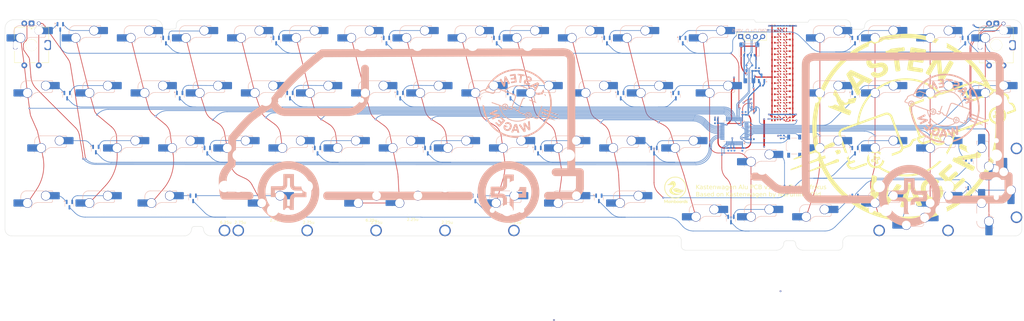
<source format=kicad_pcb>
(kicad_pcb (version 20240108) (generator "pcbnew") (generator_version "8.0")
  (layers (0 "F.Cu" signal) (31 "B.Cu" signal) (34 "B.Paste" user) (35 "F.Paste" user) (36 "B.SilkS" user "B.Silkscreen") (37 "F.SilkS" user "F.Silkscreen") (38 "B.Mask" user) (39 "F.Mask" user) (44 "Edge.Cuts" user))
  (net 0 "")
  (net 1 "BOOT0")
  (net 2 "+3V3")
  (net 3 "+5V")
  (net 4 "Net-(MX416.125-ROW)")
  (net 5 "Row0")
  (net 6 "Row1")
  (net 7 "Net-(MX100-ROW)")
  (net 8 "VBUS")
  (net 9 "Row2")
  (net 10 "Row3")
  (net 11 "Net-(MX406.125-ROW)")
  (net 14 "Net-(MX417.275-ROW)")
  (net 15 "Net-(MX417.625-ROW)")
  (net 16 "Net-(MX110-ROW)")
  (net 17 "Net-(MX111-ROW)")
  (net 18 "Net-(MX456.125-ROW)")
  (net 19 "Col0")
  (net 20 "Col1")
  (net 21 "Col2")
  (net 22 "Col3")
  (net 23 "Col4")
  (net 24 "Col5")
  (net 25 "Col6")
  (net 26 "Col7")
  (net 27 "LED-Signal-Pin")
  (net 28 "GND")
  (net 29 "Rotary0B")
  (net 30 "Rotary0A")
  (net 31 "Rotary1B")
  (net 32 "Rotary1A")
  (net 33 "D-")
  (net 34 "Net-(MX101-ROW)")
  (net 35 "Net-(MX120-ROW)")
  (net 36 "Net-(MX130-ROW)")
  (net 37 "Net-(MX121-ROW)")
  (net 38 "Net-(MX131-ROW)")
  (net 39 "Net-(MX150-ROW)")
  (net 40 "Net-(MX140-ROW)")
  (net 41 "Net-(MX151-ROW)")
  (net 42 "Net-(MX141-ROW)")
  (net 43 "Net-(MX160-ROW)")
  (net 44 "Net-(MX170-ROW)")
  (net 45 "Net-(MX180-ROW)")
  (net 46 "Net-(MX171-ROW)")
  (net 47 "Net-(MX181-ROW)")
  (net 48 "Net-(MX212-ROW)")
  (net 49 "Net-(MX202-ROW)")
  (net 50 "Net-(MX213-ROW)")
  (net 51 "Net-(MX203-ROW)")
  (net 52 "Net-(MX232-ROW)")
  (net 53 "Net-(MX222-ROW)")
  (net 54 "Net-(MX223-ROW)")
  (net 55 "Net-(MX233-ROW)")
  (net 56 "Net-(MX242-ROW)")
  (net 57 "Net-(MX252-ROW)")
  (net 58 "Net-(MX243-ROW)")
  (net 59 "Net-(MX253-ROW)")
  (net 60 "Net-(MX262-ROW)")
  (net 61 "Col10")
  (net 62 "Net-(MX282-ROW)")
  (net 63 "Net-(MX272-ROW)")
  (net 64 "Net-(MX273-ROW)")
  (net 65 "Net-(MX283-ROW)")
  (net 66 "Net-(MX304-ROW)")
  (net 67 "Net-(MX314-ROW)")
  (net 68 "Net-(MX315-ROW)")
  (net 69 "Net-(MX305-ROW)")
  (net 70 "Net-(MX334-ROW)")
  (net 71 "Net-(MX324-ROW)")
  (net 72 "Net-(MX325-ROW)")
  (net 73 "Net-(MX335-ROW)")
  (net 74 "Net-(MX344-ROW)")
  (net 75 "Net-(MX354-ROW)")
  (net 76 "Net-(MX355-ROW)")
  (net 77 "Net-(MX345-ROW)")
  (net 79 "Net-(MX364-ROW)")
  (net 80 "Net-(MX374-ROW)")
  (net 81 "Net-(MX384-ROW)")
  (net 82 "Net-(MX385-ROW)")
  (net 83 "Net-(MX375-ROW)")
  (net 84 "Net-(MX407-ROW)")
  (net 85 "Net-(MX447-ROW)")
  (net 86 "Net-(MX457-ROW)")
  (net 87 "Net-(MX467-ROW)")
  (net 88 "Net-(MX476-ROW)")
  (net 89 "Net-(MX486-ROW)")
  (net 90 "Col11")
  (net 91 "Net-(MX487-ROW)")
  (net 92 "D+")
  (net 93 "Net-(MX446.125-ROW)")
  (net 94 "Net-(R8-Pad2)")
  (net 96 "Net-(U5-NRST)")
  (net 103 "Net-(LED1-VDD)")
  (net 104 "Net-(LED2-VDD)")
  (net 105 "Net-(LED3-VDD)")
  (net 106 "Net-(LED4-VDD)")
  (net 107 "Net-(LED5-VDD)")
  (net 108 "Net-(LED6-VDD)")
  (net 109 "Net-(LED7-VDD)")
  (net 110 "Net-(LED8-VDD)")
  (net 111 "Net-(LED9-VDD)")
  (net 112 "Net-(LED10-VDD)")
  (net 113 "Net-(LED11-VDD)")
  (net 114 "Net-(LED12-VDD)")
  (net 115 "Net-(LED13-VDD)")
  (net 116 "Net-(LED14-VDD)")
  (net 117 "Net-(LED15-VDD)")
  (net 118 "Net-(LED16-VDD)")
  (net 119 "LED-IN5V")
  (net 120 "Net-(LED1-DO)")
  (net 121 "Net-(LED1-DI)")
  (net 122 "Net-(LED17-VDD)")
  (net 123 "Net-(LED18-VDD)")
  (net 124 "Net-(LED19-VDD)")
  (net 125 "Net-(LED20-VDD)")
  (net 126 "Net-(LED21-VDD)")
  (net 127 "Net-(LED22-VDD)")
  (net 128 "Net-(LED23-VDD)")
  (net 129 "Net-(LED24-VDD)")
  (net 130 "Net-(LED25-VDD)")
  (net 131 "Net-(LED26-VDD)")
  (net 132 "Net-(LED27-VDD)")
  (net 133 "Net-(LED28-VDD)")
  (net 134 "Net-(LED29-VDD)")
  (net 135 "Net-(LED30-VDD)")
  (net 136 "Net-(LED31-VDD)")
  (net 137 "Net-(LED32-VDD)")
  (net 138 "Net-(LED2-DO)")
  (net 139 "Net-(LED3-DO)")
  (net 140 "Net-(LED4-DO)")
  (net 141 "Net-(LED5-DO)")
  (net 142 "Net-(LED6-DO)")
  (net 143 "Net-(LED7-DO)")
  (net 144 "Net-(LED8-DO)")
  (net 145 "Net-(LED10-DI)")
  (net 146 "Net-(LED10-DO)")
  (net 147 "Net-(LED11-DO)")
  (net 148 "Net-(LED12-DO)")
  (net 149 "Net-(LED13-DO)")
  (net 150 "Net-(LED14-DO)")
  (net 151 "Net-(LED15-DO)")
  (net 152 "Net-(LED16-DO)")
  (net 153 "Net-(LED17-DO)")
  (net 154 "Net-(LED18-DO)")
  (net 155 "Net-(LED19-DO)")
  (net 156 "Net-(LED20-DO)")
  (net 157 "Net-(LED21-DO)")
  (net 158 "Net-(LED22-DO)")
  (net 159 "Net-(LED23-DO)")
  (net 160 "Net-(LED24-DO)")
  (net 161 "Net-(LED25-DO)")
  (net 162 "Net-(LED26-DO)")
  (net 163 "Net-(LED27-DO)")
  (net 164 "Net-(LED28-DO)")
  (net 165 "Net-(LED29-DO)")
  (net 166 "Net-(LED30-DO)")
  (net 167 "Net-(LED31-DO)")
  (net 168 "Net-(LED32-DO)")
  (net 169 "Col12")
  (net 170 "Col13")
  (net 171 "Col14")
  (net 172 "Col15")
  (net 173 "Col16")
  (net 174 "Net-(MX477-ROW)")
  (net 175 "Col8")
  (net 176 "Col9")
  (net 179 "Net-(LED33-VDD)")
  (net 180 "Net-(LED34-VDD)")
  (net 181 "Net-(LED33-DO)")
  (footprint "PCM_marbastlib-various:ROT_Alps_EC11E-Switch" (layer "F.Cu") (at 107.15625 90.44375 180)
    (property "Reference" "RSW100" (hide yes))
    (property "Value" "Rotary_Encoder_Switch")
  )
  (footprint "PCM_marbastlib-various:ROT_Alps_EC11E-Switch" (layer "F.Cu") (at 440.53125 90.4875 180)
    (property "Reference" "RSW181" (hide yes))
    (property "Value" "Rotary_Encoder_Switch")
  )
  (footprint "Capacitor_SMD:C_0402_1005Metric" (layer "F.Cu") (at 363.508377 99.584585 180)
    (property "Reference" "C36" (hide yes))
    (property "Value" "100uF")
  )
  (footprint "TFL:LED_WS2812B_1010_Xinlight" (layer "F.Cu") (at 365.442185 115.884575 90)
    (property "Reference" "LED34")
    (property "Value" "TF_WS2812_1010" (hide yes))
  )
  (footprint "Capacitor_SMD:C_0402_1005Metric" (layer "F.Cu") (at 363.508377 103.602941 180)
    (property "Reference" "C38" (hide yes))
    (property "Value" "100uF")
  )
  (footprint "TFL:LED_WS2812B_1010_Xinlight" (layer "F.Cu") (at 365.538051 90.105184 90)
    (property "Reference" "LED21")
    (property "Value" "TF_WS2812_1010" (hide yes))
  )
  (footprint "Capacitor_SMD:C_0402_1005Metric" (layer "F.Cu") (at 369.708511 106.407834)
    (property "Reference" "C16" (hide yes))
    (property "Value" "100uF")
  )
  (footprint "TFL:LED_WS2812B_1010_Xinlight" (layer "F.Cu") (at 365.538051 100.027059 90)
    (property "Reference" "LED26")
    (property "Value" "TF_WS2812_1010" (hide yes))
  )
  (footprint "Capacitor_SMD:C_0402_1005Metric" (layer "F.Cu") (at 369.704928 98.489181)
    (property "Reference" "C20" (hide yes))
    (property "Value" "100uF")
  )
  (footprint "Resistor_SMD:R_0402_1005Metric" (layer "F.Cu") (at 363.508878 116.477634)
    (property "Reference" "R2" (hide yes))
    (property "Value" "500")
  )
  (footprint "TFL:LED_WS2812B_1010_Xinlight" (layer "F.Cu") (at 367.590904 92.089559 -90)
    (property "Reference" "LED13")
    (property "Value" "TF_WS2812_1010" (hide yes))
  )
  (footprint "TFL:LED_WS2812B_1010_Xinlight" (layer "F.Cu") (at 365.538051 107.964559 90)
    (property "Reference" "LED30")
    (property "Value" "TF_WS2812_1010" (hide yes))
  )
  (footprint "TFL:LED_WS2812B_1010_Xinlight" (layer "F.Cu") (at 367.590904 105.980184 -90)
    (property "Reference" "LED6")
    (property "Value" "TF_WS2812_1010" (hide yes))
  )
  (footprint "TFL:LED_WS2812B_1010_Xinlight" (layer "F.Cu") (at 367.590904 100.027059 -90)
    (property "Reference" "LED9")
    (property "Value" "TF_WS2812_1010" (hide yes))
  )
  (footprint "TFL:LED_WS2812B_1010_Xinlight" (layer "F.Cu") (at 367.590904 111.933309 -90)
    (property "Reference" "LED3")
    (property "Value" "TF_WS2812_1010" (hide yes))
  )
  (footprint "TFL:LED_WS2812B_1010_Xinlight" (layer "F.Cu") (at 365.538051 84.184184 90)
    (property "Reference" "LED18")
    (property "Value" "TF_WS2812_1010" (hide yes))
  )
  (footprint "TFL:STAB_MX_P_2.75u_sizelabel" (layer "F.Cu") (at 190.5 147.6375 180)
    (property "Reference" "S1" (hide yes))
    (property "Value" "MX_stab 2.75")
  )
  (footprint "Connector_PinSocket_2.54mm:PinSocket_1x04_P2.54mm_Vertical" (layer "F.Cu") (at 352.196576 87.485864 90)
    (property "Reference" "J3" (hide yes))
    (property "Value" "Conn_01x04_Pin")
  )
  (footprint "TFL:LED_WS2812B_1010_Xinlight" (layer "F.Cu") (at 365.538051 105.980184 90)
    (property "Reference" "LED29")
    (property "Value" "TF_WS2812_1010" (hide yes))
  )
  (footprint "Capacitor_SMD:C_0402_1005Metric" (layer "F.Cu") (at 363.508377 91.696701 180)
    (property "Reference" "C32" (hide yes))
    (property "Value" "100uF")
  )
  (footprint "TFL:LED_WS2812B_1010_Xinlight" (layer "F.Cu") (at 365.538051 102.011434 90)
    (property "Reference" "LED27")
    (property "Value" "TF_WS2812_1010" (hide yes))
  )
  (footprint "silkscreen:PlanetKastenwagen" (layer "F.Cu") (at 408.809321 118.976718)
    (property "Reference" "Ref**" (hide yes))
    (property "Value" "Val**" (hide yes))
  )
  (footprint "Capacitor_SMD:C_0402_1005Metric" (layer "F.Cu") (at 363.504431 115.289261 180)
    (property "Reference" "C4" (hide yes))
    (property "Value" "100uF")
  )
  (footprint "Capacitor_SMD:C_0402_1005Metric" (layer "F.Cu") (at 363.508378 83.737725 180)
    (property "Reference" "C28" (hide yes))
    (property "Value" "100uF")
  )
  (footprint "TFL:LED_WS2812B_1010_Xinlight" (layer "F.Cu") (at 367.590904 107.964559 -90)
    (property "Reference" "LED5")
    (property "Value" "TF_WS2812_1010" (hide yes))
  )
  (footprint "Capacitor_SMD:C_0402_1005Metric" (layer "F.Cu") (at 369.704928 110.377934)
    (property "Reference" "C14" (hide yes))
    (property "Value" "100uF")
  )
  (footprint "Capacitor_SMD:C_0402_1005Metric" (layer "F.Cu") (at 369.705235 86.51592)
    (property "Reference" "C26" (hide yes))
    (property "Value" "100uF")
  )
  (footprint "TFL:STAB_MX_P_2.25u_sizelabel" (layer "F.Cu") (at 238.125 147.6375 180)
    (property "Reference" "S2" (hide yes))
    (property "Value" "MX_stab 2.25")
  )
  (footprint "PCM_marbastlib-mx:STAB_MX_P_2u" (layer "F.Cu") (at 411.95625 147.6375 180)
    (property "Reference" "S4" (hide yes))
    (property "Value" "MX_stab")
  )
  (footprint "Capacitor_SMD:C_0402_1005Metric" (layer "F.Cu") (at 369.704928 115.455574)
    (property "Reference" "C11" (hide yes))
    (property "Value" "100uF")
  )
  (footprint "Capacitor_SMD:C_0402_1005Metric" (layer "F.Cu") (at 363.508377 87.678345 180)
    (property "Reference" "C30" (hide yes))
    (property "Value" "100uF")
  )
  (footprint "Capacitor_SMD:C_0402_1005Metric" (layer "F.Cu") (at 369.704928 90.601297)
    (property "Reference" "C24" (hide yes))
    (property "Value" "100uF")
  )
  (footprint "TFL:LED_WS2812B_1010_Xinlight" (layer "F.Cu") (at 367.590904 103.995809 -90)
    (property "Reference" "LED7")
    (property "Value" "TF_WS2812_1010" (hide yes))
  )
  (footprint "Capacitor_SMD:C_0402_1005Metric" (layer "F.Cu") (at 363.508378 93.631465 180)
    (property "Reference" "C33" (hide yes))
    (property "Value" "100uF")
  )
  (footprint "Capacitor_SMD:C_0402_1005Metric" (layer "F.Cu") (at 369.704928 112.362309)
    (property "Reference" "C13" (hide yes))
    (property "Value" "100uF")
  )
  (footprint "TFL:LED_WS2812B_1010_Xinlight" (layer "F.Cu") (at 367.590904 102.011434 -90)
    (property "Reference" "LED8")
    (property "Value" "TF_WS2812_1010" (hide yes))
  )
  (footprint "TFL:LED_WS2812B_1010_Xinlight" (layer "F.Cu") (at 365.538051 98.042684 90)
    (property "Reference" "LED25")
    (property "Value" "TF_WS2812_1010" (hide yes))
  )
  (footprint "TFL:LED_WS2812B_1010_Xinlight" (layer "F.Cu") (at 365.538051 103.995809 90)
    (property "Reference" "LED28")
    (property "Value" "TF_WS2812_1010" (hide yes))
  )
  (footprint "Capacitor_SMD:C_0402_1005Metric" (layer "F.Cu") (at 363.508377 89.613109 180)
    (property "Reference" "C31" (hide yes))
    (property "Value" "100uF")
  )
  (footprint "TFL:LED_WS2812B_1010_Xinlight" (layer "F.Cu") (at 367.590904 113.917684 -90)
    (property "Reference" "LED2")
    (property "Value" "TF_WS2812_1010" (hide yes))
  )
  (footprint "Capacitor_SMD:C_0402_1005Metric" (layer "F.Cu") (at 363.508378 109.556059 180)
    (property "Reference" "C41" (hide yes))
    (property "Value" "100uF")
  )
  (footprint "TFL:LED_WS2812B_1010_Xinlight" (layer "F.Cu") (at 367.590904 90.105184 -90)
    (property "Reference" "LED14")
    (property "Value" "TF_WS2812_1010" (hide yes))
  )
  (footprint "TFL:LED_WS2812B_1010_Xinlight" (layer "F.Cu") (at 365.538051 86.136434 90)
    (property "Reference" "LED19")
    (property "Value" "TF_WS2812_1010" (hide yes))
  )
  (footprint "TFL:LED_WS2812B_1010_Xinlight" (layer "F.Cu") (at 367.590904 98.042684 -90)
    (property "Reference" "LED10")
    (property "Value" "TF_WS2812_1010" (hide yes))
  )
  (footprint "Capacitor_SMD:C_0402_1005Metric" (layer "F.Cu") (at 369.704928 94.470826)
    (property "Reference" "C22" (hide yes))
    (property "Value" "100uF")
  )
  (footprint "TFL:LED_WS2812B_1010_Xinlight" (layer "F.Cu") (at 365.443141 111.933309 90)
    (property "Reference" "LED32")
    (property "Value" "TF_WS2812_1010" (hide yes))
  )
  (footprint "Capacitor_SMD:C_0402_1005Metric" (layer "F.Cu") (at 369.704928 92.536063)
    (property "Reference" "C23" (hide yes))
    (property "Value" "100uF")
  )
  (footprint "TFL:LED_WS2812B_1010_Xinlight" (layer "F.Cu") (at 365.538051 96.058309 90)
    (property "Reference" "LED24")
    (property "Value" "TF_WS2812_1010" (hide yes))
  )
  (footprint "TFL:LED_WS2812B_1010_Xinlight" (layer "F.Cu") (at 367.621336 84.184184)
    (property "Reference" "LED17")
    (property "Value" "TF_WS2812_1010" (hide yes))
  )
  (footprint "PCM_marbastlib-mx:STAB_MX_P_2u" (layer "F.Cu") (at 440.53125 138.1125 -90)
    (property "Reference" "S5" (hide yes))
    (property "Value" "MX_stab")
  )
  (footprint "Capacitor_SMD:C_0402_1005Metric" (layer "F.Cu") (at 363.50642 113.503327 180)
    (property "Reference" "C3" (hide yes))
    (property "Value" "100uF")
  )
  (footprint "silkscreen:Duck 2 with text" (layer "F.Cu") (at 329.65402 140.493632)
    (property "Reference" "Ref**" (hide yes))
    (property "Value" "Val**" (hide yes))
  )
  (footprint "Capacitor_SMD:C_0402_1005Metric" (layer "F.Cu") (at 363.508378 107.472467 180)
    (property "Reference" "C40" (hide yes))
    (property "Value" "100uF")
  )
  (footprint "Capacitor_SMD:C_0402_1005Metric" (layer "F.Cu") (at 363.508378 105.537705 180)
    (property "Reference" "C39" (hide yes))
    (property "Value" "100uF")
  )
  (footprint "Capacitor_SMD:C_0402_1005Metric" (layer "F.Cu") (at 369.704928 102.507537)
    (property "Reference" "C18" (hide yes))
    (property "Value" "100uF")
  )
  (footprint "TFL:STAB_MX_P_6.25u_sizelabel" (layer "F.Cu") (at 223.8375 147.6375 180)
    (property "Reference" "S3" (hide yes))
    (property "Value" "MX_stab 6.25")
  )
  (footprint "Capacitor_SMD:C_0402_1005Metric" (layer "F.Cu") (at 363.508377 85.594753 180)
    (property "Reference" "C29" (hide yes))
    (property "Value" "100uF")
  )
  (footprint "Capacitor_SMD:C_0402_1005Metric" (layer "F.Cu") (at 369.705235 83.787309)
    (property "Reference" "C27" (hide yes))
    (property "Value" "100uF")
  )
  (footprint "TFL:LED_WS2812B_1010_Xinlight" (layer "F.Cu") (at 365.444007 113.94981 90)
    (property "Reference" "LED33")
    (property "Value" "TF_WS2812_1010" (hide yes))
  )
  (footprint "TFL:LED_WS2812B_1010_Xinlight" (layer "F.Cu") (at 367.590904 86.136434 -90)
    (property "Reference" "LED16")
    (property "Value" "TF_WS2812_1010" (hide yes))
  )
  (footprint "TFL:LED_WS2812B_1010_Xinlight" (layer "F.Cu") (at 365.538051 92.089559 90)
    (property "Reference" "LED22")
    (property "Value" "TF_WS2812_1010" (hide yes))
  )
  (footprint "Capacitor_SMD:C_0402_1005Metric" (layer "F.Cu") (at 369.704928 88.517707)
    (property "Reference" "C25" (hide yes))
    (property "Value" "100uF")
  )
  (footprint "Capacitor_SMD:C_0402_1005Metric" (layer "F.Cu") (at 363.508378 97.649819 180)
    (property "Reference" "C35" (hide yes))
    (property "Value" "100uF")
  )
  (footprint "Capacitor_SMD:C_0402_1005Metric" (layer "F.Cu") (at 369.704928 100.423945)
    (property "Reference" "C19" (hide yes))
    (property "Value" "100uF")
  )
  (footprint "TFL:LED_WS2812B_1010_Xinlight" (layer "F.Cu") (at 367.621338 115.902059 -90)
    (property "Reference" "LED1")
    (property "Value" "TF_WS2812_1010" (hide yes))
  )
  (footprint "Capacitor_SMD:C_0402_1005Metric" (layer "F.Cu") (at 363.508377 111.490823 180)
    (property "Reference" "C42" (hide yes))
    (property "Value" "100uF")
  )
  (footprint "TFL:LED_WS2812B_1010_Xinlight" (layer "F.Cu") (at 367.590904 94.073934 -90)
    (property "Reference" "LED12")
    (property "Value" "TF_WS2812_1010" (hide yes))
  )
  (footprint "Resistor_SMD:R_0402_1005Metric" (layer "F.Cu") (at 369.686445 116.49737)
    (property "Reference" "R1" (hide yes))
    (property "Value" "500")
  )
  (footprint "Capacitor_SMD:C_0402_1005Metric" (layer "F.Cu") (at 369.704928 96.554418)
    (property "Reference" "C21" (hide yes))
    (property "Value" "100uF")
  )
  (footprint "Capacitor_SMD:C_0402_1005Metric" (layer "F.Cu") (at 363.508377 101.519349 180)
    (property "Reference" "C37" (hide yes))
    (property "Value" "100uF")
  )
  (footprint "TFL:LED_WS2812B_1010_Xinlight" (layer "F.Cu") (at 365.538051 94.073934 90)
    (property "Reference" "LED23")
    (property "Value" "TF_WS2812_1010" (hide yes))
  )
  (footprint "Capacitor_SMD:C_0402_1005Metric" (layer "F.Cu") (at 369.712632 108.386282)
    (property "Reference" "C15" (hide yes))
    (property "Value" "100uF")
  )
  (footprint "TFL:LED_WS2812B_1010_Xinlight" (layer "F.Cu") (at 367.590904 109.948934 -90)
    (property "Reference" "LED4")
    (property "Value" "TF_WS2812_1010" (hide yes))
  )
  (footprint "TFL:LED_WS2812B_1010_Xinlight" (layer "F.Cu") (at 367.590904 88.120809 -90)
    (property "Reference" "LED15")
    (property "Value" "TF_WS2812_1010" (hide yes))
  )
  (footprint "TFL:LED_WS2812B_1010_Xinlight" (layer "F.Cu") (at 365.538051 88.120809 90)
    (property "Reference" "LED20")
    (property "Value" "TF_WS2812_1010" (hide yes))
  )
  (footprint "TFL:LED_WS2812B_1010_Xinlight" (layer "F.Cu") (at 365.538051 109.948934 90)
    (property "Reference" "LED31")
    (property "Value" "TF_WS2812_1010" (hide yes))
  )
  (footprint "Capacitor_SMD:C_0402_1005Metric" (layer "F.Cu") (at 363.508378 95.566228 180)
    (property "Reference" "C34" (hide yes))
    (property "Value" "100uF")
  )
  (footprint "Capacitor_SMD:C_0402_1005Metric" (layer "F.Cu") (at 369.704928 114.346684)
    (property "Reference" "C12" (hide yes))
    (property "Value" "100uF")
  )
  (footprint "TFL:LED_WS2812B_1010_Xinlight" (layer "F.Cu") (at 367.590904 96.058309 -90)
    (property "Reference" "LED11")
    (property "Value" "TF_WS2812_1010" (hide yes))
  )
  (footprint "Capacitor_SMD:C_0402_1005Metric" (layer "F.Cu") (at 369.704928 104.442303)
    (property "Reference" "C17" (hide yes))
    (property "Value" "100uF")
  )
  (footprint "Package_TO_SOT_SMD:SOT-23" (layer "B.Cu") (at 117.078125 84.1375 -90)
    (property "Reference" "D100" (hide yes))
    (property "Value" "BAV70")
  )
  (footprint "Package_TO_SOT_SMD:SOT-23" (layer "B.Cu") (at 153.590625 88.9 -90)
    (property "Reference" "D101" (hide yes))
    (property "Value" "BAV70")
  )
  (footprint "Package_TO_SOT_SMD:SOT-23" (layer "B.Cu") (at 191.690625 88.9 -90)
    (property "Reference" "D120" (hide yes))
    (property "Value" "BAV70")
  )
  (footprint "Package_TO_SOT_SMD:SOT-23" (layer "B.Cu") (at 229.790625 88.9 -90)
    (property "Reference" "D121" (hide yes))
    (property "Value" "BAV70")
  )
  (footprint "Package_TO_SOT_SMD:SOT-23" (layer "B.Cu") (at 267.890625 88.9 -90)
    (property "Reference" "D140" (hide yes))
    (property "Value" "BAV70")
  )
  (footprint "Package_TO_SOT_SMD:SOT-23" (layer "B.Cu") (at 305.990625 88.9 -90)
    (property "Reference" "D141" (hide yes))
    (property "Value" "BAV70")
  )
  (footprint "Package_TO_SOT_SMD:SOT-23" (layer "B.Cu") (at 332.184375 88.9 -90)
    (property "Reference" "D160" (hide yes))
    (property "Value" "BAV70")
  )
  (footprint "Package_TO_SOT_SMD:SOT-23" (layer "B.Cu") (at 391.715625 88.9 -90)
    (property "Reference" "D170" (hide yes))
    (property "Value" "BAV70")
  )
  (footprint "Package_TO_SOT_SMD:SOT-23" (layer "B.Cu") (at 429.815625 88.9 -90)
    (property "Reference" "D171" (hide yes))
    (property "Value" "BAV70")
  )
  (footprint "Package_TO_SOT_SMD:SOT-23" (layer "B.Cu") (at 119.459375 107.95 -90)
    (property "Reference" "D202" (hide yes))
    (property "Value" "BAV70")
  )
  (footprint "Package_TO_SOT_SMD:SOT-23" (layer "B.Cu") (at 158.353125 107.95 -90)
    (property "Reference" "D203" (hide yes))
    (property "Value" "BAV70")
  )
  (footprint "Package_TO_SOT_SMD:SOT-23" (layer "B.Cu") (at 196.453125 107.95 -90)
    (property "Reference" "D222" (hide yes))
    (property "Value" "BAV70")
  )
  (footprint "Package_TO_SOT_SMD:SOT-23" (layer "B.Cu") (at 234.553125 107.95 -90)
    (property "Reference" "D223" (hide yes))
    (property "Value" "BAV70")
  )
  (footprint "Package_TO_SOT_SMD:SOT-23" (layer "B.Cu") (at 272.653125 107.95 -90)
    (property "Reference" "D242" (hide yes))
    (property "Value" "BAV70")
  )
  (footprint "Package_TO_SOT_SMD:SOT-23" (layer "B.Cu") (at 310.753125 107.95 -90)
    (property "Reference" "D243" (hide yes))
    (property "Value" "BAV70")
  )
  (footprint "Package_TO_SOT_SMD:SOT-23" (layer "B.Cu") (at 329.803125 107.95 -90)
    (property "Reference" "D262" (hide yes))
    (property "Value" "BAV70")
  )
  (footprint "Package_TO_SOT_SMD:SOT-23" (layer "B.Cu") (at 391.715625 107.95 -90)
    (property "Reference" "D272" (hide yes))
    (property "Value" "BAV70")
  )
  (footprint "Package_TO_SOT_SMD:SOT-23" (layer "B.Cu") (at 429.815625 107.95 -90)
    (property "Reference" "D273" (hide yes))
    (property "Value" "BAV70")
  )
  (footprint "Package_TO_SOT_SMD:SOT-23" (layer "B.Cu") (at 129.38125 126.603125 -90)
    (property "Reference" "D304" (hide yes))
    (property "Value" "BAV70")
  )
  (footprint "Package_TO_SOT_SMD:SOT-23" (layer "B.Cu") (at 167.878125 127 -90)
    (property "Reference" "D305" (hide yes))
    (property "Value" "BAV70")
  )
  (footprint "Package_TO_SOT_SMD:SOT-23" (layer "B.Cu") (at 205.978125 127 -90)
    (property "Reference" "D324" (hide yes))
    (property "Value" "BAV70")
  )
  (footprint "Package_TO_SOT_SMD:SOT-23" (layer "B.Cu") (at 244.078125 127 -90)
    (property "Reference" "D325" (hide yes))
    (property "Value" "BAV70")
  )
  (footprint "Package_TO_SOT_SMD:SOT-23" (layer "B.Cu") (at 282.178125 127 -90)
    (property "Reference" "D344" (hide yes))
    (property "Value" "BAV70")
  )
  (footprint "Package_TO_SOT_SMD:SOT-23" (layer "B.Cu") (at 322.2625 127 -90)
    (property "Reference" "D345" (hide yes))
    (property "Value" "BAV70")
  )
  (footprint "Package_TO_SOT_SMD:SOT-23" (layer "B.Cu") (at 368.3 140.49375 -90)
    (property "Reference" "D364" (hide yes))
    (property "Value" "BAV70")
  )
  (footprint "Package_TO_SOT_SMD:SOT-23" (layer "B.Cu") (at 391.715625 127 -90)
    (property "Reference" "D374" (hide yes))
    (property "Value" "BAV70")
  )
  (footprint "Package_TO_SOT_SMD:SOT-23" (layer "B.Cu") (at 431.00625 130.96875 -90)
    (property "Reference" "D375" (hide yes))
    (property "Value" "BAV70")
  )
  (footprint "Package_TO_SOT_SMD:SOT-23" (layer "B.Cu") (at 120.253125 145.653125 -90)
    (property "Reference" "D406" (hide yes))
    (property "Value" "BAV70")
  )
  (footprint "Package_TO_SOT_SMD:SOT-23" (layer "B.Cu") (at 162.994355 143.481133 -90)
    (property "Reference" "D407" (hide yes))
    (property "Value" "BAV70")
  )
  (footprint "Package_TO_SOT_SMD:SOT-23" (layer "B.Cu") (at 260.511882 143.518259 -90)
    (property "Reference" "D437" (hide yes))
    (property "Value" "BAV70")
  )
  (footprint "Package_TO_SOT_SMD:SOT-23" (layer "B.Cu") (at 303.20155 143.495815 -90)
    (property "Reference" "D446" (hide yes))
    (property "Value" "BAV70")
  )
  (footprint "Package_TO_SOT_SMD:SOT-23" (layer "B.Cu") (at 348.853125 150.8125 -90)
    (property "Reference" "D457" (hide yes))
    (property "Value" "BAV70")
  )
  (footprint "Package_TO_SOT_SMD:SOT-23" (layer "B.Cu") (at 431.8 140.890625 -90)
    (property "Reference" "D477" (hide yes))
    (property "Value" "BAV70")
  )
  (footprint "TFL:SW_MX_HS_CPG151101S11_1u+3d" (layer "B.Cu") (at 126.206144 90.487424 180)
    (property "Reference" "MX101" (hide yes))
    (property "Value" "MX-NoLED")
  )
  (footprint "TFL:SW_MX_HS_CPG151101S11_1u+3d" (layer "B.Cu") (at 145.25625 90.4875 180)
    (property "Reference" "MX110" (hide yes))
    (property "Value" "MX-NoLED")
  )
  (footprint "TFL:SW_MX_HS_CPG151101S11_1u+3d" (layer "B.Cu") (at 164.30625 90.4875 180)
    (property "Reference" "MX111" (hide yes))
    (property "Value" "MX-NoLED")
  )
  (footprint "TFL:SW_MX_HS_CPG151101S11_1u+3d" (layer "B.Cu") (at 183.35625 90.4875 180)
    (property "Reference" "MX120" (hide yes))
    (property "Value" "MX-NoLED")
  )
  (footprint "TFL:SW_MX_HS_CPG151101S11_1u+3d" (layer "B.Cu") (at 202.40625 90.4875 180)
    (property "Reference" "MX121" (hide yes))
    (property "Value" "MX-NoLED")
  )
  (footprint "TFL:SW_MX_HS_CPG151101S11_1u+3d" (layer "B.Cu") (at 221.45625 90.4875 180)
    (property "Reference" "MX130" (hide yes))
    (property "Value" "MX-NoLED")
  )
  (footprint "TFL:SW_MX_HS_CPG151101S11_1u+3d" (layer "B.Cu") (at 240.50625 90.4875 180)
    (property "Reference" "MX131" (hide yes))
    (property "Value" "MX-NoLED")
  )
  (footprint "TFL:SW_MX_HS_CPG151101S11_1u+3d" (layer "B.Cu") (at 259.55625 90.4875 180)
    (property "Reference" "MX140" (hide yes))
    (property "Value" "MX-NoLED")
  )
  (footprint "TFL:SW_MX_HS_CPG151101S11_1u+3d" (layer "B.Cu") (at 278.60625 90.4875 180)
    (property "Reference" "MX141" (hide yes))
    (property "Value" "MX-NoLED")
  )
  (footprint "TFL:SW_MX_HS_CPG151101S11_1u+3d" (layer "B.Cu") (at 297.65625 90.4875 180)
    (property "Reference" "MX150" (hide yes))
    (property "Value" "MX-NoLED")
  )
  (footprint "TFL:SW_MX_HS_CPG151101S11_1u+3d" (layer "B.Cu") (at 316.70625 90.4875 180)
    (property "Reference" "MX151" (hide yes))
    (property "Value" "MX-NoLED")
  )
  (footprint "TFL:SW_MX_HS_CPG151101S11_1.75u+3d" (layer "B.Cu") (at 342.9 90.4875 180)
    (property "Reference" "MX160" (hide yes))
    (property "Value" "MX-NoLED")
  )
  (footprint "TFL:SW_MX_HS_CPG151101S11_1u+3d" (layer "B.Cu") (at 383.38125 90.4875 180)
    (property "Reference" "MX170" (hide yes))
    (property "Value" "MX-NoLED")
  )
  (footprint "TFL:SW_MX_HS_CPG151101S11_1u+3d" (layer "B.Cu") (at 402.43125 90.4875 180)
    (property "Reference" "MX171" (hide yes))
    (property "Value" "MX-NoLED")
  )
  (footprint "TFL:SW_MX_HS_CPG151101S11_1u+3d" (layer "B.Cu") (at 421.48125 90.4875 180)
    (property "Reference" "MX180" (hide yes))
    (property "Value" "MX-NoLED")
  )
  (footprint "TFL:SW_MX_HS_CPG151101S11_1u+3d" (layer "B.Cu") (at 440.53125 90.4875 180)
    (property "Reference" "MX181" (hide yes))
    (property "Value" "MX-NoLED")
  )
  (footprint "TFL:SW_MX_HS_CPG151101S11_1.25u+3d" (layer "B.Cu") (at 109.5375 109.5375 180)
    (property "Reference" "MX202" (hide yes))
    (property "Value" "MX-NoLED")
  )
  (footprint "TFL:SW_MX_HS_CPG151101S11_1u+3d" (layer "B.Cu") (at 130.96875 109.5375 180)
    (property "Reference" "MX203" (hide yes))
    (property "Value" "MX-NoLED")
  )
  (footprint "TFL:SW_MX_HS_CPG151101S11_1u+3d" (layer "B.Cu") (at 150.01875 109.5375 180)
    (property "Reference" "MX212" (hide yes))
    (property "Value" "MX-NoLED")
  )
  (footprint "TFL:SW_MX_HS_CPG151101S11_1u+3d" (layer "B.Cu") (at 169.06875 109.5375 180)
    (property "Reference" "MX213" (hide yes))
    (property "Value" "MX-NoLED")
  )
  (footprint "TFL:SW_MX_HS_CPG151101S11_1u+3d" (layer "B.Cu") (at 188.11875 109.5375 180)
    (property "Reference" "MX222" (hide yes))
    (property "Value" "MX-NoLED")
  )
  (footprint "TFL:SW_MX_HS_CPG151101S11_1u+3d" (layer "B.Cu") (at 207.16875 109.5375 180)
    (property "Reference" "MX223" (hide yes))
    (property "Value" "MX-NoLED")
  )
  (footprint "TFL:SW_MX_HS_CPG151101S11_1u+3d" (layer "B.Cu") (at 226.21875 109.5375 180)
    (property "Reference" "MX232" (hide yes))
    (property "Value" "MX-NoLED")
  )
  (footprint "TFL:SW_MX_HS_CPG151101S11_1u+3d" (layer "B.Cu") (at 245.26875 109.5375 180)
    (property "Reference" "MX233" (hide yes))
    (property "Value" "MX-NoLED")
  )
  (footprint "TFL:SW_MX_HS_CPG151101S11_1u+3d" (layer "B.Cu") (at 264.31875 109.5375 180)
    (property "Reference" "MX242" (hide yes))
    (property "Value" "MX-NoLED")
  )
  (footprint "TFL:SW_MX_HS_CPG151101S11_1u+3d" (layer "B.Cu") (at 283.36875 109.5375 180)
    (property "Reference" "MX243" (hide yes))
    (property "Value" "MX-NoLED")
  )
  (footprint "TFL:SW_MX_HS_CPG151101S11_1u+3d" (layer "B.Cu") (at 302.41875 109.5375 180)
    (property "Reference" "MX252" (hide yes))
    (property "Value" "MX-NoLED")
  )
  (footprint "TFL:SW_MX_HS_CPG151101S11_1u+3d" (layer "B.Cu") (at 321.46875 109.5375 180)
    (property "Reference" "MX253" (hide yes))
    (property "Value" "MX-NoLED")
  )
  (footprint "TFL:SW_MX_HS_CPG151101S11_1.5u_+3d" (layer "B.Cu") (at 345.28125 109.5375 180)
    (property "Reference" "MX262" (hide yes))
    (property "Value" "MX-NoLED")
  )
  (footprint "TFL:SW_MX_HS_CPG151101S11_1u+3d" (layer "B.Cu") (at 383.38125 109.5375 180)
    (property "Reference" "MX272" (hide yes))
    (property "Value" "MX-NoLED")
  )
  (footprint "TFL:SW_MX_HS_CPG151101S11_1u+3d" (layer "B.Cu") (at 402.43125 109.5375 180)
    (property "Reference" "MX273" (hide yes))
    (property "Value" "MX-NoLED")
  )
  (footprint "TFL:SW_MX_HS_CPG151101S11_1u+3d" (layer "B.Cu") (at 421.48125 109.5375 180)
    (property "Reference" "MX282" (hide yes))
    (property "Value" "MX-NoLED")
  )
  (footprint "TFL:SW_MX_HS_CPG151101S11_1u+3d" (layer "B.Cu") (at 440.53125 109.5375 180)
    (property "Reference" "MX283" (hide yes))
    (property "Value" "MX-NoLED")
  )
  (footprint "TFL:SW_MX_HS_CPG151101S11_1.75u+3d" (layer "B.Cu") (at 114.3 128.5875 180)
    (property "Reference" "MX304" (hide yes))
    (property "Value" "MX-NoLED")
  )
  (footprint "TFL:SW_MX_HS_CPG151101S11_1u+3d" (layer "B.Cu") (at 140.49375 128.5875 180)
    (property "Reference" "MX305" (hide yes))
    (property "Value" "MX-NoLED")
  )
  (footprint "TFL:SW_MX_HS_CPG151101S11_1u+3d" (layer "B.Cu") (at 159.54375 128.5875 180)
    (property "Reference" "MX314" (hide yes))
    (property "Value" "MX-NoLED")
  )
  (footprint "TFL:SW_MX_HS_CPG151101S11_1u+3d" (layer "B.Cu") (at 178.59375 128.5875 180)
    (property "Reference" "MX315" (hide yes))
    (property "Value" "MX-NoLED")
  )
  (footprint "TFL:SW_MX_HS_CPG151101S11_1u+3d" (layer "B.Cu") (at 197.64375 128.5875 180)
    (property "Reference" "MX324" (hide yes))
    (property "Value" "MX-NoLED")
  )
  (footprint "TFL:SW_MX_HS_CPG151101S11_1u+3d" (layer "B.Cu") (at 216.69375 128.5875 180)
    (property "Reference" "MX325" (hide yes))
    (property "Value" "MX-NoLED")
  )
  (footprint "TFL:SW_MX_HS_CPG151101S11_1u+3d" (layer "B.Cu") (at 235.74375 128.5875 180)
    (property "Reference" "MX334" (hide yes))
    (property "Value" "MX-NoLED")
  )
  (footprint "TFL:SW_MX_HS_CPG151101S11_1u+3d" (layer "B.Cu") (at 254.79375 128.5875 180)
    (property "Reference" "MX335" (hide yes))
    (property "Value" "MX-NoLED")
  )
  (footprint "TFL:SW_MX_HS_CPG151101S11_1u+3d" (layer "B.Cu") (at 273.84375 128.5875 180)
    (property "Reference" "MX344" (hide yes))
    (property "Value" "MX-NoLED")
  )
  (footprint "TFL:SW_MX_HS_CPG151101S11_1u+3d" (layer "B.Cu") (at 292.89375 128.5875 180)
    (property "Reference" "MX345" (hide yes))
    (property "Value" "MX-NoLED")
  )
  (footprint "TFL:SW_MX_HS_CPG151101S11_1u+3d" (layer "B.Cu") (at 311.94375 128.5875 180)
    (property "Reference" "MX354" (hide yes))
    (property "Value" "MX-NoLED")
  )
  (footprint "TFL:SW_MX_HS_CPG151101S11_1.25u+3d" (layer "B.Cu") (at 333.375 128.5875 180)
    (property "Reference" "MX355" (hide yes))
    (property "Value" "MX-NoLED")
  )
  (footprint "TFL:SW_MX_HS_CPG151101S11_1u+3d" (layer "B.Cu") (at 359.56875 133.35 180)
    (property "Reference" "MX364" (hide yes))
    (property "Value" "MX-NoLED")
  )
  (footprint "TFL:SW_MX_HS_CPG151101S11_1u+3d" (layer "B.Cu") (at 383.38125 128.5875 180)
    (property "Reference" "MX374" (hide yes))
    (property "Value" "MX-NoLED")
  )
  (footprint "TFL:SW_MX_HS_CPG151101S11_1u+3d" (layer "B.Cu") (at 402.43125 128.5875 180)
    (property "Reference" "MX375" (hide yes))
    (property "Value" "MX-NoLED")
  )
  (footprint "TFL:SW_MX_HS_CPG151101S11_1u+3d" (layer "B.Cu") (at 421.48125 128.5875 180)
    (property "Reference" "MX384" (hide yes))
    (property "Value" "MX-NoLED")
  )
  (footprint "TFL:SW_MX_HS_CPG151101S11_1u+3d" (layer "B.Cu") (at 440.53125 128.5875 -90)
    (property "Reference" "MX385" (hide yes))
    (property "Value" "MX-NoLED")
  )
  (footprint "TFL:SW_MX_HS_CPG151101S11_1u+3d" (layer "B.Cu") (at 292.89375 147.6375 180)
    (property "Reference" "MX447" (hide yes))
    (property "Value" "MX-NoLED")
  )
  (footprint "TFL:SW_MX_HS_CPG151101S11_1u+3d" (layer "B.Cu") (at 340.51875 152.4 180)
    (property "Reference" "MX457" (hide yes))
    (property "Value" "MX-NoLED")
  )
  (footprint "TFL:SW_MX_HS_CPG151101S11_1u+3d" (layer "B.Cu") (at 359.56875 152.4 180)
    (property "Reference" "MX467" (hide yes))
    (property "Value" "MX-NoLED")
  )
  (footprint "TFL:SW_MX_HS_CPG151101S11_1u+3d" (layer "B.Cu") (at 378.61875 152.4 180)
    (property "Reference" "MX476" (hide yes))
    (property "Value" "MX-NoLED")
  )
  (footprint "TFL:SW_MX_HS_CPG151101S11_1u+3d" (layer "B.Cu") (at 402.43125 147.6375 180)
    (property "Reference" "MX477" (hide yes))
    (property "Value" "MX-NoLED")
  )
  (footprint "PCM_marbastlib-mx:SW_MX_HS_S_CPG151101S11_1u" (layer "B.Cu") (at 411.95625 147.6375)
    (property "Reference" "MX477.200" (hide yes))
    (property "Value" "MX-NoLED")
  )
  (footprint "TFL:SW_MX_HS_CPG151101S11_1u+3d" (layer "B.Cu") (at 421.48125 147.6375 180)
    (property "Reference" "MX486" (hide yes))
    (property "Value" "MX-NoLED")
  )
  (footprint "TFL:SW_MX_HS_CPG151101S11_1u+3d" (layer "B.Cu") (at 440.53125 147.6375 -90)
    (property "Reference" "MX487" (hide yes))
    (property "Value" "MX-NoLED")
  )
  (footprint "PCM_marbastlib-mx:SW_MX_HS_S_CPG151101S11_1u" (layer "B.Cu") (at 440.53125 138.1125 90)
    (property "Reference" "MX487.200" (hide yes))
    (property "Value" "MX-NoLED")
  )
  (footprint "TFL:SW_MX_HS_CPG151101S11_1u+3d" (layer "B.Cu") (at 107.15625 90.4875 180)
    (property "Reference" "MX100" (hide yes))
    (property "Value" "MX-NoLED")
  )
  (footprint "Capacitor_SMD:C_0402_1005Metric" (layer "B.Cu") (at 357.414319 98.895434 90)
    (property "Reference" "C8" (hide yes))
    (property "Value" "100nF")
  )
  (footprint "Capacitor_SMD:C_0402_1005Metric" (layer "B.Cu") (at 349.00166 126.503801 90)
    (property "Reference" "C46" (hide yes))
    (property "Value" "10nF")
  )
  (footprint "Package_TO_SOT_SMD:SOT-563" (layer "B.Cu") (at 356.740716 112.36514)
    (property "Reference" "U1" (hide yes))
    (property "Value" "SN74LVC1T45DRL")
  )
  (footprint "Capacitor_SMD:C_0402_1005Metric" (layer "B.Cu") (at 352.792593 126.520913 90)
    (property "Reference" "C1" (hide yes))
    (property "Value" "100nF")
  )
  (footprint "TFL:SW_MX_HS_CPG151101S11_1.25u+3d" (layer "B.Cu") (at 109.5375 147.6375 180)
    (property "Reference" "MX406.125" (hide yes))
    (property "Value" "MX-NoLED")
  )
  (footprint "Capacitor_SMD:C_0402_1005Metric" (layer "B.Cu") (at 343.79268 116.383497)
    (property "Reference" "C44" (hide yes))
    (property "Value" "4.7uF")
  )
  (footprint "TFL:SW_MX_HS_CPG151101S11_1u+3d" (layer "B.Cu") (at 130.96875 147.6375 180)
    (property "Reference" "MX407" (hide yes))
    (property "Value" "MX-NoLED")
  )
  (footprint "Capacitor_SMD:C_0402_1005Metric" (layer "B.Cu") (at 358.526652 98.895434 90)
    (property "Reference" "C9" (hide yes))
    (property "Value" "1uF")
  )
  (footprint "Capacitor_SMD:C_0402_1005Metric" (layer "B.Cu") (at 359.41962 104.477256)
    (property "Reference" "C10" (hide yes))
    (property "Value" "1uF")
  )
  (footprint "Fuse:Fuse_1206_3216Metric" (layer "B.Cu") (at 355.203125 102.790625)
    (property "Reference" "F1" (hide yes))
    (property "Value" "500mA")
  )
  (footprint "TFL:SW_MX_HS_CPG151101S11_1.25u+3d" (layer "B.Cu") (at 152.4 147.6375 180)
    (property "Reference" "MX416.125" (hide yes))
    (property "Value" "MX-NoLED")
  )
  (footprint "Capacitor_SMD:C_0402_1005Metric" (layer "B.Cu") (at 356.280739 123.003944 180)
    (property "Reference" "C45" (hide yes))
    (property "Value" "100nF")
  )
  (footprint "TFL:SW_MX_HS_CPG151101S11_1.25u+3d" (layer "B.Cu") (at 314.325 147.6375 180)
    (property "Reference" "MX456.125" (hide yes))
    (property "Value" "MX-NoLED")
  )
  (footprint "Package_TO_SOT_SMD:SOT-143" (layer "B.Cu") (at 355.203125 98.425)
    (property "Reference" "U2" (hide yes))
    (property "Value" "PRTR5V0U2X")
  )
  (footprint "Capacitor_SMD:C_0402_1005Metric" (layer "B.Cu") (at 353.900545 114.059073 -90)
    (property "Reference" "C48" (hide yes))
    (property "Value" "100nF")
  )
  (footprint "PCM_marbastlib-mx:SW_MX_HS_S_CPG151101S11_1u" (layer "B.Cu") (at 223.8375 147.6375 180)
    (property "Reference" "MX417.625" (hide yes))
    (property "Value" "MX-NoLED")
  )
  (footprint "Capacitor_SMD:C_0402_1005Metric" (layer "B.Cu") (at 352.792683 114.059073 -90)
    (property "Reference" "C49" (hide yes))
    (property "Value" "4.7uF")
  )
  (footprint "Resistor_SMD:R_0402_1005Metric" (layer "B.Cu") (at 367.109375 122.2375 -90)
    (property "Reference" "R8" (hide yes))
    (property "Value" "5.1k")
  )
  (footprint "TFL:SW_MX_HS_CPG151101S11_1.25u+3d" (layer "B.Cu") (at 271.4625 147.6375 180)
    (property "Reference" "MX446.125" (hide yes))
    (property "Value" "MX-NoLED")
  )
  (footprint "PCM_marbastlib-various:Molex_Pico-EZmate_78171-0004_1x04-1MP_P1.20mm_Vertical" (layer "B.Cu") (at 355.203125 92.075)
    (property "Reference" "J2" (hide yes))
    (property "Value" "X1224WRS-04-LPV01")
  )
  (footprint "Resistor_SMD:R_0402_1005Metric" (layer "B.Cu") (at 366.063259 122.2375 90)
    (property "Reference" "R9" (hide yes))
    (property "Value" "5.1k")
  )
  (footprint "Capacitor_SMD:C_0402_1005Metric" (layer "B.Cu") (at 347.959864 126.503801 90)
    (property "Reference" "C47" (hide yes))
    (property "Value" "1uF")
  )
  (footprint "Button_Switch_SMD:SW_SPST_TL3342" (layer "B.Cu") (at 370.68125 125.4125 90)
    (property "Reference" "BOOT1" (hide yes))
    (property "Value" "SW_SPST")
  )
  (footprint "Capacitor_SMD:C_0402_1005Metric" (layer "B.Cu") (at 343.796364 117.50768)
    (property "Reference" "C43" (hide yes))
    (property "Value" "100nF")
  )
  (footprint "Package_TO_SOT_SMD:SOT-23" (layer "B.Cu") (at 359.41962 101.94718 90)
    (property "Reference" "U4" (hide yes))
    (property "Value" "XC6206PxxxMR-Regulator_Linear")
  )
  (footprint "PCM_marbastlib-mx:SW_MX_HS_S_CPG151101S11_1u" (layer "B.Cu") (at 238.125 147.6375 180)
    (property "Reference" "MX437.225" (hide yes))
    (property "Value" "MX-NoLED")
  )
  (footprint "Package_QFP:LQFP-48_7x7mm_P0.5mm" (layer "B.Cu") (at 350.04375 120.253125 90)
    (property "Reference" "U5" (hide yes))
    (property "Value" "STM32F072CBT6")
  )
  (footprint "Package_TO_SOT_SMD:SOT-23" (layer "B.Cu") (at 391.729716 143.528584 -90)
    (property "Reference" "D1" (hide yes))
    (property "Value" "BAV70")
  )
  (footprint "PCM_marbastlib-mx:SW_MX_HS_S_CPG151101S11_1u" (layer "B.Cu") (at 190.5 147.6375 180)
    (property "Reference" "MX417.275" (hide yes))
    (property "Value" "MX-NoLED")
  )
  (footprint "Capacitor_SMD:C_0402_1005Metric" (layer "B.Cu") (at 350.043456 126.503801 -90)
    (property "Reference" "C2" (hide yes))
    (property "Value" "100nF")
  )
  (footprint "silkscreen:Kastenwagen mit Anhänger getrennt" (layer "B.Cu") (at 280.54078 120.997164 180)
    (property "Reference" "Ref**" (hide yes))
    (property "Value" "Val**" (hide yes))
  )
  (gr_arc (start 97.981168 84.668386) (mid 98.859842 82.54705) (end 100.981168 81.668386) (stroke (width 0.1)) (layer "Edge.Cuts"))
  (gr_line (start 163.461099 153.168228) (end 165.561099 153.168228) (stroke (width 0.1)) (layer "Edge.Cuts"))
  (gr_arc (start 169.05538 156.468228) (mid 167.338887 155.785793) (end 166.559465 154.111085) (stroke (width 0.1)) (layer "Edge.Cuts"))
  (gr_arc (start 357.649728 82.568386) (mid 357.314317 82.439196) (end 357.152234 82.118386) (stroke (width 0.1)) (layer "Edge.Cuts"))
  (gr_arc (start 162.462733 154.111085) (mid 162.774508 153.44123) (end 163.461099 153.168228) (stroke (width 0.1)) (layer "Edge.Cuts"))
  (gr_arc (start 375.688472 82.118386) (mid 375.526388 82.439196) (end 375.190978 82.568386) (stroke (width 0.1)) (layer "Edge.Cuts"))
  (gr_arc (start 330.153927 156.468228) (mid 331.215719 156.908037) (end 331.655528 157.969829) (stroke (width 0.1)) (layer "Edge.Cuts"))
  (gr_line (start 100.281168 156.468228) (end 159.966818 156.468228) (stroke (width 0.1)) (layer "Edge.Cuts"))
  (gr_arc (start 157.192621 83.968386) (mid 156.899726 84.675496) (end 156.192621 84.968386) (stroke (width 0.1)) (layer "Edge.Cuts"))
  (gr_arc (start 162.462733 154.111085) (mid 161.683351 155.785839) (end 159.966818 156.468228) (stroke (width 0.1)) (layer "Edge.Cuts"))
  (gr_arc (start 370.185635 158.121212) (mid 370.872242 158.394183) (end 371.184001 159.064069) (stroke (width 0.1)) (layer "Edge.Cuts"))
  (gr_line (start 368.085635 158.121212) (end 370.185635 158.121212) (stroke (width 0.1)) (layer "Edge.Cuts"))
  (gr_arc (start 157.192621 83.468386) (mid 157.719827 82.195597) (end 158.992621 81.668386) (stroke (width 0.1)) (layer "Edge.Cuts"))
  (gr_line (start 373.679916 161.421212) (end 385.943148 161.421212) (stroke (width 0.1)) (layer "Edge.Cuts"))
  (gr_arc (start 446.386398 81.668386) (mid 448.507719 82.547065) (end 449.386398 84.668386) (stroke (width 0.1)) (layer "Edge.Cuts"))
  (gr_line (start 446.386398 81.668386) (end 397.492363 81.668386) (stroke (width 0.1)) (layer "Edge.Cuts"))
  (gr_arc (start 387.444749 158.669829) (mid 388.027886 157.177307) (end 389.468386 156.475432) (stroke (width 0.1)) (layer "Edge.Cuts"))
  (gr_arc (start 446.781432 156.468228) (mid 446.758862 156.468563) (end 446.736289 156.468676) (stroke (width 0.1)) (layer "Edge.Cuts"))
  (gr_line (start 149.89834 81.668386) (end 100.981168 81.668386) (stroke (width 0.1)) (layer "Edge.Cuts"))
  (gr_line (start 333.15713 161.421212) (end 364.591354 161.421212) (stroke (width 0.1)) (layer "Edge.Cuts"))
  (gr_arc (start 387.444749 159.91961) (mid 387.00494 160.981403) (end 385.943148 161.421212) (stroke (width 0.1)) (layer "Edge.Cuts"))
  (gr_line (start 97.981168 84.668386) (end 97.981168 154.168228) (stroke (width 0.1)) (layer "Edge.Cuts"))
  (gr_arc (start 449.386398 154.168228) (mid 448.712744 155.794574) (end 447.086398 156.468228) (stroke (width 0.1)) (layer "Edge.Cuts"))
  (gr_line (start 389.468386 156.475432) (end 446.736289 156.468676) (stroke (width 0.1)) (layer "Edge.Cuts"))
  (gr_arc (start 367.087269 159.064069) (mid 367.399029 158.394183) (end 368.085635 158.121212) (stroke (width 0.1)) (layer "Edge.Cuts"))
  (gr_line (start 390.198082 83.968386) (end 390.198082 83.468386) (stroke (width 0.1)) (layer "Edge.Cuts"))
  (gr_arc (start 373.679916 161.421212) (mid 371.9634 160.738785) (end 371.184001 159.064069) (stroke (width 0.1)) (layer "Edge.Cuts"))
  (gr_line (start 157.192621 83.468386) (end 157.192621 83.968386) (stroke (width 0.1)) (layer "Edge.Cuts"))
  (gr_line (start 393.998082 84.968386) (end 391.198082 84.968386) (stroke (width 0.1)) (layer "Edge.Cuts"))
  (gr_line (start 446.781432 156.468228) (end 447.086398 156.468228) (stroke (width 0.1)) (layer "Edge.Cuts"))
  (gr_arc (start 394.996448 84.025529) (mid 394.684688 84.695415) (end 393.998082 84.968386) (stroke (width 0.1)) (layer "Edge.Cuts"))
  (gr_arc (start 149.89834 81.668386) (mid 151.614824 82.350831) (end 152.394255 84.025529) (stroke (width 0.1)) (layer "Edge.Cuts"))
  (gr_arc (start 391.198082 84.968386) (mid 390.490975 84.675493) (end 390.198082 83.968386) (stroke (width 0.1)) (layer "Edge.Cuts"))
  (gr_arc (start 394.996448 84.025529) (mid 395.775846 82.350813) (end 397.492363 81.668386) (stroke (width 0.1)) (layer "Edge.Cuts"))
  (gr_line (start 387.444749 159.91961) (end 387.444749 158.669829) (stroke (width 0.1)) (layer "Edge.Cuts"))
  (gr_arc (start 388.398082 81.668386) (mid 389.670874 82.195594) (end 390.198082 83.468386) (stroke (width 0.1)) (layer "Edge.Cuts"))
  (gr_line (start 169.05538 156.468228) (end 330.153927 156.468228) (stroke (width 0.1)) (layer "Edge.Cuts"))
  (gr_line (start 156.192621 84.968386) (end 153.392621 84.968386) (stroke (width 0.1)) (layer "Edge.Cuts"))
  (gr_arc (start 375.688472 82.118386) (mid 375.850555 81.797576) (end 376.185966 81.668386) (stroke (width 0.1)) (layer "Edge.Cuts"))
  (gr_arc (start 333.15713 161.421212) (mid 332.095337 160.981403) (end 331.655528 159.91961) (stroke (width 0.1)) (layer "Edge.Cuts"))
  (gr_line (start 356.654741 81.668386) (end 158.992621 81.668386) (stroke (width 0.1)) (layer "Edge.Cuts"))
  (gr_line (start 331.655528 157.969829) (end 331.655528 159.91961) (stroke (width 0.1)) (layer "Edge.Cuts"))
  (gr_arc (start 356.654741 81.668386) (mid 356.990151 81.797576) (end 357.152234 82.118386) (stroke (width 0.1)) (layer "Edge.Cuts"))
  (gr_arc (start 165.561099 153.168228) (mid 166.247717 153.441198) (end 166.559465 154.111085) (stroke (width 0.1)) (layer "Edge.Cuts"))
  (gr_line (start 375.190978 82.568386) (end 357.649728 82.568386) (stroke (width 0.1)) (layer "Edge.Cuts"))
  (gr_arc (start 367.087269 159.064069) (mid 366.307871 160.738785) (end 364.591354 161.421212) (stroke (width 0.1)) (layer "Edge.Cuts"))
  (gr_arc (start 153.392621 84.968386) (mid 152.705994 84.695426) (end 152.394255 84.025529) (stroke (width 0.1)) (layer "Edge.Cuts"))
  (gr_line (start 449.386398 154.168228) (end 449.386398 84.668386) (stroke (width 0.1)) (layer "Edge.Cuts"))
  (gr_line (start 388.398082 81.668386) (end 376.185966 81.668386) (stroke (width 0.1)) (layer "Edge.Cuts"))
  (gr_arc (start 100.281168 156.468228) (mid 98.654855 155.794562) (end 97.981168 154.168228) (stroke (width 0.1)) (layer "Edge.Cuts"))
  (gr_text "GND D+ D- VBUS" (at 361.354384 86.022584 0) (layer "B.SilkS") (effects (font (size 1 1)) (justify left bottom mirror)))
  (gr_text "Kastenwagen Alu PCB v1.0 by Technofrikus\nBased on Kastenwagen by NoPunIn10Did\n" (at 336.648936 140.940116 0) (layer "F.SilkS") (effects (font (size 1.5 1.5)) (justify left)))
  (via (at 365.968052 175.61704) (size 0.6) (drill 0.3) (layers "F.Cu" "B.Cu") (net 0))
  (via (at 287.684524 185.588516) (size 0.6) (drill 0.3) (layers "F.Cu" "B.Cu") (net 0))
  (segment (start 353.2625 121.003125) (end 354.20625 121.003125) (width 0.2) (layer "B.Cu") (net 1))
  (segment (start 352.12236 122.733974) (end 352.12236 122.143265) (width 0.2) (layer "B.Cu") (net 1))
  (segment (start 368.78125 122.612501) (end 367.996361 123.39739) (width 0.2) (layer "B.Cu") (net 1))
  (segment (start 353.426712 123.690282) (end 352.821875 123.085445) (width 0.2) (layer "B.Cu") (net 1))
  (segment (start 352.821875 123.085445) (end 352.473831 123.085445) (width 0.2) (layer "B.Cu") (net 1))
  (segment (start 352.12236 122.143265) (end 353.2625 121.003125) (width 0.2) (layer "B.Cu") (net 1))
  (segment (start 367.644375 122.262501) (end 367.109375 121.727501) (width 0.2) (layer "B.Cu") (net 1))
  (segment (start 365.875041 124.276069) (end 354.840926 124.276069) (width 0.2) (layer "B.Cu") (net 1))
  (segment (start 368.78125 122.262501) (end 367.644375 122.262501) (width 0.2) (layer "B.Cu") (net 1))
  (segment (start 352.473831 123.085445) (end 352.12236 122.733974) (width 0.2) (layer "B.Cu") (net 1))
  (arc (start 367.996361 123.39739) (mid 367.023091 124.047708) (end 365.875041 124.276069) (width 0.2) (layer "B.Cu") (net 1))
  (arc (start 354.840926 124.276069) (mid 354.075559 124.123828) (end 353.426712 123.690282) (width 0.2) (layer "B.Cu") (net 1))
  (segment (start 355.69892 123.676069) (end 355.69892 116.73317) (width 0.4) (layer "F.Cu") (net 2))
  (segment (start 347.066896 126.057317) (end 353.615328 126.057317) (width 0.4) (layer "F.Cu") (net 2))
  (segment (start 355.69892 124.057317) (end 355.69892 123.676069) (width 0.4) (layer "F.Cu") (net 2))
  (segment (start 354.82024 114.611849) (end 354.805952 114.597561) (width 0.4) (layer "F.Cu") (net 2))
  (segment (start 353.615328 126.057317) (end 353.69892 126.057317) (width 0.4) (layer "F.Cu") (net 2))
  (segment (start 344.387992 115.490529) (end 344.387992 124.057317) (width 0.4) (layer "F.Cu") (net 2))
  (segment (start 346.387992 126.057317) (end 347.066896 126.057317) (width 0.4) (layer "F.Cu") (net 2))
  (via (at 344.387992 115.490529) (size 0.6) (drill 0.3) (layers "F.Cu" "B.Cu") (net 2))
  (via (at 353.615328 126.057317) (size 0.6) (drill 0.3) (layers "F.Cu" "B.Cu") (net 2))
  (via (at 355.69892 123.676069) (size 0.6) (drill 0.3) (layers "F.Cu" "B.Cu") (net 2))
  (via (at 354.805952 114.597561) (size 0.6) (drill 0.3) (layers "F.Cu" "B.Cu") (net 2))
  (via (at 347.066896 126.057317) (size 0.6) (drill 0.3) (layers "F.Cu" "B.Cu") (net 2))
  (arc (start 353.69892 126.057317) (mid 355.113134 125.471531) (end 355.69892 124.057317) (width 0.4) (layer "F.Cu") (net 2))
  (arc (start 346.387992 126.057317) (mid 344.973778 125.471531) (end 344.387992 124.057317) (width 0.4) (layer "F.Cu") (net 2))
  (arc (start 355.69892 116.73317) (mid 355.470558 115.585119) (end 354.82024 114.611849) (width 0.4) (layer "F.Cu") (net 2))
  (segment (start 355.391739 107.909825) (end 358.824308 104.477256) (width 0.4) (layer "B.Cu") (net 2))
  (segment (start 355.69892 123.105763) (end 355.800739 123.003944) (width 0.4) (layer "B.Cu") (net 2))
  (segment (start 352.79375 126.039756) (end 352.79375 124.415625) (width 0.3) (layer "B.Cu") (net 2))
  (segment (start 355.800739 122.224132) (end 355.800739 123.003944) (width 0.2) (layer "B.Cu") (net 2))
  (segment (start 356.258389 121.352268) (end 356.093632 121.517025) (width 0.2) (layer "B.Cu") (net 2))
  (segment (start 348.793751 125.815892) (end 349.00166 126.023801) (width 0.3) (layer "B.Cu") (net 2))
  (segment (start 344.27268 116.383497) (end 344.27268 115.605841) (width 0.4) (layer "B.Cu") (net 2))
  (segment (start 352.792683 114.539073) (end 353.900545 114.539073) (width 0.3) (layer "B.Cu") (net 2))
  (segment (start 358.646727 103.061787) (end 358.46962 102.88468) (width 0.4) (layer "B.Cu") (net 2))
  (segment (start 354.805952 114.049903) (end 354.805952 114.597561) (width 0.2) (layer "B.Cu") (net 2))
  (segment (start 344.27268 115.605841) (end 344.387992 115.490529) (width 0.4) (layer "B.Cu") (net 2))
  (segment (start 354.805952 114.597561) (end 353.959033 114.597561) (width 0.4) (layer "B.Cu") (net 2))
  (segment (start 344.27268 116.383497) (end 344.27268 117.503996) (width 0.3) (layer "B.Cu") (net 2))
  (segment (start 355.69892 123.676069) (end 355.69892 123.105763) (width 0.4) (layer "B.Cu") (net 2))
  (segment (start 356.387545 112.865139) (end 355.990716 112.865139) (width 0.2) (layer "B.Cu") (net 2))
  (segment (start 354.20625 123.003125) (end 355.79992 123.003125) (width 0.3) (layer "B.Cu") (net 2))
  (segment (start 370.96391 121.059375) (end 356.965496 121.059375) (width 0.2) (layer "B.Cu") (net 2))
  (segment (start 354.805952 114.597561) (end 354.805952 109.324039) (width 0.4) (layer "B.Cu") (net 2))
  (segment (start 356.887544 112.36514) (end 356.387545 112.865139) (width 0.2) (layer "B.Cu") (net 2))
  (segment (start 353.615328 126.057317) (end 352.808997 126.057317) (width 0.4) (layer "B.Cu") (net 2))
  (segment (start 344.280919 117.503125) (end 345.88125 117.503125) (width 0.3) (layer "B.Cu") (net 2))
  (segment (start 347.066896 126.057317) (end 347.926348 126.057317) (width 0.4) (layer "B.Cu") (net 2))
  (segment (start 355.990716 112.865139) (end 354.805952 114.049903) (width 0.2) (layer "B.Cu") (net 2))
  (segment (start 372.58125 122.262501) (end 371.671017 121.352268) (width 0.2) (layer "B.Cu") (net 2))
  (segment (start 349.00166 126.023801) (end 347.959864 126.023801) (width 0.3) (layer "B.Cu") (net 2))
  (segment (start 352.79375 114.54014) (end 352.79375 116.090625) (width 0.3) (layer "B.Cu") (net 2))
  (segment (start 357.490716 112.36514) (end 356.887544 112.36514) (width 0.2) (layer "B.Cu") (net 2))
  (segment (start 358.824308 104.477256) (end 358.93962 104.477256) (width 0.4) (layer "B.Cu") (net 2))
  (segment (start 358.93962 104.477256) (end 358.93962 103.768894) (width 0.4) (layer "B.Cu") (net 2))
  (segment (start 348.793751 124.415625) (end 348.793751 125.815892) (width 0.3) (layer "B.Cu") (net 2))
  (arc (start 371.671017 121.352268) (mid 371.346594 121.135495) (end 370.96391 121.059375) (width 0.2) (layer "B.Cu") (net 2))
  (arc (start 356.965496 121.059375) (mid 356.582813 121.135495) (end 356.258389 121.352268) (width 0.2) (layer "B.Cu") (net 2))
  (arc (start 358.93962 103.768894) (mid 358.8635 103.386211) (end 358.646727 103.061787) (width 0.4) (layer "B.Cu") (net 2))
  (arc (start 354.805952 109.324039) (mid 354.958193 108.558672) (end 355.391739 107.909825) (width 0.4) (layer "B.Cu") (net 2))
  (arc (start 355.800739 122.224132) (mid 355.876859 121.841449) (end 356.093632 121.517025) (width 0.2) (layer "B.Cu") (net 2))
  (segment (start 356.591888 105.221396) (end 356.740715 105.370223) (width 0.3) (layer "F.Cu") (net 3))
  (segment (start 361.949696 114.448732) (end 362.183902 114.448732) (width 0.4) (layer "F.Cu") (net 3))
  (segment (start 363.028378 83.737725) (end 362.002135 83.737725) (width 0.4) (layer "F.Cu") (net 3))
  (segment (start 363.028377 101.519349) (end 357.917723 101.519349) (width 0.4) (layer "F.Cu") (net 3))
  (segment (start 371.32586 83.790164) (end 370.18809 83.790164) (width 0.4) (layer "F.Cu") (net 3))
  (segment (start 356.740715 114.002247) (end 356.740716 114.002248) (width 0.3) (layer "F.Cu") (net 3))
  (segment (start 356.740715 105.370223) (end 356.740715 114.002247) (width 0.3) (layer "F.Cu") (net 3))
  (segment (start 362.183902 114.448732) (end 363.024431 115.289261) (width 0.4) (layer "F.Cu") (net 3))
  (segment (start 370.319018 115.455574) (end 371.32586 114.448732) (width 0.4) (layer "F.Cu") (net 3))
  (segment (start 357.210616 101.226456) (end 357.038372 101.054212) (width 0.4) (layer "F.Cu") (net 3))
  (segment (start 370.184928 115.455574) (end 370.319018 115.455574) (width 0.4) (layer "F.Cu") (net 3))
  (segment (start 363.028377 115.43809) (end 363.028377 83.737725) (width 0.4) (layer "F.Cu") (net 3))
  (segment (start 370.184929 115.455574) (end 370.18493 83.787615) (width 0.4) (layer "F.Cu") (net 3))
  (segment (start 362.002135 83.737725) (end 361.949696 83.790164) (width 0.4) (layer "F.Cu") (net 3))
  (via (at 371.32586 114.448732) (size 0.6) (drill 0.3) (layers "F.Cu" "B.Cu") (net 3))
  (via (at 371.32586 83.790164) (size 0.6) (drill 0.3) (layers "F.Cu" "B.Cu") (net 3))
  (via (at 361.949696 83.790164) (size 0.6) (drill 0.3) (layers "F.Cu" "B.Cu") (net 3))
  (via (at 361.949696 114.448732) (size 0.6) (drill 0.3) (layers "F.Cu" "B.Cu") (net 3))
  (via (at 357.038372 101.054212) (size 0.6) (drill 0.3) (layers "F.Cu" "B.Cu") (net 3))
  (via (at 356.740716 114.002248) (size 0.6) (drill 0.3) (layers "F.Cu" "B.Cu") (net 3))
  (via (at 356.591888 105.221396) (size 0.6) (drill 0.3) (layers "F.Cu" "B.Cu") (net 3))
  (arc (start 357.917723 101.519349) (mid 357.53504 101.443229) (end 357.210616 101.226456) (width 0.4) (layer "F.Cu") (net 3))
  (segment (start 356.740716 114.002248) (end 357.490716 113.252248) (width 0.3) (layer "B.Cu") (net 3))
  (segment (start 357.490716 113.252248) (end 357.490716 112.88514) (width 0.3) (layer "B.Cu") (net 3))
  (segment (start 357.038372 101.054212) (end 357.038372 102.355377) (width 0.4) (layer "B.Cu") (net 3))
  (segment (start 357.414319 99.375434) (end 358.526652 99.375434) (width 0.4) (layer "B.Cu") (net 3))
  (segment (start 357.038372 102.355377) (end 356.603124 102.790625) (width 0.4) (layer "B.Cu") (net 3))
  (segment (start 358.526652 99.375434) (end 358.526652 99.702497) (width 0.4) (layer "B.Cu") (net 3))
  (segment (start 361.949696 83.790164) (end 371.32586 83.790164) (width 0.4) (layer "B.Cu") (net 3))
  (segment (start 356.203125 99.375) (end 356.203125 102.390626) (width 0.4) (layer "B.Cu") (net 3))
  (segment (start 371.32586 114.448732) (end 361.949696 114.448732) (width 0.4) (layer "B.Cu") (net 3))
  (segment (start 358.819545 100.409604) (end 359.41962 101.009679) (width 0.4) (layer "B.Cu") (net 3))
  (segment (start 356.603124 102.790625) (end 356.603124 105.21016) (width 0.4) (layer "B.Cu") (net 3))
  (segment (start 356.603124 105.21016) (end 356.591888 105.221396) (width 0.4) (layer "B.Cu") (net 3))
  (segment (start 357.414319 99.375434) (end 356.203559 99.375434) (width 0.4) (layer "B.Cu") (net 3))
  (arc (start 358.526652 99.702497) (mid 358.602772 100.08518) (end 358.819545 100.409604) (width 0.4) (layer "B.Cu") (net 3))
  (segment (start 162.044355 142.543633) (end 158.503867 142.543633) (width 0.2) (layer "B.Cu") (net 4))
  (segment (start 351.58625 98.069818) (end 351.58625 112.033126) (width 0.2) (layer "F.Cu") (net 5))
  (segment (start 348.853125 93.265625) (end 350.121784 94.534284) (width 0.2) (layer "F.Cu") (net 5))
  (segment (start 351.58625 112.033126) (end 351.868749 112.315625) (width 0.2) (layer "F.Cu") (net 5))
  (via (at 351.868749 112.315625) (size 0.6) (drill 0.3) (layers "F.Cu" "B.Cu") (net 5))
  (via (at 348.853125 93.265625) (size 0.6) (drill 0.3) (layers "F.Cu" "B.Cu") (net 5))
  (arc (start 350.121784 94.534284) (mid 351.205648 96.156401) (end 351.58625 98.069818) (width 0.2) (layer "F.Cu") (net 5))
  (segment (start 348.862357 93.256393) (end 348.853125 93.265625) (width 0.2) (layer "B.Cu") (net 5))
  (segment (start 305.990625 89.8375) (end 307.954284 91.801159) (width 0.2) (layer "B.Cu") (net 5))
  (segment (start 348.853125 93.265625) (end 340.915625 93.265625) (width 0.2) (layer "B.Cu") (net 5))
  (segment (start 276.621875 93.265625) (end 313.928125 93.265625) (width 0.2) (layer "B.Cu") (net 5))
  (segment (start 200.025 93.265625) (end 238.521875 93.265625) (width 0.2) (layer "B.Cu") (net 5))
  (segment (start 428.286191 91.366934) (end 429.815625 89.8375) (width 0.2) (layer "B.Cu") (net 5))
  (segment (start 197.189818 93.265625) (end 200.025 93.265625) (width 0.2) (layer "B.Cu") (net 5))
  (segment (start 350.8375 85.873756) (end 350.8375 86.600262) (width 0.2) (layer "B.Cu") (net 5))
  (segment (start 191.690625 89.8375) (end 193.654284 91.801159) (width 0.2) (layer "B.Cu") (net 5))
  (segment (start 350.544607 87.307369) (end 350.03393 87.818046) (width 0.2) (layer "B.Cu") (net 5))
  (segment (start 369.066694 85.873756) (end 350.8375 85.873756) (width 0.2) (layer "B.Cu") (net 5))
  (segment (start 384.96875 92.8314) (end 380.166474 92.8314) (width 0.2) (layer "B.Cu") (net 5))
  (segment (start 161.528125 93.265625) (end 200.025 93.265625) (width 0.2) (layer "B.Cu") (net 5))
  (segment (start 229.790625 89.8375) (end 231.754284 91.801159) (width 0.2) (layer "B.Cu") (net 5))
  (segment (start 267.890625 89.8375) (end 269.854284 91.801159) (width 0.2) (layer "B.Cu") (net 5))
  (segment (start 153.590625 89.8375) (end 155.554284 91.801159) (width 0.2) (layer "B.Cu") (net 5))
  (segment (start 384.96875 92.8314) (end 424.750657 92.8314) (width 0.2) (layer "B.Cu") (net 5))
  (segment (start 273.389818 93.265625) (end 276.621875 93.265625) (width 0.2) (layer "B.Cu") (net 5))
  (segment (start 235.289818 93.265625) (end 238.521875 93.265625) (width 0.2) (layer "B.Cu") (net 5))
  (segment (start 159.089818 93.265625) (end 161.528125 93.265625) (width 0.2) (layer "B.Cu") (net 5))
  (segment (start 311.489818 93.265625) (end 313.928125 93.265625) (width 0.2) (layer "B.Cu") (net 5))
  (segment (start 351.868749 112.315625) (end 351.79375 112.390624) (width 0.2) (layer "B.Cu") (net 5))
  (segment (start 117.078125 85.075) (end 117.078125 90.265625) (width 0.2) (layer "B.Cu") (net 5))
  (segment (start 376.63094 91.366934) (end 372.602228 87.338222) (width 0.2) (layer "B.Cu") (net 5))
  (segment (start 386.650657 92.8314) (end 384.96875 92.8314) (width 0.2) (layer "B.Cu") (net 5))
  (segment (start 391.715625 89.8375) (end 390.186191 91.366934) (width 0.2) (layer "B.Cu") (net 5))
  (segment (start 340.915625 93.265625) (end 313.928125 93.265625) (width 0.2) (layer "B.Cu") (net 5))
  (segment (start 337.683568 93.265625) (end 340.915625 93.265625) (width 0.2) (layer "B.Cu") (net 5))
  (segment (start 120.078125 93.265625) (end 161.528125 93.265625) (width 0.2) (layer "B.Cu") (net 5))
  (segment (start 351.79375 112.390624) (end 351.79375 116.090625) (width 0.2) (layer "B.Cu") (net 5))
  (segment (start 238.521875 93.265625) (end 276.621875 93.265625) (width 0.2) (layer "B.Cu") (net 5))
  (segment (start 332.184375 89.8375) (end 334.148034 91.801159) (width 0.2) (layer "B.Cu") (net 5))
  (segment (start 349.448144 89.232259) (end 349.448144 91.842179) (width 0.2) (layer "B.Cu") (net 5))
  (arc (start 349.448144 89.232259) (mid 349.600385 88.466892) (end 350.03393 87.818046) (width 0.2) (layer "B.Cu") (net 5))
  (arc (start 350.8375 86.600262) (mid 350.76138 86.982945) (end 350.544607 87.307369) (width 0.2) (layer "B.Cu") (net 5))
  (arc (start 197.189818 93.265625) (mid 195.276401 92.885023) (end 193.654284 91.801159) (width 0.2) (layer "B.Cu") (net 5))
  (arc (start 349.448144 91.842179) (mid 349.295903 92.607546) (end 348.862357 93.256393) (width 0.2) (layer "B.Cu") (net 5))
  (arc (start 376.63094 91.366934) (mid 378.253057 92.450798) (end 380.166474 92.8314) (width 0.2) (layer "B.Cu") (net 5))
  (arc (start 311.489818 93.265625) (mid 309.576401 92.885023) (end 307.954284 91.801159) (width 0.2) (layer "B.Cu") (net 5))
  (arc (start 117.078125 90.265625) (mid 117.956805 92.386945) (end 120.078125 93.265625) (width 0.2) (layer "B.Cu") (net 5))
  (arc (start 386.650657 92.8314) (mid 388.564074 92.450798) (end 390.186191 91.366934) (width 0.2) (layer "B.Cu") (net 5))
  (arc (start 372.602228 87.338222) (mid 370.980111 86.254358) (end 369.066694 85.873756) (width 0.2) (layer "B.Cu") (net 5))
  (arc (start 231.754284 91.801159) (mid 233.376401 92.885023) (end 235.289818 93.265625) (width 0.2) (layer "B.Cu") (net 5))
  (arc (start 269.854284 91.801159) (mid 271.476401 92.885023) (end 273.389818 93.265625) (width 0.2) (layer "B.Cu") (net 5))
  (arc (start 424.750657 92.8314) (mid 426.664074 92.450798) (end 428.286191 91.366934) (width 0.2) (layer "B.Cu") (net 5))
  (arc (start 159.089818 93.265625) (mid 157.176401 92.885023) (end 155.554284 91.801159) (width 0.2) (layer "B.Cu") (net 5))
  (arc (start 334.148034 91.801159) (mid 335.770151 92.885023) (end 337.683568 93.265625) (width 0.2) (layer "B.Cu") (net 5))
  (segment (start 272.653125 108.8875) (end 274.182559 110.416934) (width 0.2) (layer "B.Cu") (net 6))
  (segment (start 329.803125 108.8875) (end 327.687904 111.002721) (width 0.2) (layer "B.Cu") (net 6))
  (segment (start 158.353125 108.8875) (end 159.882559 110.416934) (width 0.2) (layer "B.Cu") (net 6))
  (segment (start 279.796875 111.8814) (end 317.5 111.8814) (width 0.2) (layer "B.Cu") (net 6))
  (segment (start 352.875876 117.563589) (end 352.875876 117.82265) (width 0.2) (layer "B.Cu") (net 6))
  (segment (start 354.886366 117.053125) (end 353.38634 117.053125) (width 0.2) (layer "B.Cu") (net 6))
  (segment (start 391.715625 108.8875) (end 383.808216 116.794909) (width 0.2) (layer "B.Cu") (net 6))
  (segment (start 352.875876 117.82265) (end 352.604718 118.093808) (width 0.2) (layer "B.Cu") (net 6))
  (segment (start 377.825 118.259375) (end 356.921044 118.259375) (width 0.2) (layer "B.Cu") (net 6))
  (segment (start 325.566584 111.8814) (end 323.7009 111.8814) (width 0.2) (layer "B.Cu") (net 6))
  (segment (start 163.418093 111.8814) (end 163.909375 111.8814) (width 0.2) (layer "B.Cu") (net 6))
  (segment (start 353.38634 117.053125) (end 352.875876 117.563589) (width 0.2) (layer "B.Cu") (net 6))
  (segment (start 124.524343 111.8814) (end 163.909375 111.8814) (width 0.2) (layer "B.Cu") (net 6))
  (segment (start 202.40625 111.8814) (end 241.696875 111.8814) (width 0.2) (layer "B.Cu") (net 6))
  (segment (start 351.409072 117.975857) (end 350.29375 116.860535) (width 0.2) (layer "B.Cu") (net 6))
  (segment (start 277.718093 111.8814) (end 279.796875 111.8814) (width 0.2) (layer "B.Cu") (net 6))
  (segment (start 350.29375 115.737876) (end 350.29375 116.090625) (width 0.2) (layer "B.Cu") (net 6))
  (segment (start 380.272682 118.259375) (end 377.825 118.259375) (width 0.2) (layer "B.Cu") (net 6))
  (segment (start 418.372682 118.259375) (end 377.825 118.259375) (width 0.2) (layer "B.Cu") (net 6))
  (segment (start 241.696875 111.8814) (end 279.796875 111.8814) (width 0.2) (layer "B.Cu") (net 6))
  (segment (start 350.29375 116.860535) (end 350.29375 116.090625) (width 0.2) (layer "B.Cu") (net 6))
  (segment (start 356.213937 117.966482) (end 355.593473 117.346018) (width 0.2) (layer "B.Cu") (net 6))
  (segment (start 201.518093 111.8814) (end 202.40625 111.8814) (width 0.2) (layer "B.Cu") (net 6))
  (segment (start 317.5 111.8814) (end 323.7009 111.8814) (width 0.2) (layer "B.Cu") (net 6))
  (segment (start 315.818093 111.8814) (end 317.5 111.8814) (width 0.2) (layer "B.Cu") (net 6))
  (segment (start 239.618093 111.8814) (end 241.696875 111.8814) (width 0.2) (layer "B.Cu") (net 6))
  (segment (start 196.453125 108.8875) (end 197.982559 110.416934) (width 0.2) (layer "B.Cu") (net 6))
  (segment (start 310.753125 108.8875) (end 312.282559 110.416934) (width 0.2) (layer "B.Cu") (net 6))
  (segment (start 234.553125 108.8875) (end 236.082559 110.416934) (width 0.2) (layer "B.Cu") (net 6))
  (segment (start 119.459375 108.8875) (end 120.988809 110.416934) (width 0.2) (layer "B.Cu") (net 6))
  (segment (start 163.909375 111.8814) (end 202.40625 111.8814) (width 0.2) (layer "B.Cu") (net 6))
  (segment (start 323.7009 111.8814) (end 346.437274 111.8814) (width 0.2) (layer "B.Cu") (net 6))
  (segment (start 429.815625 108.8875) (end 421.908216 116.794909) (width 0.2) (layer "B.Cu") (net 6))
  (segment (start 352.182372 118.26875) (end 352.116179 118.26875) (width 0.2) (layer "B.Cu") (net 6))
  (arc (start 354.886366 117.053125) (mid 355.269049 117.129245) (end 355.593473 117.346018) (width 0.2) (layer "B.Cu") (net 6))
  (arc (start 352.604718 118.093808) (mid 352.410944 118.223284) (end 352.182372 118.26875) (width 0.2) (layer "B.Cu") (net 6))
  (arc (start 239.618093 111.8814) (mid 237.704676 111.500798) (end 236.082559 110.416934) (width 0.2) (layer "B.Cu") (net 6))
  (arc (start 197.982559 110.416934) (mid 199.604676 111.500798) (end 201.518093 111.8814) (width 0.2) (layer "B.Cu") (net 6))
  (arc (start 327.687904 111.002721) (mid 326.714634 111.653039) (end 325.566584 111.8814) (width 0.2) (layer "B.Cu") (net 6))
  (arc (start 124.524343 111.8814) (mid 122.610926 111.500798) (end 120.988809 110.416934) (width 0.2) (layer "B.Cu") (net 6))
  (arc (start 159.882559 110.416934) (mid 161.504676 111.500798) (end 163.418093 111.8814) (width 0.2) (layer "B.Cu") (net 6))
  (arc (start 315.818093 111.8814) (mid 313.904676 111.500798) (end 312.282559 110.416934) (width 0.2) (layer "B.Cu") (net 6))
  (arc (start 418.372682 118.259375) (mid 420.286099 117.878773) (end 421.908216 116.794909) (width 0.2) (layer "B.Cu") (net 6))
  (arc (start 277.718093 111.8814) (mid 275.804676 111.500798) (end 274.182559 110.416934) (width 0.2) (layer "B.Cu") (net 6))
  (arc (start 356.921044 118.259375) (mid 356.538361 118.183255) (end 356.213937 117.966482) (width 0.2) (layer "B.Cu") (net 6))
  (arc (start 383.808216 116.794909) (mid 382.186099 117.878773) (end 380.272682 118.259375) (width 0.2) (layer "B.Cu") (net 6))
  (arc (start 351.409072 117.975857) (mid 351.733495 118.19263) (end 352.116179 118.26875) (width 0.2) (layer "B.Cu") (net 6))
  (arc (start 350.29375 115.737876) (mid 349.164214 113.010936) (end 346.437274 111.8814) (width 0.2) (layer "B.Cu") (net 6))
  (segment (start 109.65625 97.44375) (end 109.65625 85.4475) (width 0.2) (layer "F.Cu") (net 7))
  (segment (start 116.128125 83.2) (end 113.920625 85.4075) (width 0.2) (layer "B.Cu") (net 7))
  (segment (start 353.403125 102.390624) (end 353.403125 93.95) (width 0.4) (layer "B.Cu") (net 8))
  (segment (start 353.260232 88.54952) (end 352.196576 87.485864) (width 0.4) (layer "B.Cu") (net 8))
  (segment (start 353.403125 93.95) (end 353.403125 93.676187) (width 0.4) (layer "B.Cu") (net 8))
  (segment (start 353.553125 93.526187) (end 353.553125 89.256627) (width 0.4) (layer "B.Cu") (net 8))
  (segment (start 353.403125 93.676187) (end 353.553125 93.526187) (width 0.4) (layer "B.Cu") (net 8))
  (arc (start 353.260232 88.54952) (mid 353.477005 88.873943) (end 353.553125 89.256627) (width 0.4) (layer "B.Cu") (net 8))
  (segment (start 325.4375 143.271875) (end 323.726966 141.561341) (width 0.2) (layer "F.Cu") (net 9))
  (segment (start 322.2625 138.025807) (end 322.2625 126.20625) (width 0.2) (layer "F.Cu") (net 9))
  (via (at 322.2625 126.20625) (size 0.6) (drill 0.3) (layers "F.Cu" "B.Cu") (net 9))
  (via (at 325.4375 143.271875) (size 0.6) (drill 0.3) (layers "F.Cu" "B.Cu") (net 9))
  (arc (start 323.726966 141.561341) (mid 322.643102 139.939224) (end 322.2625 138.025807) (width 0.2) (layer "F.Cu") (net 9))
  (segment (start 381.057058 136.525) (end 377.428125 136.525) (width 0.2) (layer "B.Cu") (net 9))
  (segment (start 134.880443 130.96875) (end 175.41875 130.96875) (width 0.2) (layer "B.Cu") (net 9))
  (segment (start 329.40625 130.96875) (end 336.3125 130.96875) (width 0.2) (layer "B.Cu") (net 9))
  (segment (start 167.878125 127.9375) (end 169.444909 129.504284) (width 0.2) (layer "B.Cu") (net 9))
  (segment (start 322.2625 127.9375) (end 323.829284 129.504284) (width 0.2) (layer "B.Cu") (net 9))
  (segment (start 211.080443 130.96875) (end 213.121875 130.96875) (width 0.2) (layer "B.Cu") (net 9))
  (segment (start 431.00625 131.90625) (end 427.851966 135.060534) (width 0.2) (layer "B.Cu") (net 9))
  (segment (start 341.3125 125.96875) (end 341.3125 125.31321) (width 0.2) (layer "B.Cu") (net 9))
  (segment (start 213.121875 130.96875) (end 252.015625 130.96875) (width 0.2) (layer "B.Cu") (net 9))
  (segment (start 424.316432 136.525) (end 377.428125 136.525) (width 0.2) (layer "B.Cu") (net 9))
  (segment (start 391.715625 127.937501) (end 384.592592 135.060534) (width 0.2) (layer "B.Cu") (net 9))
  (segment (start 289.71875 130.96875) (end 329.40625 130.96875) (width 0.2) (layer "B.Cu") (net 9))
  (segment (start 327.364818 130.96875) (end 329.40625 130.96875) (width 0.2) (layer "B.Cu") (net 9))
  (segment (start 345.100667 121.506861) (end 345.88125 121.503124) (width 0.2) (layer "B.Cu") (net 9))
  (segment (start 244.078125 127.9375) (end 245.644909 129.504284) (width 0.2) (layer "B.Cu") (net 9))
  (segment (start 129.38125 127.540625) (end 131.344909 129.504284) (width 0.2) (layer "B.Cu") (net 9))
  (segment (start 377.428125 136.525) (end 375.73037 136.525) (width 0.2) (layer "B.Cu") (net 9))
  (segment (start 325.4375 143.271875) (end 365.072984 143.271875) (width 0.2) (layer "B.Cu") (net 9))
  (segment (start 205.978125 127.9375) (end 207.544909 129.504284) (width 0.2) (layer "B.Cu") (net 9))
  (segment (start 249.180443 130.96875) (end 252.015625 130.96875) (width 0.2) (layer "B.Cu") (net 9))
  (segment (start 372.194836 137.989466) (end 369.045945 141.138357) (width 0.2) (layer "B.Cu") (net 9))
  (segment (start 322.2625 127.9375) (end 322.2625 126.20625) (width 0.2) (layer "B.Cu") (net 9))
  (segment (start 175.41875 130.96875) (end 213.121875 130.96875) (width 0.2) (layer "B.Cu") (net 9))
  (segment (start 367.194305 142.393195) (end 368.15625 141.43125) (width 0.2) (layer "B.Cu") (net 9))
  (segment (start 368.338838 141.43125) (end 368.3 141.43125) (width 0.2) (layer "B.Cu") (net 9))
  (segment (start 172.980443 130.96875) (end 175.41875 130.96875) (width 0.2) (layer "B.Cu") (net 9))
  (segment (start 252.015625 130.96875) (end 289.71875 130.96875) (width 0.2) (layer "B.Cu") (net 9))
  (segment (start 287.280443 130.96875) (end 289.71875 130.96875) (width 0.2) (layer "B.Cu") (net 9))
  (segment (start 282.178125 127.9375) (end 283.744909 129.504284) (width 0.2) (layer "B.Cu") (net 9))
  (arc (start 211.080443 130.96875) (mid 209.167026 130.588148) (end 207.544909 129.504284) (width 0.2) (layer "B.Cu") (net 9))
  (arc (start 345.100667 121.506861) (mid 342.42093 122.628135) (end 341.3125 125.31321) (width 0.2) (layer "B.Cu") (net 9))
  (arc (start 327.364818 130.96875) (mid 325.451401 130.588148) (end 323.829284 129.504284) (width 0.2) (layer "B.Cu") (net 9))
  (arc (start 134.880443 130.96875) (mid 132.967026 130.588148) (end 131.344909 129.504284) (width 0.2) (layer "B.Cu") (net 9))
  (arc (start 372.194836 137.989466) (mid 373.816953 136.905602) (end 375.73037 136.525) (width 0.2) (layer "B.Cu") (net 9))
  (arc (start 283.744909 129.504284) (mid 285.367026 130.588148) (end 287.280443 130.96875) (width 0.2) (layer "B.Cu") (net 9))
  (arc (start 245.644909 129.504284) (mid 247.267026 130.588148) (end 249.180443 130.96875) (width 0.2) (layer "B.Cu") (net 9))
  (arc (start 427.851966 135.060534) (mid 426.229849 136.144398) (end 424.316432 136.525) (width 0.2) (layer "B.Cu") (net 9))
  (arc (start 365.072984 143.271875) (mid 366.221035 143.043513) (end 367.194305 142.393195) (width 0.2) (layer "B.Cu") (net 9))
  (arc (start 384.592592 135.060534) (mid 382.970475 136.144398) (end 381.057058 136.525) (width 0.2) (layer "B.Cu") (net 9))
  (arc (start 369.045945 141.138357) (mid 368.721522 141.35513) (end 368.338838 141.43125) (width 0.2) (layer "B.Cu") (net 9))
  (arc (start 172.980443 130.96875) (mid 171.067026 130.588148) (end 169.444909 129.504284) (width 0.2) (layer "B.Cu") (net 9))
  (arc (start 336.3125 130.96875) (mid 339.848034 129.504284) (end 341.3125 125.96875) (width 0.2) (layer "B.Cu") (net 9))
  (segment (start 348.853125 140.183568) (end 348.853125 150.01875) (width 0.2) (layer "F.Cu") (net 10))
  (segment (start 345.678125 128.39375) (end 345.678125 132.866432) (width 0.2) (layer "F.Cu") (net 10))
  (segment (start 347.142591 136.401966) (end 347.388659 136.648034) (width 0.2) (layer "F.Cu") (net 10))
  (via (at 348.853125 150.01875) (size 0.6) (drill 0.3) (layers "F.Cu" "B.Cu") (net 10))
  (via (at 345.678125 128.39375) (size 0.6) (drill 0.3) (layers "F.Cu" "B.Cu") (net 10))
  (arc (start 348.853125 140.183568) (mid 348.472523 138.270151) (end 347.388659 136.648034) (width 0.2) (layer "F.Cu") (net 10))
  (arc (start 345.678125 132.866432) (mid 346.058727 134.779849) (end 347.142591 136.401966) (width 0.2) (layer "F.Cu") (net 10))
  (segment (start 260.511882 144.455759) (end 264.610407 148.554284) (width 0.2) (layer "B.Cu") (net 10))
  (segment (start 335.842943 154.78125) (end 355.203125 154.78125) (width 0.2) (layer "B.Cu") (net 10))
  (segment (start 174.228125 149.9814) (end 241.659525 149.9814) (width 0.2) (layer "B.Cu") (net 10))
  (segment (start 391.729716 144.466085) (end 391.729716 142.739816) (width 0.2) (layer "B.Cu") (net 10))
  (segment (start 345.678125 128.39375) (end 345.678125 126.445464) (width 0.2) (layer "B.Cu") (net 10))
  (segment (start 303.20155 144.433315) (end 307.322519 148.554284) (width 0.2) (layer "B.Cu") (net 10))
  (segment (start 398.925216 137.0386) (end 427.417532 137.0386) (width 0.2) (layer "B.Cu") (net 10))
  (segment (start 125.714968 149.9814) (end 174.228125 149.9814) (width 0.2) (layer "B.Cu") (net 10))
  (segment (start 241.659525 149.9814) (end 242.09375 150.01875) (width 0.2) (layer "B.Cu") (net 10))
  (segment (start 242.09375 150.01875) (end 270.271875 150.01875) (width 0.2) (layer "B.Cu") (net 10))
  (segment (start 120.253125 146.590625) (end 122.179434 148.516934) (width 0.2) (layer "B.Cu") (net 10))
  (segment (start 312.340625 150.01875) (end 327.145348 150.01875) (width 0.2) (layer "B.Cu") (net 10))
  (segment (start 355.203125 154.78125) (end 381.310182 154.78125) (width 0.2) (layer "B.Cu") (net 10))
  (segment (start 268.145941 150.01875) (end 270.271875 150.01875) (width 0.2) (layer "B.Cu") (net 10))
  (segment (start 431.8 140.178427) (end 431.8 141.828126) (width 0.2) (layer "B.Cu") (net 10))
  (segment (start 430.953066 138.503066) (end 431.214214 138.764214) (width 0.2) (layer "B.Cu") (net 10))
  (segment (start 391.729716 145.190147) (end 391.729716 144.466089) (width 0.2) (layer "B.Cu") (net 10))
  (segment (start 392.137564 141.755184) (end 395.389682 138.503066) (width 0.2) (layer "B.Cu") (net 10))
  (segment (start 384.845716 153.316788) (end 390.851037 147.311467) (width 0.2) (layer "B.Cu") (net 10))
  (segment (start 310.858053 150.01875) (end 312.340625 150.01875) (width 0.2) (layer "B.Cu") (net 10))
  (segment (start 170.62819 149.9814) (end 174.228125 149.9814) (width 0.2) (layer "B.Cu") (net 10))
  (segment (start 353.955443 154.78125) (end 355.203125 154.78125) (width 0.2) (layer "B.Cu") (net 10))
  (segment (start 345.971018 125.738357) (end 347.29375 124.415625) (width 0.2) (layer "B.Cu") (net 10))
  (segment (start 348.853125 151.75) (end 350.419909 153.316784) (width 0.2) (layer "B.Cu") (net 10))
  (segment (start 348.853125 150.01875) (end 348.853125 151.75) (width 0.2) (layer "B.Cu") (net 10))
  (segment (start 162.994355 144.418633) (end 167.092656 148.516934) (width 0.2) (layer "B.Cu") (net 10))
  (segment (start 270.271875 150.01875) (end 312.340625 150.01875) (width 0.2) (layer "B.Cu") (net 10))
  (segment (start 330.899543 151.716323) (end 332.307409 153.316784) (width 0.2) (layer "B.Cu") (net 10))
  (arc (start 125.714968 149.9814) (mid 123.801551 149.600798) (end 122.179434 148.516934) (width 0.2) (layer "B.Cu") (net 10))
  (arc (start 268.145941 150.01875) (mid 266.232524 149.638148) (end 264.610407 148.554284) (width 0.2) (layer "B.Cu") (net 10))
  (arc (start 391.729716 145.190147) (mid 391.501355 146.338197) (end 390.851037 147.311467) (width 0.2) (layer "B.Cu") (net 10))
  (arc (start 170.62819 149.9814) (mid 168.714773 149.600798) (end 167.092656 148.516934) (width 0.2) (layer "B.Cu") (net 10))
  (arc (start 391.729716 142.739816) (mid 391.835712 142.206937) (end 392.137564 141.755184) (width 0.2) (layer "B.Cu") (net 10))
  (arc (start 330.899543 151.716323) (mid 329.205429 150.462867) (end 327.145348 150.01875) (width 0.2) (layer "B.Cu") (net 10))
  (arc (start 353.955443 154.78125) (mid 352.042026 154.400648) (end 350.419909 153.316784) (width 0.2) (layer "B.Cu") (net 10))
  (arc (start 345.678125 126.445464) (mid 345.754245 126.062781) (end 345.971018 125.738357) (width 0.2) (layer "B.Cu") (net 10))
  (arc (start 398.925216 137.0386) (mid 397.011799 137.419202) (end 395.389682 138.503066) (width 0.2) (layer "B.Cu") (net 10))
  (arc (start 381.310182 154.78125) (mid 383.223599 154.400648) (end 384.845716 153.316784) (width 0.2) (layer "B.Cu") (net 10))
  (arc (start 427.417532 137.0386) (mid 429.330949 137.419202) (end 430.953066 138.503066) (width 0.2) (layer "B.Cu") (net 10))
  (arc (start 431.214214 138.764214) (mid 431.647759 139.41306) (end 431.8 140.178427) (width 0.2) (layer "B.Cu") (net 10))
  (arc (start 307.322519 148.554284) (mid 308.944636 149.638148) (end 310.858053 150.01875) (width 0.2) (layer "B.Cu") (net 10))
  (arc (start 332.307409 153.316784) (mid 333.929526 154.400648) (end 335.842943 154.78125) (width 0.2) (layer "B.Cu") (net 10))
  (segment (start 115.902359 142.5575) (end 115.6275 142.5575) (width 0.2) (layer "B.Cu") (net 11))
  (segment (start 119.303125 144.715625) (end 118.023679 143.436179) (width 0.2) (layer "B.Cu") (net 11))
  (arc (start 115.902359 142.5575) (mid 117.050409 142.785861) (end 118.023679 143.436179) (width 0.2) (layer "B.Cu") (net 11))
  (segment (start 163.944355 142.543633) (end 193.026133 142.543633) (width 0.2) (layer "B.Cu") (net 14))
  (segment (start 229.9275 142.5575) (end 259.538623 142.5575) (width 0.2) (layer "B.Cu") (net 15))
  (segment (start 152.640625 87.9625) (end 152.640625 87.944516) (width 0.2) (layer "B.Cu") (net 16))
  (segment (start 151.761945 85.823195) (end 151.34625 85.4075) (width 0.2) (layer "B.Cu") (net 16))
  (arc (start 152.640625 87.944516) (mid 152.412263 86.796465) (end 151.761945 85.823195) (width 0.2) (layer "B.Cu") (net 16))
  (segment (start 155.657562 85.569551) (end 166.684199 85.569551) (width 0.2) (layer "B.Cu") (net 17))
  (segment (start 154.540625 87.386734) (end 154.666216 86.43828) (width 0.2) (layer "B.Cu") (net 17))
  (arc (start 155.657562 85.569551) (mid 154.998499 85.817464) (end 154.666216 86.43828) (width 0.2) (layer "B.Cu") (net 17))
  (segment (start 316.865 142.5575) (end 304.152365 142.5575) (width 0.2) (layer "B.Cu") (net 18))
  (segment (start 109.293642 120.685323) (end 110.49 126.0475) (width 0.2) (layer "F.Cu") (net 19))
  (segment (start 110.49 126.0475) (end 111.113233 129.217857) (width 0.2) (layer "F.Cu") (net 19))
  (segment (start 103.34625 87.9475) (end 104.65625 97.44375) (width 0.2) (layer "F.Cu") (net 19))
  (segment (start 107.045259 115.345776) (end 108.989245 119.758238) (width 0.2) (layer "F.Cu") (net 19))
  (segment (start 108.828827 140.501557) (end 105.7275 145.0975) (width 0.2) (layer "F.Cu") (net 19))
  (segment (start 105.7275 106.9975) (end 106.665185 113.994074) (width 0.2) (layer "F.Cu") (net 19))
  (segment (start 104.65625 97.44375) (end 105.7275 106.9975) (width 0.2) (layer "F.Cu") (net 19))
  (via (at 106.416392 112.315625) (size 0.6) (drill 0.3) (layers "F.Cu" "B.Cu") (net 19))
  (arc (start 108.828827 140.501557) (mid 111.096663 135.087593) (end 111.113233 129.217857) (width 0.2) (layer "F.Cu") (net 19))
  (arc (start 109.293642 120.685323) (mid 109.164113 120.214337) (end 108.989245 119.758238) (width 0.2) (layer "F.Cu") (net 19))
  (arc (start 107.045259 115.345776) (mid 106.807537 114.683333) (end 106.665185 113.994074) (width 0.2) (layer "F.Cu") (net 19))
  (segment (start 349.79375 115.638326) (end 349.79375 116.090625) (width 0.2) (layer "B.Cu") (net 19))
  (segment (start 106.416392 112.315625) (end 346.471049 112.315625) (width 0.2) (layer "B.Cu") (net 19))
  (arc (start 349.79375 115.638326) (mid 348.820553 113.288822) (end 346.471049 112.315625) (width 0.2) (layer "B.Cu") (net 19))
  (segment (start 128.945458 113.264827) (end 127.15875 106.9975) (width 0.2) (layer "F.Cu") (net 20))
  (segment (start 132.768863 139.03128) (end 127.15875 145.0975) (width 0.2) (layer "F.Cu") (net 20))
  (segment (start 129.778125 114.545985) (end 129.56514 114.233216) (width 0.2) (layer "F.Cu") (net 20))
  (segment (start 136.546143 122.346416) (end 136.68375 126.0475) (width 0.2) (layer "F.Cu") (net 20))
  (segment (start 136.68375 126.0475) (end 136.750447 128.42637) (width 0.2) (layer "F.Cu") (net 20))
  (segment (start 127.15875 106.9975) (end 122.396144 87.947424) (width 0.2) (layer "F.Cu") (net 20))
  (segment (start 129.778125 114.545985) (end 134.808813 118.740422) (width 0.2) (layer "F.Cu") (net 20))
  (via (at 129.778125 114.545985) (size 0.6) (drill 0.3) (layers "F.Cu" "B.Cu") (net 20))
  (arc (start 136.750447 128.42637) (mid 135.799211 134.119123) (end 132.768863 139.03128) (width 0.2) (layer "F.Cu") (net 20))
  (arc (start 134.808813 118.740422) (mid 136.054061 120.361985) (end 136.546143 122.346416) (width 0.2) (layer "F.Cu") (net 20))
  (arc (start 129.56514 114.233216) (mid 129.184215 113.794509) (end 128.945458 113.264827) (width 0.2) (layer "F.Cu") (net 20))
  (segment (start 130.144019 114.180091) (end 129.778125 114.545985) (width 0.2) (layer "B.Cu") (net 20))
  (segment (start 346.567984 112.715625) (end 133.679553 112.715625) (width 0.2) (layer "B.Cu") (net 20))
  (segment (start 349.29375 116.090625) (end 349.29375 115.441391) (width 0.2) (layer "B.Cu") (net 20))
  (arc (start 346.567984 112.715625) (mid 348.495392 113.513983) (end 349.29375 115.441391) (width 0.2) (layer "B.Cu") (net 20))
  (arc (start 133.679553 112.715625) (mid 131.766136 113.096227) (end 130.144019 114.180091) (width 0.2) (layer "B.Cu") (net 20))
  (segment (start 155.045746 121.002134) (end 155.73375 126.0475) (width 0.2) (layer "F.Cu") (net 21))
  (segment (start 149.246113 114.504152) (end 153.270131 117.818049) (width 0.2) (layer "F.Cu") (net 21))
  (segment (start 152.725023 140.196732) (end 148.59 145.0975) (width 0.2) (layer "F.Cu") (net 21))
  (segment (start 146.20875 106.9975) (end 147.61044 111.994828) (width 0.2) (layer "F.Cu") (net 21))
  (segment (start 141.44625 87.9475) (end 146.20875 106.9975) (width 0.2) (layer "F.Cu") (net 21))
  (segment (start 155.73375 126.0475) (end 156.070607 128.143497) (width 0.2) (layer "F.Cu") (net 21))
  (via (at 150.01875 115.09375) (size 0.6) (drill 0.3) (layers "F.Cu" "B.Cu") (net 21))
  (arc (start 149.246113 114.504152) (mid 148.235953 113.374854) (end 147.61044 111.994828) (width 0.2) (layer "F.Cu") (net 21))
  (arc (start 152.725023 140.196732) (mid 155.714204 134.535501) (end 156.070607 128.143497) (width 0.2) (layer "F.Cu") (net 21))
  (arc (start 155.045746 121.002134) (mid 154.458488 119.242489) (end 153.270131 117.818049) (width 0.2) (layer "F.Cu") (net 21))
  (segment (start 348.793751 116.090625) (end 348.793751 115.390438) (width 0.2) (layer "B.Cu") (net 21))
  (segment (start 346.518938 113.115625) (end 154.069575 113.115625) (width 0.2) (layer "B.Cu") (net 21))
  (segment (start 150.539622 114.574519) (end 150.01875 115.09375) (width 0.2) (layer "B.Cu") (net 21))
  (arc (start 348.793751 115.390438) (mid 348.127474 113.781902) (end 346.518938 113.115625) (width 0.2) (layer "B.Cu") (net 21))
  (arc (start 154.069575 113.115625) (mid 152.159801 113.49472) (end 150.539622 114.574519) (width 0.2) (layer "B.Cu") (net 21))
  (segment (start 169.810734 116.336141) (end 171.609714 117.492629) (width 0.2) (layer "F.Cu") (net 22))
  (segment (start 174.78375 126.0475) (end 176.087179 132.111276) (width 0.2) (layer "F.Cu") (net 22))
  (segment (start 169.381438 116.060165) (end 169.810734 116.336141) (width 0.2) (layer "F.Cu") (net 22))
  (segment (start 173.824427 120.79944) (end 174.78375 126.0475) (width 0.2) (layer "F.Cu") (net 22))
  (segment (start 178.861094 135.591427) (end 181.045064 136.610613) (width 0.2) (layer "F.Cu") (net 22))
  (segment (start 165.25875 106.9975) (end 167.328003 113.393374) (width 0.2) (layer "F.Cu") (net 22))
  (segment (start 183.347382 138.79795) (end 186.69 145.0975) (width 0.2) (layer "F.Cu") (net 22))
  (segment (start 160.49625 87.9475) (end 165.25875 106.9975) (width 0.2) (layer "F.Cu") (net 22))
  (via (at 169.810734 116.336141) (size 0.6) (drill 0.3) (layers "F.Cu" "B.Cu") (net 22))
  (arc (start 167.328003 113.393374) (mid 168.123583 114.904746) (end 169.381438 116.060165) (width 0.2) (layer "F.Cu") (net 22))
  (arc (start 181.045064 136.610613) (mid 182.374496 137.516638) (end 183.347382 138.79795) (width 0.2) (layer "F.Cu") (net 22))
  (arc (start 173.824427 120.79944) (mid 173.06027 118.916179) (end 171.609714 117.492629) (width 0.2) (layer "F.Cu") (net 22))
  (arc (start 178.861094 135.591427) (mid 177.06559 134.17699) (end 176.087179 132.111276) (width 0.2) (layer "F.Cu") (net 22))
  (segment (start 348.29375 115.34021) (end 348.29375 116.090625) (width 0.2) (layer "B.Cu") (net 22))
  (segment (start 169.810734 116.336141) (end 171.166784 114.980091) (width 0.2) (layer "B.Cu") (net 22))
  (segment (start 174.702318 113.515625) (end 346.469165 113.515625) (width 0.2) (layer "B.Cu") (net 22))
  (arc (start 348.29375 115.34021) (mid 347.759341 114.050034) (end 346.469165 113.515625) (width 0.2) (layer "B.Cu") (net 22))
  (arc (start 171.166784 114.980091) (mid 172.788901 113.896227) (end 174.702318 113.515625) (width 0.2) (layer "B.Cu") (net 22))
  (segment (start 179.54625 87.9475) (end 184.30875 106.9975) (width 0.2) (layer "F.Cu") (net 23))
  (segment (start 184.30875 106.9975) (end 186.421027 113.206316) (width 0.2) (layer "F.Cu") (net 23))
  (segment (start 193.167879 121.164443) (end 193.83375 126.0475) (width 0.2) (layer "F.Cu") (net 23))
  (segment (start 188.197776 115.627952) (end 191.170547 117.807984) (width 0.2) (layer "F.Cu") (net 23))
  (via (at 188.106216 115.503159) (size 0.6) (drill 0.3) (layers "F.Cu" "B.Cu") (net 23))
  (arc (start 186.421027 113.206316) (mid 187.123268 114.5537) (end 188.106216 115.503159) (width 0.2) (layer "F.Cu") (net 23))
  (arc (start 188.106216 115.503159) (mid 187.123268 114.5537) (end 188.197776 115.627952) (width 0.2) (layer "F.Cu") (net 23))
  (arc (start 191.170547 117.807984) (mid 192.510508 119.283119) (end 193.167879 121.164443) (width 0.2) (layer "F.Cu") (net 23))
  (segment (start 346.378158 113.915625) (end 190.936391 113.915625) (width 0.2) (layer "B.Cu") (net 23))
  (segment (start 347.79375 116.090625) (end 347.79375 115.331217) (width 0.2) (layer "B.Cu") (net 23))
  (segment (start 188.81507 114.794305) (end 188.106216 115.503159) (width 0.2) (layer "B.Cu") (net 23))
  (arc (start 190.936391 113.915625) (mid 189.78834 114.143987) (end 188.81507 114.794305) (width 0.2) (layer "B.Cu") (net 23))
  (arc (start 346.378158 113.915625) (mid 347.379133 114.330242) (end 347.79375 115.331217) (width 0.2) (layer "B.Cu") (net 23))
  (segment (start 207.23625 116.128125) (end 209.943764 117.820321) (width 0.2) (layer "F.Cu") (net 24))
  (segment (start 212.24792 121.384747) (end 212.88375 126.0475) (width 0.2) (layer "F.Cu") (net 24))
  (segment (start 203.35875 106.9975) (end 205.064614 113.211718) (width 0.2) (layer "F.Cu") (net 24))
  (segment (start 198.59625 87.9475) (end 203.35875 106.9975) (width 0.2) (layer "F.Cu") (net 24))
  (via (at 207.23625 116.128125) (size 0.6) (drill 0.3) (layers "F.Cu" "B.Cu") (net 24))
  (arc (start 212.24792 121.384747) (mid 211.492821 119.345914) (end 209.943764 117.820321) (width 0.2) (layer "F.Cu") (net 24))
  (arc (start 205.064614 113.211718) (mid 205.875926 114.874326) (end 207.23625 116.128125) (width 0.2) (layer "F.Cu") (net 24))
  (segment (start 346.288267 114.315625) (end 210.291391 114.315625) (width 0.2) (layer "B.Cu") (net 24))
  (segment (start 208.17007 115.194305) (end 207.23625 116.128125) (width 0.2) (layer "B.Cu") (net 24))
  (segment (start 347.29375 116.090625) (end 347.288243 115.308583) (width 0.2) (layer "B.Cu") (net 24))
  (arc (start 347.288243 115.308583) (mid 346.99288 114.606032) (end 346.288267 114.315625) (width 0.2) (layer "B.Cu") (net 24))
  (arc (start 210.291391 114.315625) (mid 209.14334 114.543987) (end 208.17007 115.194305) (width 0.2) (layer "B.Cu") (net 24))
  (segment (start 226.035193 116.123308) (end 229.029719 118.319294) (width 0.2) (layer "F.Cu") (net 25))
  (segment (start 230.971212 121.34805) (end 231.93375 126.0475) (width 0.2) (layer "F.Cu") (net 25))
  (segment (start 222.40875 106.9975) (end 224.17038 113.414868) (width 0.2) (layer "F.Cu") (net 25))
  (segment (start 234.315 145.0975) (end 220.0275 145.0975) (width 0.2) (layer "F.Cu") (net 25))
  (segment (start 217.64625 87.9475) (end 222.40875 106.9975) (width 0.2) (layer "F.Cu") (net 25))
  (segment (start 231.93375 126.0475) (end 233.535819 133.848879) (width 0.2) (layer "F.Cu") (net 25))
  (segment (start 233.820061 136.04718) (end 234.315 145.0975) (width 0.2) (layer "F.Cu") (net 25))
  (via (at 226.013887 116.092363) (size 0.6) (drill 0.3) (layers "F.Cu" "B.Cu") (net 25))
  (arc (start 226.035193 116.123308) (mid 224.873762 114.926776) (end 226.013887 116.092363) (width 0.2) (layer "F.Cu") (net 25))
  (arc (start 229.029719 118.319294) (mid 230.282308 119.653006) (end 230.971212 121.34805) (width 0.2) (layer "F.Cu") (net 25))
  (arc (start 226.013887 116.092363) (mid 224.873762 114.926776) (end 224.17038 113.414868) (width 0.2) (layer "F.Cu") (net 25))
  (arc (start 233.820061 136.04718) (mid 233.718602 134.942772) (end 233.535819 133.848879) (width 0.2) (layer "F.Cu") (net 25))
  (segment (start 226.511945 115.594305) (end 226.013887 116.092363) (width 0.2) (layer "B.Cu") (net 25))
  (segment (start 345.88125 118.503125) (end 343.782053 118.503125) (width 0.2) (layer "B.Cu") (net 25))
  (segment (start 336.482057 114.715625) (end 228.633266 114.715625) (width 0.2) (layer "B.Cu") (net 25))
  (segment (start 341.321382 117.483882) (end 340.017591 116.180091) (width 0.2) (layer "B.Cu") (net 25))
  (arc (start 336.482057 114.715625) (mid 338.395474 115.096227) (end 340.017591 116.180091) (width 0.2) (layer "B.Cu") (net 25))
  (arc (start 343.782053 118.503125) (mid 342.450348 118.238232) (end 341.321382 117.483882) (width 0.2) (layer "B.Cu") (net 25))
  (arc (start 226.511945 115.594305) (mid 227.485215 114.943986) (end 228.633266 114.715625) (width 0.2) (layer "B.Cu") (net 25))
  (segment (start 250.34792 121.384747) (end 250.98375 126.0475) (width 0.2) (layer "F.Cu") (net 26))
  (segment (start 241.45875 106.9975) (end 243.164614 113.211718) (width 0.2) (layer "F.Cu") (net 26))
  (segment (start 236.69625 87.9475) (end 241.45875 106.9975) (width 0.2) (layer "F.Cu") (net 26))
  (segment (start 245.33625 116.128125) (end 248.043764 117.820321) (width 0.2) (layer "F.Cu") (net 26))
  (via (at 245.33625 116.128125) (size 0.6) (drill 0.3) (layers "F.Cu" "B.Cu") (net 26))
  (arc (start 250.34792 121.384747) (mid 249.592821 119.345914) (end 248.043764 117.820321) (width 0.2) (layer "F.Cu") (net 26))
  (arc (start 243.164614 113.211718) (mid 243.975926 114.874326) (end 245.33625 116.128125) (width 0.2) (layer "F.Cu") (net 26))
  (segment (start 345.88125 119.003126) (end 344.039862 119.003126) (width 0.2) (layer "B.Cu") (net 26))
  (segment (start 336.316371 115.115625) (end 247.591391 115.115625) (width 0.2) (layer "B.Cu") (net 26))
  (segment (start 341.026951 117.755137) (end 339.851905 116.580091) (width 0.2) (layer "B.Cu") (net 26))
  (segment (start 245.47007 115.994305) (end 245.33625 116.128125) (width 0.2) (layer "B.Cu") (net 26))
  (arc (start 247.591391 115.115625) (mid 246.44334 115.343987) (end 245.47007 115.994305) (width 0.2) (layer "B.Cu") (net 26))
  (arc (start 344.039862 119.003126) (mid 342.409286 118.678784) (end 341.026951 117.755137) (width 0.2) (layer "B.Cu") (net 26))
  (arc (start 336.316371 115.115625) (mid 338.229788 115.496227) (end 339.851905 116.580091) (width 0.2) (layer "B.Cu") (net 26))
  (segment (start 354.875876 110.583892) (end 355.991888 110.583892) (width 0.2) (layer "F.Cu") (net 27))
  (segment (start 352.871188 118.913572) (end 352.875876 118.908884) (width 0.2) (layer "F.Cu") (net 27))
  (segment (start 352.875876 118.908884) (end 352.875876 112.583892) (width 0.2) (layer "F.Cu") (net 27))
  (segment (start 355.991888 110.583892) (end 355.996576 110.579204) (width 0.2) (layer "F.Cu") (net 27))
  (via (at 355.996576 110.579204) (size 0.6) (drill 0.3) (layers "F.Cu" "B.Cu") (net 27))
  (via (at 352.871188 118.913572) (size 0.6) (drill 0.3) (layers "F.Cu" "B.Cu") (net 27))
  (arc (start 354.875876 110.583892) (mid 353.461662 111.169678) (end 352.875876 112.583892) (width 0.2) (layer "F.Cu") (net 27))
  (segment (start 352.871188 118.937974) (end 352.871188 118.913572) (width 0.2) (layer "B.Cu") (net 27))
  (segment (start 354.20625 119.503125) (end 353.436339 119.503125) (width 0.2) (layer "B.Cu") (net 27))
  (segment (start 353.436339 119.503125) (end 352.871188 118.937974) (width 0.2) (layer "B.Cu") (net 27))
  (segment (start 355.996576 110.579204) (end 355.996576 111.859281) (width 0.2) (layer "B.Cu") (net 27))
  (segment (start 349.294553 105.883335) (end 349.601735 105.576153) (width 0.4) (layer "F.Cu") (net 28))
  (segment (start 367.036525 115.473057) (end 366.501387 116.008197) (width 0.2) (layer "F.Cu") (net 28))
  (segment (start 347.364552 118.020605) (end 348.415874 116.969283) (width 0.4) (layer "F.Cu") (net 28))
  (segment (start 360.312588 116.08584) (end 360.312588 122.634272) (width 0.6) (layer "F.Cu") (net 28))
  (segment (start 347.811036 117.574121) (end 347.364552 118.020605) (width 0.3) (layer "F.Cu") (net 28))
  (segment (start 352.275876 117.574121) (end 347.811036 117.574121) (width 0.3) (layer "F.Cu") (net 28))
  (segment (start 355.847748 109.090924) (end 355.750937 109.090924) (width 0.2) (layer "F.Cu") (net 28))
  (segment (start 349.894628 104.869046) (end 349.894628 101.649524) (width 0.4) (layer "F.Cu") (net 28))
  (segment (start 353.629616 109.969604) (end 353.168844 110.430376) (width 0.2) (layer "F.Cu") (net 28))
  (segment (start 367.174625 84.614184) (end 366.567305 85.221504) (width 0.2) (layer "F.Cu") (net 28))
  (segment (start 357.553125 95.628135) (end 357.484856 95.696404) (width 0.4) (layer "F.Cu") (net 28))
  (segment (start 352.353125 90.825) (end 357.553125 90.825) (width 0.4) (layer "F.Cu") (net 28))
  (segment (start 360.312588 122.634272) (end 360.312588 125.610832) (width 0.6) (layer "F.Cu") (net 28))
  (segment (start 365.968052 84.622249) (end 366.567305 85.221504) (width 0.2) (layer "F.Cu") (net 28))
  (segment (start 354.21064 100.607728) (end 353.817591 100.214679) (width 0.4) (layer "F.Cu") (net 28))
  (segment (start 352.353125 96.679145) (end 352.353125 90.825) (width 0.4) (layer "F.Cu") (net 28))
  (segment (start 365.965744 116.331058) (end 366.288606 116.008196) (width 0.2) (layer "F.Cu") (net 28))
  (segment (start 367.191336 115.473058) (end 367.036525 115.473057) (width 0.2) (layer "F.Cu") (net 28))
  (segment (start 366.288606 116.008196) (end 366.501387 116.008197) (width 0.2) (layer "F.Cu") (net 28))
  (segment (start 357.553125 90.825) (end 357.553125 95.628135) (width 0.4) (layer "F.Cu") (net 28))
  (segment (start 349.00166 115.55507) (end 349.00166 106.590442) (width 0.4) (layer "F.Cu") (net 28))
  (segment (start 367.053236 85.707433) (end 366.567305 85.221504) (width 0.2) (layer "F.Cu") (net 28))
  (via (at 355.847748 109.090924) (size 0.6) (drill 0.3) (layers "F.Cu" "B.Cu") (net 28))
  (via (at 360.312588 116.08584) (size 0.6) (drill 0.3) (layers "F.Cu" "B.Cu") (net 28))
  (via (at 360.312588 125.610832) (size 0.6) (drill 0.3) (layers "F.Cu" "B.Cu") (net 28))
  (via (at 347.364552 118.020605) (size 0.6) (drill 0.3) (layers "F.Cu" "B.Cu") (net 28))
  (via (at 349.299316 122.634272) (size 0.6) (drill 0.3) (layers "F.Cu" "B.Cu") (net 28))
  (via (at 366.501387 116.008197) (size 0.6) (drill 0.3) (layers "F.Cu" "B.Cu") (net 28))
  (via (at 357.484856 95.696404) (size 0.6) (drill 0.3) (layers "F.Cu" "B.Cu") (net 28))
  (via (at 349.894628 101.649524) (size 0.6) (drill 0.3) (layers "F.Cu" "B.Cu") (net 28))
  (via (at 354.21064 100.607728) (size 0.6) (drill 0.3) (layers "F.Cu" "B.Cu") (net 28))
  (via (at 352.275876 117.574121) (size 0.6) (drill 0.3) (layers "F.Cu" "B.Cu") (net 28))
  (via (at 366.567305 85.221504) (size 0.6) (drill 0.3) (layers "F.Cu" "B.Cu") (net 28))
  (via (at 361.79856 116.033403) (size 0.6) (drill 0.3) (layers "F.Cu" "B.Cu") (net 28))
  (via (at 343.346196 115.490528) (size 0.6) (drill 0.3) (layers "F.Cu" "B.Cu") (net 28))
  (via (at 365.125 121.840625) (size 0.6) (drill 0.3) (layers "F.Cu" "B.Cu") (net 28))
  (via (at 432.642996 83.492508) (size 0.6) (drill 0.3) (layers "F.Cu" "B.Cu") (net 28))
  (via (at 352.72236 122.485445) (size 0.6) (drill 0.3) (layers "F.Cu" "B.Cu") (net 28))
  (via (at 353.168844 110.430376) (size 0.6) (drill 0.3) (layers "F.Cu" "B.Cu") (net 28))
  (via (at 360.312588 122.634272) (size 0.6) (drill 0.3) (layers "F.Cu" "B.Cu") (net 28))
  (via (at 361.649734 85.226006) (size 0.6) (drill 0.3) (layers "F.Cu" "B.Cu") (net 28))
  (arc (start 349.294553 105.883335) (mid 349.07778 106.207758) (end 349.00166 106.590442) (width 0.4) (layer "F.Cu") (net 28))
  (arc (start 348.415874 116.969283) (mid 348.849419 116.320437) (end 349.00166 115.55507) (width 0.4) (layer "F.Cu") (net 28))
  (arc (start 353.817591 100.214679) (mid 352.733727 98.592562) (end 352.353125 96.679145) (width 0.4) (layer "F.Cu") (net 28))
  (arc (start 349.601735 105.576153) (mid 349.818508 105.25173) (end 349.894628 104.869046) (width 0.4) (layer "F.Cu") (net 28))
  (arc (start 355.750937 109.090924) (mid 354.602886 109.319286) (end 353.629616 109.969604) (width 0.2) (layer "F.Cu") (net 28))
  (segment (start 343.31268 115.524044) (end 343.346196 115.490528) (width 0.4) (layer "B.Cu") (net 28))
  (segment (start 354.20625 122.503125) (end 352.74004 122.503125) (width 0.3) (layer "B.Cu") (net 28))
  (segment (start 343.31268 116.383497) (end 343.31268 115.524044) (width 0.4) (layer "B.Cu") (net 28))
  (segment (start 345.88125 118.003125) (end 347.347072 118.003125) (width 0.3) (layer "B.Cu") (net 28))
  (segment (start 361.654236 85.221504) (end 361.649734 85.226006) (width 0.2) (layer "B.Cu") (net 28))
  (segment (start 349.299316 122.634272) (end 349.29375 122.639838) (width 0.3) (layer "B.Cu") (net 28))
  (segment (start 354.203125 100.600213) (end 354.21064 100.607728) (width 0.4) (layer "B.Cu") (net 28))
  (segment (start 432.952201 83.801713) (end 432.642996 83.492508) (width 0.4) (layer "B.Cu") (net 28))
  (segment (start 357.484856 95.696404) (end 357.484856 94.845945) (width 0.4) (layer "B.Cu") (net 28))
  (segment (start 349.29375 122.639838) (end 349.29375 124.415625) (width 0.3) (layer "B.Cu") (net 28))
  (segment (start 355.305952 112.121) (end 355.305952 109.63272) (width 0.2) (layer "B.Cu") (net 28))
  (segment (start 440.53125 82.9875) (end 439.717036 83.801714) (width 0.4) (layer "B.Cu") (net 28))
  (segment (start 359.816576 87.485864) (end 357.553125 89.749315) (width 0.4) (layer "B.Cu") (net 28))
  (segment (start 360.076727 104.300149) (end 359.89962 104.477256) (width 0.4) (layer "B.Cu") (net 28))
  (segment (start 357.484856 95.696404) (end 357.484856 98.344897) (width 0.4) (layer "B.Cu") (net 28))
  (segment (start 366.063259 121.727501) (end 365.238124 121.727501) (width 0.2) (layer "B.Cu") (net 28))
  (segment (start 355.550092 112.36514) (end 355.305952 112.121) (width 0.2) (layer "B.Cu") (net 28))
  (segment (start 365.238124 121.727501) (end 365.125 121.840625) (width 0.2) (layer "B.Cu") (net 28))
  (segment (start 347.347072 118.003125) (end 347.364552 118.020605) (width 0.3) (layer "B.Cu") (net 28))
  (segment (start 357.191963 94.138838) (end 357.003125 93.95) (width 0.4) (layer "B.Cu") (net 28))
  (segment (start 354.203125 99.175) (end 354.203125 100.600213) (width 0.4) (layer "B.Cu") (net 28))
  (segment (start 360.36962 102.88468) (end 360.36962 103.593042) (width 0.4) (layer "B.Cu") (net 28))
  (segment (start 352.29375 116.090625) (end 352.29375 117.556247) (width 0.3) (layer "B.Cu") (net 28))
  (segment (start 366.501387 116.008197) (end 361.823767 116.008196) (width 0.2) (layer "B.Cu") (net 28))
  (segment (start 355.990716 112.36514) (end 355.550092 112.36514) (width 0.2) (layer "B.Cu") (net 28))
  (segment (start 352.74004 122.503125) (end 352.72236 122.485445) (width 0.3) (layer "B.Cu") (net 28))
  (segment (start 352.29375 117.556247) (end 352.275876 117.574121) (width 0.3) (layer "B.Cu") (net 28))
  (segment (start 438.302823 84.3875) (end 434.366415 84.3875) (width 0.4) (layer "B.Cu") (net 28))
  (segment (start 361.823767 116.008196) (end 361.79856 116.033403) (width 0.2) (layer "B.Cu") (net 28))
  (segment (start 366.567305 85.221504) (end 361.654236 85.221504) (width 0.2) (layer "B.Cu") (net 28))
  (segment (start 355.305952 109.63272) (end 355.847748 109.090924) (width 0.2) (layer "B.Cu") (net 28))
  (arc (start 439.717036 83.801714) (mid 439.06819 84.235259) (end 438.302823 84.3875) (width 0.4) (layer "B.Cu") (net 28))
  (arc (start 432.952201 83.801713) (mid 433.601048 84.235259) (end 434.366415 84.3875) (width 0.4) (layer "B.Cu") (net 28))
  (arc (start 360.076727 104.300149) (mid 360.2935 103.975726) (end 360.36962 103.593042) (width 0.4) (layer "B.Cu") (net 28))
  (arc (start 357.484856 94.845945) (mid 357.408736 94.463262) (end 357.191963 94.138838) (width 0.4) (layer "B.Cu") (net 28))
  (segment (start 124.717864 127.694424) (end 124.985109 129.802388) (width 0.2) (layer "F.Cu") (net 29))
  (segment (start 105.275857 88.924568) (end 104.671018 89.529407) (width 0.2) (layer "F.Cu") (net 29))
  (segment (start 104.561543 92.334474) (end 106.097602 94.50747) (width 0.2) (layer "F.Cu") (net 29))
  (segment (start 108.809034 105.494259) (end 122.301664 118.986889) (width 0.2) (layer "F.Cu") (net 29))
  (segment (start 106.457465 95.495067) (end 106.961239 101.512232) (width 0.2) (layer "F.Cu") (net 29))
  (segment (start 105.56875 83.85625) (end 105.56875 88.217461) (width 0.2) (layer "F.Cu") (net 29))
  (segment (start 104.378125 90.236514) (end 104.378125 91.757244) (width 0.2) (layer "F.Cu") (net 29))
  (segment (start 104.65625 82.94375) (end 105.56875 83.85625) (width 0.2) (layer "F.Cu") (net 29))
  (segment (start 123.695307 121.683841) (end 124.717864 127.694424) (width 0.2) (layer "F.Cu") (net 29))
  (via (at 124.985109 129.802388) (size 0.6) (drill 0.3) (layers "F.Cu" "B.Cu") (net 29))
  (arc (start 106.457465 95.495067) (mid 106.343574 94.977205) (end 106.097602 94.50747) (width 0.2) (layer "F.Cu") (net 29))
  (arc (start 105.56875 88.217461) (mid 105.49263 88.600144) (end 105.275857 88.924568) (width 0.2) (layer "F.Cu") (net 29))
  (arc (start 104.378125 91.757244) (mid 104.425082 92.060079) (end 104.561543 92.334474) (width 0.2) (layer "F.Cu") (net 29))
  (arc (start 122.301664 118.986889) (mid 123.208114 120.22704) (end 123.695307 121.683841) (width 0.2) (layer "F.Cu") (net 29))
  (arc (start 104.671018 89.529407) (mid 104.454245 89.85383) (end 104.378125 90.236514) (width 0.2) (layer "F.Cu") (net 29))
  (arc (start 106.961239 101.512232) (mid 107.532148 103.667044) (end 108.809034 105.494259) (width 0.2) (layer "F.Cu") (net 29))
  (segment (start 124.985109 129.802388) (end 125.234916 130.052195) (width 0.2) (layer "B.Cu") (net 29))
  (segment (start 345.1125 122.503125) (end 345.88125 122.503125) (width 0.2) (layer "B.Cu") (net 29))
  (segment (start 342.119535 126.472003) (end 342.112782 125.462004) (width 0.2) (layer "B.Cu") (net 29))
  (segment (start 129.379048 131.769798) (end 336.765845 131.859282) (width 0.2) (layer "B.Cu") (net 29))
  (arc (start 336.765845 131.859282) (mid 340.564052 130.280013) (end 342.119535 126.472003) (width 0.2) (layer "B.Cu") (net 29))
  (arc (start 125.234916 130.052195) (mid 127.136252 131.322924) (end 129.379048 131.769798) (width 0.2) (layer "B.Cu") (net 29))
  (arc (start 342.1125 125.503125) (mid 342.99118 123.381805) (end 345.1125 122.503125) (width 0.2) (layer "B.Cu") (net 29))
  (segment (start 125.809375 129.778125) (end 123.824896 117.276464) (width 0.2) (layer "F.Cu") (net 30))
  (segment (start 110.552767 82.94375) (end 109.65625 82.94375) (width 0.2) (layer "F.Cu") (net 30))
  (segment (start 119.73392 95.198107) (end 111.369316 83.366474) (width 0.2) (layer "F.Cu") (net 30))
  (segment (start 123.824896 117.276464) (end 120.586849 97.285044) (width 0.2) (layer "F.Cu") (net 30))
  (via (at 125.809375 129.778125) (size 0.6) (drill 0.3) (layers "F.Cu" "B.Cu") (net 30))
  (arc (start 119.73392 95.198107) (mid 120.279544 96.192875) (end 120.586849 97.285044) (width 0.2) (layer "F.Cu") (net 30))
  (arc (start 111.369316 83.366474) (mid 111.012508 83.055697) (end 110.552767 82.94375) (width 0.2) (layer "F.Cu") (net 30))
  (segment (start 341.7125 126.251795) (end 341.7125 125.446995) (width 0.2) (layer "B.Cu") (net 30))
  (segment (start 125.809375 129.778125) (end 125.932409 129.901159) (width 0.2) (layer "B.Cu") (net 30))
  (segment (start 345.15637 122.003125) (end 345.88125 122.003125) (width 0.2) (layer "B.Cu") (net 30))
  (segment (start 134.580647 131.36875) (end 336.595545 131.36875) (width 0.2) (layer "B.Cu") (net 30))
  (segment (start 134.577522 131.365625) (end 134.580647 131.36875) (width 0.2) (layer "B.Cu") (net 30))
  (segment (start 129.467943 131.365625) (end 134.577522 131.365625) (width 0.2) (layer "B.Cu") (net 30))
  (arc (start 341.7125 125.446995) (mid 342.721186 123.011811) (end 345.15637 122.003125) (width 0.2) (layer "B.Cu") (net 30))
  (arc (start 341.7125 126.251795) (mid 340.213779 129.870029) (end 336.595545 131.36875) (width 0.2) (layer "B.Cu") (net 30))
  (arc (start 125.932409 129.901159) (mid 127.554526 130.985023) (end 129.467943 131.365625) (width 0.2) (layer "B.Cu") (net 30))
  (segment (start 431.4 91.689818) (end 431.4 115.024757) (width 0.2) (layer "F.Cu") (net 31))
  (segment (start 431.107107 115.731864) (end 430.975734 115.863237) (width 0.2) (layer "F.Cu") (net 31))
  (segment (start 438.03125 82.9875) (end 432.864466 88.154284) (width 0.2) (layer "F.Cu") (net 31))
  (via (at 430.975734 115.863237) (size 0.6) (drill 0.3) (layers "F.Cu" "B.Cu") (net 31))
  (arc (start 431.4 91.689818) (mid 431.780602 89.776401) (end 432.864466 88.154284) (width 0.2) (layer "F.Cu") (net 31))
  (arc (start 431.4 115.024757) (mid 431.32388 115.40744) (end 431.107107 115.731864) (width 0.2) (layer "F.Cu") (net 31))
  (segment (start 429.368313 117.525437) (end 430.975734 115.918016) (width 0.2) (layer "B.Cu") (net 31))
  (segment (start 355.557166 118.659375) (end 426.630745 118.659375) (width 0.2) (layer "B.Cu") (net 31))
  (segment (start 430.975734 115.918016) (end 430.975734 115.863237) (width 0.2) (layer "B.Cu") (net 31))
  (segment (start 355.400916 118.503125) (end 355.557166 118.659375) (width 0.2) (layer "B.Cu") (net 31))
  (segment (start 354.20625 118.503125) (end 355.400916 118.503125) (width 0.2) (layer "B.Cu") (net 31))
  (arc (start 429.368313 117.525437) (mid 428.112306 118.364674) (end 426.630745 118.659375) (width 0.2) (layer "B.Cu") (net 31))
  (segment (start 435.32198 86.380496) (end 433.264466 88.646567) (width 0.2) (layer "F.Cu") (net 32))
  (segment (start 442.669892 82.9875) (end 440.829822 85.054691) (width 0.2) (layer "F.Cu") (net 32))
  (segment (start 431.8 92.182101) (end 431.8 115.8875) (width 0.2) (layer "F.Cu") (net 32))
  (segment (start 439.335925 85.724928) (end 436.802689 85.724928) (width 0.2) (layer "F.Cu") (net 32))
  (via (at 431.8 115.8875) (size 0.6) (drill 0.3) (layers "F.Cu" "B.Cu") (net 32))
  (arc (start 439.335925 85.724928) (mid 440.154605 85.549692) (end 440.829822 85.054691) (width 0.2) (layer "F.Cu") (net 32))
  (arc (start 435.32198 86.380496) (mid 435.993018 85.89615) (end 436.802689 85.724928) (width 0.2) (layer "F.Cu") (net 32))
  (arc (start 433.264466 88.646567) (mid 432.180602 90.268684) (end 431.8 92.182101) (width 0.2) (layer "F.Cu") (net 32))
  (segment (start 431.8 115.8875) (end 430.092591 117.594909) (width 0.2) (layer "B.Cu") (net 32))
  (segment (start 426.557057 119.059375) (end 355.03241 119.059375) (width 0.2) (layer "B.Cu") (net 32))
  (segment (start 354.976161 119.003126) (end 354.20625 119.003126) (width 0.2) (layer "B.Cu") (net 32))
  (segment (start 355.03241 119.059375) (end 354.976161 119.003126) (width 0.2) (layer "B.Cu") (net 32))
  (arc (start 430.092591 117.594909) (mid 428.470474 118.678773) (end 426.557057 119.059375) (width 0.2) (layer "B.Cu") (net 32))
  (segment (start 354.978125 95.376715) (end 354.978125 95.760785) (width 0.2) (layer "B.Cu") (net 33))
  (segment (start 350.79375 114.984374) (end 350.79375 116.090625) (width 0.2) (layer "B.Cu") (net 33))
  (segment (start 350.81875 114.959374) (end 350.79375 114.984374) (width 0.2) (layer "B.Cu") (net 33))
  (segment (start 354.603125 93.95) (end 354.603125 94.587501) (width 0.2) (layer "B.Cu") (net 33))
  (segment (start 354.853125 98.648398) (end 354.853125 106.363823) (width 0.2) (layer "B.Cu") (net 33))
  (segment (start 354.685232 96.467892) (end 354.496018 96.657106) (width 0.2) (layer "B.Cu") (net 33))
  (segment (start 354.579727 98.375) (end 354.853125 98.648398) (width 0.2) (layer "B.Cu") (net 33))
  (segment (start 354.203125 98.375) (end 354.579727 98.375) (width 0.2) (layer "B.Cu") (net 33))
  (segment (start 354.603125 94.587501) (end 354.685232 94.669608) (width 0.2) (layer "B.Cu") (net 33))
  (segment (start 355.781574 88.945077) (end 355.781574 92.357337) (width 0.2) (layer "B.Cu") (net 33))
  (segment (start 354.203125 97.475) (end 354.203125 98.375) (width 0.2) (layer "B.Cu") (net 33))
  (segment (start 354.736576 87.485865) (end 355.488681 88.23797) (width 0.2) (layer "B.Cu") (net 33))
  (segment (start 354.560232 107.07093) (end 351.111643 110.519519) (width 0.2) (layer "B.Cu") (net 33))
  (segment (start 350.81875 111.226626) (end 350.81875 114.959374) (width 0.2) (layer "B.Cu") (net 33))
  (segment (start 354.203125 97.364213) (end 354.203125 97.475) (width 0.2) (layer "B.Cu") (net 33))
  (segment (start 355.488681 93.064444) (end 354.603125 93.95) (width 0.2) (layer "B.Cu") (net 33))
  (arc (start 354.978125 95.376715) (mid 354.902005 94.994032) (end 354.685232 94.669608) (width 0.2) (layer "B.Cu") (net 33))
  (arc (start 355.781574 88.945077) (mid 355.705454 88.562394) (end 355.488681 88.23797) (width 0.2) (layer "B.Cu") (net 33))
  (arc (start 354.978125 95.760785) (mid 354.902005 96.143468) (end 354.685232 96.467892) (width 0.2) (layer "B.Cu") (net 33))
  (arc (start 351.111643 110.519519) (mid 350.89487 110.843942) (end 350.81875 111.226626) (width 0.2) (layer "B.Cu") (net 33))
  (arc (start 354.496018 96.657106) (mid 354.279245 96.981529) (end 354.203125 97.364213) (width 0.2) (layer "B.Cu") (net 33))
  (arc (start 354.853125 106.363823) (mid 354.777005 106.746506) (end 354.560232 107.07093) (width 0.2) (layer "B.Cu") (net 33))
  (arc (start 355.781574 92.357337) (mid 355.705454 92.74002) (end 355.488681 93.064444) (width 0.2) (layer "B.Cu") (net 33))
  (segment (start 118.028125 83.2) (end 119.35687 84.528745) (width 0.2) (layer "B.Cu") (net 34))
  (segment (start 121.47819 85.407424) (end 128.746144 85.407424) (width 0.2) (layer "B.Cu") (net 34))
  (arc (start 121.47819 85.407424) (mid 120.33014 85.179063) (end 119.35687 84.528745) (width 0.2) (layer "B.Cu") (net 34))
  (segment (start 190.740625 87.9625) (end 190.740625 87.944516) (width 0.2) (layer "B.Cu") (net 35))
  (segment (start 189.861945 85.823195) (end 189.44625 85.4075) (width 0.2) (layer "B.Cu") (net 35))
  (arc (start 190.740625 87.944516) (mid 190.512263 86.796465) (end 189.861945 85.823195) (width 0.2) (layer "B.Cu") (net 35))
  (segment (start 227.961945 85.823195) (end 227.54625 85.4075) (width 0.2) (layer "B.Cu") (net 36))
  (segment (start 228.840625 87.9625) (end 228.840625 87.944516) (width 0.2) (layer "B.Cu") (net 36))
  (arc (start 227.961945 85.823195) (mid 228.612264 86.796465) (end 228.840625 87.944516) (width 0.2) (layer "B.Cu") (net 36))
  (segment (start 192.640625 87.9625) (end 192.640625 87.225001) (width 0.2) (layer "B.Cu") (net 37))
  (segment (start 194.696075 85.4075) (end 204.94625 85.4075) (width 0.2) (layer "B.Cu") (net 37))
  (segment (start 192.640625 87.225001) (end 192.808803 86.745528) (width 0.2) (layer "B.Cu") (net 37))
  (arc (start 194.696075 85.4075) (mid 193.539343 85.775945) (end 192.808803 86.745528) (width 0.2) (layer "B.Cu") (net 37))
  (segment (start 230.740625 87.9625) (end 230.740625 87.225001) (width 0.2) (layer "B.Cu") (net 38))
  (segment (start 232.796075 85.4075) (end 243.04625 85.4075) (width 0.2) (layer "B.Cu") (net 38))
  (segment (start 230.740625 87.225001) (end 230.908803 86.745528) (width 0.2) (layer "B.Cu") (net 38))
  (arc (start 232.796075 85.4075) (mid 231.639343 85.775945) (end 230.908803 86.745528) (width 0.2) (layer "B.Cu") (net 38))
  (segment (start 304.161945 85.823195) (end 303.74625 85.4075) (width 0.2) (layer "B.Cu") (net 39))
  (segment (start 305.040625 87.9625) (end 305.040625 87.944516) (width 0.2) (layer "B.Cu") (net 39))
  (arc (start 304.161945 85.823195) (mid 304.812264 86.796465) (end 305.040625 87.944516) (width 0.2) (layer "B.Cu") (net 39))
  (segment (start 266.940625 87.9625) (end 266.940625 87.944516) (width 0.2) (layer "B.Cu") (net 40))
  (segment (start 266.061945 85.823195) (end 265.64625 85.4075) (width 0.2) (layer "B.Cu") (net 40))
  (arc (start 266.940625 87.944516) (mid 266.712263 86.796465) (end 266.061945 85.823195) (width 0.2) (layer "B.Cu") (net 40))
  (segment (start 308.996075 85.4075) (end 319.24625 85.4075) (width 0.2) (layer "B.Cu") (net 41))
  (segment (start 306.940625 87.9625) (end 306.940625 87.225001) (width 0.2) (layer "B.Cu") (net 41))
  (segment (start 306.940625 87.225001) (end 307.108803 86.745528) (width 0.2) (layer "B.Cu") (net 41))
  (arc (start 308.996075 85.4075) (mid 307.839343 85.775945) (end 307.108803 86.745528) (width 0.2) (layer "B.Cu") (net 41))
  (segment (start 270.896075 85.4075) (end 281.14625 85.4075) (width 0.2) (layer "B.Cu") (net 42))
  (segment (start 268.840625 87.9625) (end 268.840625 87.225001) (width 0.2) (layer "B.Cu") (net 42))
  (segment (start 268.840625 87.225001) (end 269.008803 86.745528) (width 0.2) (layer "B.Cu") (net 42))
  (arc (start 269.008803 86.745528) (mid 269.739343 85.775944) (end 270.896075 85.4075) (width 0.2) (layer "B.Cu") (net 42))
  (segment (start 331.234375 87.9625) (end 333.203589 85.993286) (width 0.2) (layer "B.Cu") (net 43))
  (segment (start 334.617802 85.4075) (end 345.44 85.4075) (width 0.2) (layer "B.Cu") (net 43))
  (arc (start 333.203589 85.993286) (mid 333.852435 85.559741) (end 334.617802 85.4075) (width 0.2) (layer "B.Cu") (net 43))
  (segment (start 389.47125 86.668125) (end 390.765625 87.9625) (width 0.2) (layer "B.Cu") (net 44))
  (segment (start 389.47125 85.4075) (end 389.47125 86.668125) (width 0.2) (layer "B.Cu") (net 44))
  (segment (start 428.865625 87.9625) (end 428.865625 87.530302) (width 0.2) (layer "B.Cu") (net 45))
  (segment (start 428.279838 86.116088) (end 427.57125 85.4075) (width 0.2) (layer "B.Cu") (net 45))
  (arc (start 428.865625 87.530302) (mid 428.713384 86.764935) (end 428.279838 86.116088) (width 0.2) (layer "B.Cu") (net 45))
  (segment (start 395.570073 85.4075) (end 404.97125 85.4075) (width 0.2) (layer "B.Cu") (net 46))
  (segment (start 392.665625 87.483521) (end 394.15586 85.993286) (width 0.2) (layer "B.Cu") (net 46))
  (arc (start 395.570073 85.4075) (mid 394.804706 85.559741) (end 394.15586 85.993286) (width 0.2) (layer "B.Cu") (net 46))
  (segment (start 433.411553 85.4075) (end 443.07125 85.4075) (width 0.2) (layer "B.Cu") (net 47))
  (segment (start 430.765625 87.225001) (end 431.99734 85.993286) (width 0.2) (layer "B.Cu") (net 47))
  (segment (start 438.03125 96.675073) (end 431.351411 89.995234) (width 0.2) (layer "B.Cu") (net 47))
  (segment (start 430.765625 88.581021) (end 430.765625 87.9625) (width 0.2) (layer "B.Cu") (net 47))
  (segment (start 430.765625 87.9625) (end 430.765625 87.225001) (width 0.2) (layer "B.Cu") (net 47))
  (arc (start 433.411553 85.4075) (mid 432.646186 85.559741) (end 431.99734 85.993286) (width 0.2) (layer "B.Cu") (net 47))
  (arc (start 431.351411 89.995234) (mid 430.917866 89.346388) (end 430.765625 88.581021) (width 0.2) (layer "B.Cu") (net 47))
  (segment (start 157.403125 107.0125) (end 157.403125 106.994516) (width 0.2) (layer "B.Cu") (net 48))
  (segment (start 156.524445 104.873195) (end 156.10875 104.4575) (width 0.2) (layer "B.Cu") (net 48))
  (arc (start 157.403125 106.994516) (mid 157.174763 105.846465) (end 156.524445 104.873195) (width 0.2) (layer "B.Cu") (net 48))
  (segment (start 118.509375 107.0125) (end 115.954375 104.4575) (width 0.2) (layer "B.Cu") (net 49))
  (segment (start 159.479301 105.750792) (end 159.303125 106.275001) (width 0.2) (layer "B.Cu") (net 50))
  (segment (start 159.303125 106.275001) (end 159.303125 107.0125) (width 0.2) (layer "B.Cu") (net 50))
  (segment (start 171.60875 104.4575) (end 161.388705 104.387976) (width 0.2) (layer "B.Cu") (net 50))
  (arc (start 161.388705 104.387976) (mid 160.213213 104.760042) (end 159.479301 105.750792) (width 0.2) (layer "B.Cu") (net 50))
  (segment (start 123.598727 104.4575) (end 133.50875 104.4575) (width 0.2) (layer "B.Cu") (net 51))
  (segment (start 120.409375 107.0125) (end 120.981405 105.991339) (width 0.2) (layer "B.Cu") (net 51))
  (arc (start 123.598727 104.4575) (mid 122.081902 104.869211) (end 120.981405 105.991339) (width 0.2) (layer "B.Cu") (net 51))
  (segment (start 232.724445 104.873195) (end 232.30875 104.4575) (width 0.2) (layer "B.Cu") (net 52))
  (segment (start 233.603125 107.0125) (end 233.603125 106.994516) (width 0.2) (layer "B.Cu") (net 52))
  (arc (start 232.724445 104.873195) (mid 233.374764 105.846465) (end 233.603125 106.994516) (width 0.2) (layer "B.Cu") (net 52))
  (segment (start 195.503125 107.0125) (end 195.503125 106.994516) (width 0.2) (layer "B.Cu") (net 53))
  (segment (start 194.624445 104.873195) (end 194.20875 104.4575) (width 0.2) (layer "B.Cu") (net 53))
  (arc (start 195.503125 106.994516) (mid 195.274763 105.846465) (end 194.624445 104.873195) (width 0.2) (layer "B.Cu") (net 53))
  (segment (start 209.70875 104.4575) (end 200.315022 104.393597) (width 0.2) (layer "B.Cu") (net 54))
  (arc (start 200.315022 104.393597) (mid 198.498473 104.990638) (end 197.411618 106.563868) (width 0.2) (layer "B.Cu") (net 54))
  (segment (start 247.80875 104.4575) (end 238.415022 104.393597) (width 0.2) (layer "B.Cu") (net 55))
  (arc (start 238.415022 104.393597) (mid 236.598473 104.990638) (end 235.511618 106.563868) (width 0.2) (layer "B.Cu") (net 55))
  (segment (start 271.703125 107.0125) (end 271.703125 106.994516) (width 0.2) (layer "B.Cu") (net 56))
  (segment (start 270.824445 104.873195) (end 270.40875 104.4575) (width 0.2) (layer "B.Cu") (net 56))
  (arc (start 271.703125 106.994516) (mid 271.474763 105.846465) (end 270.824445 104.873195) (width 0.2) (layer "B.Cu") (net 56))
  (segment (start 308.924445 104.873195) (end 308.50875 104.4575) (width 0.2) (layer "B.Cu") (net 57))
  (segment (start 309.803125 107.0125) (end 309.803125 106.994516) (width 0.2) (layer "B.Cu") (net 57))
  (arc (start 308.924445 104.873195) (mid 309.574764 105.846465) (end 309.803125 106.994516) (width 0.2) (layer "B.Cu") (net 57))
  (segment (start 273.81441 105.885492) (end 273.603125 106.593381) (width 0.2) (layer "B.Cu") (net 58))
  (segment (start 285.90875 104.4575) (end 275.730867 104.4575) (width 0.2) (layer "B.Cu") (net 58))
  (arc (start 275.730867 104.4575) (mid 274.535881 104.853752) (end 273.81441 105.885492) (width 0.2) (layer "B.Cu") (net 58))
  (segment (start 311.703125 106.275001) (end 311.703125 107.0125) (width 0.2) (layer "B.Cu") (net 59))
  (segment (start 324.00875 104.4575) (end 313.758575 104.4575) (width 0.2) (layer "B.Cu") (net 59))
  (segment (start 311.871303 105.795528) (end 311.703125 106.275001) (width 0.2) (layer "B.Cu") (net 59))
  (arc (start 313.758575 104.4575) (mid 312.601843 104.825945) (end 311.871303 105.795528) (width 0.2) (layer "B.Cu") (net 59))
  (segment (start 349.62125 104.4575) (end 331.653298 104.4575) (width 0.2) (layer "B.Cu") (net 60))
  (segment (start 330.001356 105.330074) (end 328.853125 107.0125) (width 0.2) (layer "B.Cu") (net 60))
  (arc (start 331.653298 104.4575) (mid 330.719181 104.689047) (end 330.001356 105.330074) (width 0.2) (layer "B.Cu") (net 60))
  (segment (start 302.073807 115.835568) (end 304.889471 117.992479) (width 0.2) (layer "F.Cu") (net 61))
  (segment (start 298.60875 106.9975) (end 300.361085 113.381007) (width 0.2) (layer "F.Cu") (net 61))
  (segment (start 308.13375 126.0475) (end 309.676412 132.888869) (width 0.2) (layer "F.Cu") (net 61))
  (segment (start 310.024543 135.428486) (end 310.515 145.0975) (width 0.2) (layer "F.Cu") (net 61))
  (segment (start 308.13375 126.0475) (end 306.83399 120.848458) (width 0.2) (layer "F.Cu") (net 61))
  (segment (start 293.84625 87.9475) (end 298.60875 106.9975) (width 0.2) (layer "F.Cu") (net 61))
  (via (at 303.840886 117.243489) (size 0.6) (drill 0.3) (layers "F.Cu" "B.Cu") (net 61))
  (arc (start 300.361085 113.381007) (mid 301.082267 114.918597) (end 302.073807 115.835568) (width 0.2) (layer "F.Cu") (net 61))
  (arc (start 306.83399 120.848458) (mid 306.116269 119.247178) (end 304.889471 117.992479) (width 0.2) (layer "F.Cu") (net 61))
  (arc (start 310.024543 135.428486) (mid 309.904827 134.151227) (end 309.676412 132.888869) (width 0.2) (layer "F.Cu") (net 61))
  (segment (start 340.613415 119.038659) (end 339.354847 117.780091) (width 0.2) (layer "B.Cu") (net 61))
  (segment (start 335.819313 116.315625) (end 304.76875 116.315625) (width 0.2) (layer "B.Cu") (net 61))
  (segment (start 345.88125 120.503125) (end 344.148949 120.503125) (width 0.2) (layer "B.Cu") (net 61))
  (segment (start 304.76875 116.315625) (end 303.840886 117.243489) (width 0.2) (layer "B.Cu") (net 61))
  (arc (start 340.613415 119.038659) (mid 342.235532 120.122523) (end 344.148949 120.503125) (width 0.2) (layer "B.Cu") (net 61))
  (arc (start 339.354847 117.780091) (mid 337.73273 116.696227) (end 335.819313 116.315625) (width 0.2) (layer "B.Cu") (net 61))
  (segment (start 428.865625 107.0125) (end 428.865625 106.580302) (width 0.2) (layer "B.Cu") (net 62))
  (segment (start 428.279838 105.166088) (end 427.57125 104.4575) (width 0.2) (layer "B.Cu") (net 62))
  (arc (start 428.865625 106.580302) (mid 428.713384 105.814935) (end 428.279838 105.166088) (width 0.2) (layer "B.Cu") (net 62))
  (segment (start 390.179838 105.166088) (end 389.47125 104.4575) (width 0.2) (layer "B.Cu") (net 63))
  (segment (start 390.765625 107.0125) (end 390.765625 106.580302) (width 0.2) (layer "B.Cu") (net 63))
  (arc (start 390.179838 105.166088) (mid 390.613384 105.814935) (end 390.765625 106.580302) (width 0.2) (layer "B.Cu") (net 63))
  (segment (start 394.215719 105.043287) (end 392.665625 106.593381) (width 0.2) (layer "B.Cu") (net 64))
  (segment (start 404.97125 104.4575) (end 395.629933 104.4575) (width 0.2) (layer "B.Cu") (net 64))
  (arc (start 394.215719 105.043287) (mid 394.864566 104.609741) (end 395.629933 104.4575) (width 0.2) (layer "B.Cu") (net 64))
  (segment (start 431.997339 105.043287) (end 430.765625 106.275001) (width 0.2) (layer "B.Cu") (net 65))
  (segment (start 443.07125 104.4575) (end 433.411553 104.4575) (width 0.2) (layer "B.Cu") (net 65))
  (segment (start 430.765625 106.275001) (end 430.765625 107.0125) (width 0.2) (layer "B.Cu") (net 65))
  (arc (start 431.997339 105.043287) (mid 432.646186 104.609741) (end 433.411553 104.4575) (width 0.2) (layer "B.Cu") (net 65))
  (segment (start 125.444698 123.5075) (end 120.39 123.5075) (width 0.2) (layer "B.Cu") (net 66))
  (segment (start 128.43125 125.665625) (end 126.858911 124.093286) (width 0.2) (layer "B.Cu") (net 66))
  (arc (start 126.858911 124.093286) (mid 126.210065 123.659741) (end 125.444698 123.5075) (width 0.2) (layer "B.Cu") (net 66))
  (segment (start 166.928125 126.0625) (end 166.928125 126.044516) (width 0.2) (layer "B.Cu") (net 67))
  (segment (start 166.049445 123.923195) (end 165.63375 123.5075) (width 0.2) (layer "B.Cu") (net 67))
  (arc (start 166.928125 126.044516) (mid 166.699763 124.896465) (end 166.049445 123.923195) (width 0.2) (layer "B.Cu") (net 67))
  (segment (start 168.828125 126.0625) (end 168.828125 125.325001) (width 0.2) (layer "B.Cu") (net 68))
  (segment (start 168.828125 125.325001) (end 169.004301 124.800792) (width 0.2) (layer "B.Cu") (net 68))
  (segment (start 170.913705 123.437976) (end 181.13375 123.5075) (width 0.2) (layer "B.Cu") (net 68))
  (arc (start 169.004301 124.800792) (mid 169.738214 123.810042) (end 170.913705 123.437976) (width 0.2) (layer "B.Cu") (net 68))
  (segment (start 132.624895 123.507504) (end 143.03375 123.507504) (width 0.2) (layer "B.Cu") (net 69))
  (segment (start 130.33125 125.665629) (end 130.821352 124.643078) (width 0.2) (layer "B.Cu") (net 69))
  (arc (start 132.624895 123.507504) (mid 131.559262 123.815042) (end 130.821352 124.643078) (width 0.2) (layer "B.Cu") (net 69))
  (segment (start 242.249445 123.923195) (end 241.83375 123.5075) (width 0.2) (layer "B.Cu") (net 70))
  (segment (start 243.128125 126.0625) (end 243.128125 126.044516) (width 0.2) (layer "B.Cu") (net 70))
  (arc (start 242.249445 123.923195) (mid 242.899764 124.896465) (end 243.128125 126.044516) (width 0.2) (layer "B.Cu") (net 70))
  (segment (start 205.028125 126.0625) (end 205.028125 126.044516) (width 0.2) (layer "B.Cu") (net 71))
  (segment (start 204.149445 123.923195) (end 203.73375 123.5075) (width 0.2) (layer "B.Cu") (net 71))
  (arc (start 205.028125 126.044516) (mid 204.799763 124.896465) (end 204.149445 123.923195) (width 0.2) (layer "B.Cu") (net 71))
  (segment (start 208.983575 123.5075) (end 219.23375 123.5075) (width 0.2) (layer "B.Cu") (net 72))
  (segment (start 206.928125 125.325001) (end 207.096303 124.845528) (width 0.2) (layer "B.Cu") (net 72))
  (segment (start 206.928125 126.0625) (end 206.928125 125.325001) (width 0.2) (layer "B.Cu") (net 72))
  (arc (start 208.983575 123.5075) (mid 207.826843 123.875945) (end 207.096303 124.845528) (width 0.2) (layer "B.Cu") (net 72))
  (segment (start 245.196303 124.845528) (end 245.028125 125.325001) (width 0.2) (layer "B.Cu") (net 73))
  (segment (start 245.028125 125.325001) (end 245.028125 126.0625) (width 0.2) (layer "B.Cu") (net 73))
  (segment (start 257.33375 123.5075) (end 247.083575 123.5075) (width 0.2) (layer "B.Cu") (net 73))
  (arc (start 247.083575 123.5075) (mid 245.926843 123.875945) (end 245.196303 124.845528) (width 0.2) (layer "B.Cu") (net 73))
  (segment (start 281.228125 126.0625) (end 281.228125 126.044516) (width 0.2) (layer "B.Cu") (net 74))
  (segment (start 280.349445 123.923195) (end 279.93375 123.5075) (width 0.2) (layer "B.Cu") (net 74))
  (arc (start 281.228125 126.044516) (mid 280.999763 124.896465) (end 280.349445 123.923195) (width 0.2) (layer "B.Cu") (net 74))
  (segment (start 318.7575 123.5075) (end 321.3125 126.0625) (width 0.2) (layer "B.Cu") (net 75))
  (segment (start 323.2125 125.325001) (end 323.380678 124.845528) (width 0.2) (layer "B.Cu") (net 76))
  (segment (start 323.2125 126.0625) (end 323.2125 125.325001) (width 0.2) (layer "B.Cu") (net 76))
  (segment (start 325.26795 123.5075) (end 335.915 123.5075) (width 0.2) (layer "B.Cu") (net 76))
  (arc (start 323.380678 124.845528) (mid 324.111218 123.875944) (end 325.26795 123.5075) (width 0.2) (layer "B.Cu") (net 76))
  (segment (start 283.128125 126.0625) (end 283.128125 125.325001) (width 0.2) (layer "B.Cu") (net 77))
  (segment (start 283.128125 125.325001) (end 283.296303 124.845528) (width 0.2) (layer "B.Cu") (net 77))
  (segment (start 285.183575 123.5075) (end 295.43375 123.5075) (width 0.2) (layer "B.Cu") (net 77))
  (arc (start 285.183575 123.5075) (mid 284.026843 123.875945) (end 283.296303 124.845528) (width 0.2) (layer "B.Cu") (net 77))
  (segment (start 365.65875 128.27) (end 366.471321 129.082571) (width 0.2) (layer "B.Cu") (net 79))
  (segment (start 367.35 131.203891) (end 367.35 139.55625) (width 0.2) (layer "B.Cu") (net 79))
  (arc (start 366.471321 129.082571) (mid 367.121639 130.055841) (end 367.35 131.203891) (width 0.2) (layer "B.Cu") (net 79))
  (segment (start 389.47125 123.5075) (end 389.47125 124.768125) (width 0.2) (layer "B.Cu") (net 80))
  (segment (start 389.47125 124.768125) (end 390.765625 126.0625) (width 0.2) (layer "B.Cu") (net 80))
  (segment (start 427.57125 125.415991) (end 427.57125 123.5075) (width 0.2) (layer "B.Cu") (net 81))
  (segment (start 430.05625 130.03125) (end 429.077571 129.052571) (width 0.2) (layer "B.Cu") (net 81))
  (arc (start 427.57125 125.415991) (mid 427.96273 127.384094) (end 429.077571 129.052571) (width 0.2) (layer "B.Cu") (net 81))
  (segment (start 435.45125 126.53625) (end 431.95625 130.03125) (width 0.2) (layer "B.Cu") (net 82))
  (segment (start 392.665625 126.0625) (end 392.665625 125.325001) (width 0.2) (layer "B.Cu") (net 83))
  (segment (start 395.311553 123.5075) (end 404.97125 123.5075) (width 0.2) (layer "B.Cu") (net 83))
  (segment (start 392.665625 125.325001) (end 393.89734 124.093286) (width 0.2) (layer "B.Cu") (net 83))
  (arc (start 395.311553 123.5075) (mid 394.546186 123.659741) (end 393.89734 124.093286) (width 0.2) (layer "B.Cu") (net 83))
  (segment (start 121.203125 144.715625) (end 121.203125 143.978126) (width 0.2) (layer "B.Cu") (net 84))
  (segment (start 121.203125 143.978126) (end 121.310578 143.738674) (width 0.2) (layer "B.Cu") (net 84))
  (segment (start 123.135276 142.5575) (end 133.50875 142.5575) (width 0.2) (layer "B.Cu") (net 84))
  (arc (start 123.135276 142.5575) (mid 122.048458 142.878564) (end 121.310578 143.738674) (width 0.2) (layer "B.Cu") (net 84))
  (segment (start 298.98375 142.5575) (end 302.250735 142.5575) (width 0.2) (layer "B.Cu") (net 85))
  (segment (start 346.60875 147.32) (end 346.60875 148.580625) (width 0.2) (layer "B.Cu") (net 86))
  (segment (start 346.60875 148.580625) (end 347.903125 149.875) (width 0.2) (layer "B.Cu") (net 86))
  (segment (start 352.000476 147.32) (end 362.10875 147.32) (width 0.2) (layer "B.Cu") (net 87))
  (segment (start 349.803125 149.137501) (end 350.262263 148.330749) (width 0.2) (layer "B.Cu") (net 87))
  (segment (start 349.803125 149.875) (end 349.803125 149.137501) (width 0.2) (layer "B.Cu") (net 87))
  (arc (start 352.000476 147.32) (mid 350.995116 147.591055) (end 350.262263 148.330749) (width 0.2) (layer "B.Cu") (net 87))
  (segment (start 390.779716 142.591084) (end 386.0508 147.32) (width 0.2) (layer "B.Cu") (net 88))
  (segment (start 386.0508 147.32) (end 384.70875 147.32) (width 0.2) (layer "B.Cu") (net 88))
  (segment (start 430.85 139.953125) (end 428.245625 142.5575) (width 0.2) (layer "B.Cu") (net 89))
  (segment (start 312.89625 87.9475) (end 317.65875 106.9975) (width 0.2) (layer "F.Cu") (net 90))
  (segment (start 329.565 126.0475) (end 332.495096 135.06911) (width 0.2) (layer "F.Cu") (net 90))
  (segment (start 328.032134 121.051491) (end 329.565 126.0475) (width 0.2) (layer "F.Cu") (net 90))
  (segment (start 321.410414 115.85501) (end 325.580798 118.093512) (width 0.2) (layer "F.Cu") (net 90))
  (segment (start 332.657484 135.602659) (end 336.70875 149.86) (width 0.2) (layer "F.Cu") (net 90))
  (segment (start 317.65875 106.9975) (end 319.417531 113.404488) (width 0.2) (layer "F.Cu") (net 90))
  (via (at 323.781573 117.146552) (size 0.6) (drill 0.3) (layers "F.Cu" "B.Cu") (net 90))
  (arc (start 319.417531 113.404488) (mid 320.156109 114.839456) (end 321.410414 115.85501) (width 0.2) (layer "F.Cu") (net 90))
  (arc (start 332.495096 135.06911) (mid 332.57877 135.33513) (end 332.657484 135.602659) (width 0.2) (layer "F.Cu") (net 90))
  (arc (start 325.580798 118.093512) (mid 327.101893 119.327675) (end 328.032134 121.051491) (width 0.2) (layer "F.Cu") (net 90))
  (segment (start 324.528419 116.717618) (end 324.626714 116.715625) (width 0.2) (layer "B.Cu") (net 90))
  (segment (start 324.626714 116.715625) (end 335.653627 116.715625) (width 0.2) (layer "B.Cu") (net 90))
  (segment (start 344.083263 121.003125) (end 345.88125 121.003125) (width 0.2) (layer "B.Cu") (net 90))
  (segment (start 323.919607 117.008518) (end 323.990521 116.940421) (width 0.2) (layer "B.Cu") (net 90))
  (segment (start 324.335605 116.75597) (end 324.528419 116.717618) (width 0.2) (layer "B.Cu") (net 90))
  (segment (start 323.990521 116.940421) (end 324.153979 116.831201) (width 0.2) (layer "B.Cu") (net 90))
  (segment (start 324.153979 116.831201) (end 324.335605 116.75597) (width 0.2) (layer "B.Cu") (net 90))
  (segment (start 323.781573 117.146552) (end 323.919607 117.008518) (width 0.2) (layer "B.Cu") (net 90))
  (segment (start 339.189161 118.180091) (end 340.547729 119.538659) (width 0.2) (layer "B.Cu") (net 90))
  (arc (start 335.653627 116.715625) (mid 337.567044 117.096227) (end 339.189161 118.180091) (width 0.2) (layer "B.Cu") (net 90))
  (arc (start 344.083263 121.003125) (mid 342.169846 120.622523) (end 340.547729 119.538659) (width 0.2) (layer "B.Cu") (net 90))
  (segment (start 432.75 139.953125) (end 434.344375 141.5475) (width 0.2) (layer "B.Cu") (net 91))
  (segment (start 436.34625 140.6525) (end 445.61125 140.6525) (width 0.2) (layer "B.Cu") (net 91))
  (segment (start 355.428125 95.376715) (end 355.428125 95.760785) (width 0.2) (layer "B.Cu") (net 92))
  (segment (start 351.268749 111.412995) (end 351.268749 114.959374) (width 0.2) (layer "B.Cu") (net 92))
  (segment (start 355.721018 96.467892) (end 355.910232 96.657106) (width 0.2) (layer "B.Cu") (net 92))
  (segment (start 355.25961 98.418515) (end 355.303105 98.46201) (width 0.2) (layer "B.Cu") (net 92))
  (segment (start 357.276575 87.485864) (end 356.524469 88.23797) (width 0.2) (layer "B.Cu") (net 92))
  (segment (start 355.803125 93.95) (end 355.803125 94.587501) (width 0.2) (layer "B.Cu") (net 92))
  (segment (start 355.303105 98.46201) (end 355.303105 106.550211) (width 0.2) (layer "B.Cu") (net 92))
  (segment (start 355.010212 107.257318) (end 351.561642 110.705888) (width 0.2) (layer "B.Cu") (net 92))
  (segment (start 351.268749 114.959374) (end 351.293749 114.984374) (width 0.2) (layer "B.Cu") (net 92))
  (segment (start 356.135098 93.054424) (end 356.096018 93.093504) (width 0.2) (layer "B.Cu") (net 92))
  (segment (start 356.203125 97.475) (end 355.25961 98.418515) (width 0.2) (layer "B.Cu") (net 92))
  (segment (start 355.803125 94.587501) (end 355.721018 94.669608) (width 0.2) (layer "B.Cu") (net 92))
  (segment (start 351.293749 114.984374) (end 351.293749 116.090625) (width 0.2) (layer "B.Cu") (net 92))
  (segment (start 356.231576 88.945077) (end 356.231576 92.821505) (width 0.2) (layer "B.Cu") (net 92))
  (segment (start 355.803125 93.800611) (end 355.803125 93.95) (width 0.2) (layer "B.Cu") (net 92))
  (segment (start 356.203125 97.364213) (end 356.203125 97.475) (width 0.2) (layer "B.Cu") (net 92))
  (arc (start 355.428125 95.760785) (mid 355.504245 96.143468) (end 355.721018 96.467892) (width 0.2) (layer "B.Cu") (net 92))
  (arc (start 356.524469 88.23797) (mid 356.307696 88.562393) (end 356.231576 88.945077) (width 0.2) (layer "B.Cu") (net 92))
  (arc (start 355.910232 96.657106) (mid 356.127005 96.981529) (end 356.203125 97.364213) (width 0.2) (layer "B.Cu") (net 92))
  (arc (start 355.303105 106.550211) (mid 355.226985 106.932894) (end 355.010212 107.257318) (width 0.2) (layer "B.Cu") (net 92))
  (arc (start 356.135098 93.054424) (mid 356.206502 92.94756) (end 356.231576 92.821505) (width 0.2) (layer "B.Cu") (net 92))
  (arc (start 355.428125 95.376715) (mid 355.504245 94.994032) (end 355.721018 94.669608) (width 0.2) (layer "B.Cu") (net 92))
  (arc (start 351.268749 111.412995) (mid 351.344869 111.030312) (end 351.561642 110.705888) (width 0.2) (layer "B.Cu") (net 92))
  (arc (start 356.096018 93.093504) (mid 355.879245 93.417927) (end 355.803125 93.800611) (width 0.2) (layer "B.Cu") (net 92))
  (segment (start 274.0025 142.5575) (end 261.485141 142.5575) (width 0.2) (layer "B.Cu") (net 93))
  (segment (start 367.109375 122.747499) (end 366.063259 122.747499) (width 0.2) (layer "B.Cu") (net 94))
  (segment (start 349.79375 125.774095) (end 350.043456 126.023801) (width 0.3) (layer "B.Cu") (net 96))
  (segment (start 349.79375 124.415625) (end 349.79375 125.774095) (width 0.3) (layer "B.Cu") (net 96))
  (segment (start 368.049336 116.331058) (end 368.924821 115.455574) (width 0.2) (layer "F.Cu") (net 103))
  (segment (start 368.924821 115.455574) (end 369.224928 115.455575) (width 0.2) (layer "F.Cu") (net 103))
  (segment (start 369.224929 114.346682) (end 368.018905 114.346683) (width 0.2) (layer "F.Cu") (net 104))
  (segment (start 369.224929 112.362307) (end 368.018905 112.362308) (width 0.2) (layer "F.Cu") (net 105))
  (segment (start 368.018905 110.377933) (end 369.224929 110.377932) (width 0.15) (layer "F.Cu") (net 106))
  (segment (start 369.232633 108.386281) (end 368.026181 108.386282) (width 0.2) (layer "F.Cu") (net 107))
  (segment (start 369.22851 106.407834) (end 368.020254 106.407834) (width 0.2) (layer "F.Cu") (net 108))
  (segment (start 369.224929 104.442301) (end 368.036398 104.442303) (width 0.2) (layer "F.Cu") (net 109))
  (segment (start 369.22493 102.507538) (end 368.08601 102.507538) (width 0.2) (layer "F.Cu") (net 110))
  (segment (start 369.22493 100.423946) (end 368.051016 100.423947) (width 0.2) (layer "F.Cu") (net 111))
  (segment (start 369.224928 98.489183) (end 368.036403 98.489183) (width 0.2) (layer "F.Cu") (net 112))
  (segment (start 369.224928 96.554417) (end 368.086015 96.554418) (width 0.2) (layer "F.Cu") (net 113))
  (segment (start 369.224928 94.470825) (end 368.051011 94.470826) (width 0.2) (layer "F.Cu") (net 114))
  (segment (start 369.224929 92.536061) (end 368.036408 92.536063) (width 0.2) (layer "F.Cu") (net 115))
  (segment (start 369.22493 90.601298) (end 368.08602 90.601298) (width 0.2) (layer "F.Cu") (net 116))
  (segment (start 369.224929 88.517707) (end 368.051006 88.517707) (width 0.2) (layer "F.Cu") (net 117))
  (segment (start 369.225236 86.515919) (end 368.068418 86.515919) (width 0.2) (layer "F.Cu") (net 118))
  (segment (start 371.474688 116.532324) (end 370.231398 116.532324) (width 0.2) (layer "F.Cu") (net 119))
  (via (at 371.474688 116.532324) (size 0.6) (drill 0.3) (layers "F.Cu" "B.Cu") (net 119))
  (segment (start 359.67548 117.859375) (end 370.474688 117.859375) (width 0.2) (layer "B.Cu") (net 119))
  (segment (start 358.67548 112.865141) (end 358.67548 116.859375) (width 0.2) (layer "B.Cu") (net 119))
  (segment (start 371.474688 116.859375) (end 371.474688 116.532324) (width 0.2) (layer "B.Cu") (net 119))
  (segment (start 357.490716 111.865141) (end 357.67548 111.865141) (width 0.2) (layer "B.Cu") (net 119))
  (arc (start 358.67548 112.865141) (mid 358.382587 112.158034) (end 357.67548 111.865141) (width 0.2) (layer "B.Cu") (net 119))
  (arc (start 359.67548 117.859375) (mid 358.968373 117.566482) (end 358.67548 116.859375) (width 0.2) (layer "B.Cu") (net 119))
  (arc (start 370.474688 117.859375) (mid 371.181795 117.566482) (end 371.474688 116.859375) (width 0.2) (layer "B.Cu") (net 119))
  (segment (start 368.049336 115.235116) (end 367.160904 114.346684) (width 0.2) (layer "F.Cu") (net 120))
  (segment (start 368.049336 115.473059) (end 368.049336 115.235116) (width 0.2) (layer "F.Cu") (net 120))
  (segment (start 367.191336 116.331059) (end 367.716336 116.856059) (width 0.2) (layer "F.Cu") (net 121))
  (segment (start 367.716336 116.856059) (end 368.817756 116.856058) (width 0.2) (layer "F.Cu") (net 121))
  (segment (start 368.817756 116.856058) (end 369.176445 116.49737) (width 0.2) (layer "F.Cu") (net 121))
  (segment (start 368.050337 83.756182) (end 369.19411 83.756184) (width 0.2) (layer "F.Cu") (net 122))
  (segment (start 365.110051 83.755184) (end 364.005835 83.755183) (width 0.2) (layer "F.Cu") (net 123))
  (segment (start 363.988377 85.594753) (end 364.99737 85.594753) (width 0.2) (layer "F.Cu") (net 124))
  (segment (start 363.988377 87.678345) (end 365.096587 87.678345) (width 0.2) (layer "F.Cu") (net 125))
  (segment (start 365.110051 89.676184) (end 364.051453 89.676184) (width 0.2) (layer "F.Cu") (net 126))
  (segment (start 365.110051 91.660559) (end 364.024519 91.660559) (width 0.2) (layer "F.Cu") (net 127))
  (segment (start 365.110051 93.644934) (end 364.001846 93.644934) (width 0.2) (layer "F.Cu") (net 128))
  (segment (start 363.988377 95.566229) (end 365.046971 95.566229) (width 0.2) (layer "F.Cu") (net 129))
  (segment (start 365.110051 97.613682) (end 364.024516 97.613683) (width 0.2) (layer "F.Cu") (net 130))
  (segment (start 363.988377 99.584585) (end 365.096579 99.584585) (width 0.2) (layer "F.Cu") (net 131))
  (segment (start 363.988377 101.519347) (end 365.046967 101.519348) (width 0.2) (layer "F.Cu") (net 132))
  (segment (start 363.988377 103.602939) (end 365.073919 103.60294) (width 0.2) (layer "F.Cu") (net 133))
  (segment (start 363.988377 105.537705) (end 365.096572 105.537705) (width 0.2) (layer "F.Cu") (net 134))
  (segment (start 363.988377 107.472469) (end 365.046962 107.472468) (width 0.2) (layer "F.Cu") (net 135))
  (segment (start 363.988377 109.556061) (end 365.073924 109.55606) (width 0.2) (layer "F.Cu") (net 136))
  (segment (start 363.988377 111.490824) (end 365.001659 111.490824) (width 0.2) (layer "F.Cu") (net 137))
  (segment (start 368.018904 113.220309) (end 367.160904 112.362309) (width 0.2) (layer "F.Cu") (net 138))
  (segment (start 368.018905 113.488683) (end 368.018904 113.220309) (width 0.2) (layer "F.Cu") (net 138))
  (segment (start 368.018905 111.504308) (end 368.018905 111.235932) (width 0.2) (layer "F.Cu") (net 139))
  (segment (start 368.018905 111.235932) (end 367.160905 110.377932) (width 0.2) (layer "F.Cu") (net 139))
  (segment (start 368.018905 109.519933) (end 368.018905 109.251557) (width 0.2) (layer "F.Cu") (net 140))
  (segment (start 368.018905 109.251557) (end 367.160905 108.393557) (width 0.2) (layer "F.Cu") (net 140))
  (segment (start 368.018905 107.267182) (end 367.160905 106.409183) (width 0.2) (layer "F.Cu") (net 141))
  (segment (start 368.018905 107.535558) (end 368.018905 107.267182) (width 0.2) (layer "F.Cu") (net 141))
  (segment (start 368.018905 105.282807) (end 367.160905 104.424808) (width 0.2) (layer "F.Cu") (net 142))
  (segment (start 368.018905 105.551183) (end 368.018905 105.282807) (width 0.2) (layer "F.Cu") (net 142))
  (segment (start 368.018905 103.566808) (end 368.018905 103.298432) (width 0.2) (layer "F.Cu") (net 143))
  (segment (start 368.018905 103.298432) (end 367.160905 102.440433) (width 0.2) (layer "F.Cu") (net 143))
  (segment (start 368.018905 101.314057) (end 367.160905 100.456058) (width 0.2) (layer "F.Cu") (net 144))
  (segment (start 368.018905 101.582433) (end 368.018905 101.314057) (width 0.2) (layer "F.Cu") (net 144))
  (segment (start 368.018905 99.598058) (end 368.018905 99.329682) (width 0.2) (layer "F.Cu") (net 145))
  (segment (start 368.018905 99.329682) (end 367.160905 98.471683) (width 0.2) (layer "F.Cu") (net 145))
  (segment (start 368.018905 97.345307) (end 367.160905 96.487308) (width 0.2) (layer "F.Cu") (net 146))
  (segment (start 368.018905 97.613683) (end 368.018905 97.345307) (width 0.2) (layer "F.Cu") (net 146))
  (segment (start 368.018905 95.360932) (end 367.160905 94.502933) (width 0.2) (layer "F.Cu") (net 147))
  (segment (start 368.018906 95.629309) (end 368.018905 95.360932) (width 0.2) (layer "F.Cu") (net 147))
  (segment (start 368.018905 93.376558) (end 367.160905 92.518558) (width 0.2) (layer "F.Cu") (net 148))
  (segment (start 368.018906 93.644934) (end 368.018905 93.376558) (width 0.2) (layer "F.Cu") (net 148))
  (segment (start 368.018906 91.660559) (end 368.018905 91.392183) (width 0.2) (layer "F.Cu") (net 149))
  (segment (start 368.018905 91.392183) (end 367.160905 90.534183) (width 0.2) (layer "F.Cu") (net 149))
  (segment (start 368.018906 89.676184) (end 368.018905 89.407808) (width 0.2) (layer "F.Cu") (net 150))
  (segment (start 368.018905 89.407808) (end 367.160905 88.549808) (width 0.2) (layer "F.Cu") (net 150))
  (segment (start 368.018905 87.691808) (end 368.018905 87.423433) (width 0.2) (layer "F.Cu") (net 151))
  (segment (start 368.018905 87.423433) (end 367.160905 86.565433) (width 0.2) (layer "F.Cu") (net 151))
  (segment (start 368.018905 85.707433) (end 368.018905 84.645615) (width 0.2) (layer "F.Cu") (net 152))
  (segment (start 367.192336 83.756184) (end 365.969051 83.756184) (width 0.2) (layer "F.Cu") (net 153))
  (segment (start 365.110052 84.849432) (end 365.968052 85.707433) (width 0.2) (layer "F.Cu") (net 154))
  (segment (start 365.110052 84.613182) (end 365.110052 84.849432) (width 0.2) (layer "F.Cu") (net 154))
  (segment (start 365.110052 86.833807) (end 365.968052 87.691808) (width 0.2) (layer "F.Cu") (net 155))
  (segment (start 365.110052 86.565433) (end 365.110052 86.833807) (width 0.2) (layer "F.Cu") (net 155))
  (segment (start 365.110052 88.549808) (end 365.110052 88.818182) (width 0.2) (layer "F.Cu") (net 156))
  (segment (start 365.110052 88.818182) (end 365.968052 89.676183) (width 0.2) (layer "F.Cu") (net 156))
  (segment (start 365.110052 90.534183) (end 365.110052 90.802558) (width 0.2) (layer "F.Cu") (net 157))
  (segment (start 365.110052 90.802558) (end 365.968052 91.660558) (width 0.2) (layer "F.Cu") (net 157))
  (segment (start 365.110052 92.786933) (end 365.968052 93.644933) (width 0.2) (layer "F.Cu") (net 158))
  (segment (start 365.110052 92.518558) (end 365.110052 92.786933) (width 0.2) (layer "F.Cu") (net 158))
  (segment (start 365.110052 94.771308) (end 365.968052 95.629308) (width 0.2) (layer "F.Cu") (net 159))
  (segment (start 365.110052 94.502933) (end 365.110052 94.771308) (width 0.2) (layer "F.Cu") (net 159))
  (segment (start 365.110052 96.487308) (end 365.110052 96.755684) (width 0.2) (layer "F.Cu") (net 160))
  (segment (start 365.110052 96.755684) (end 365.968052 97.613683) (width 0.2) (layer "F.Cu") (net 160))
  (segment (start 365.110052 98.471683) (end 365.110052 98.740059) (width 0.2) (layer "F.Cu") (net 161))
  (segment (start 365.110052 98.740059) (end 365.968052 99.598058) (width 0.2) (layer "F.Cu") (net 161))
  (segment (start 365.110052 100.724434) (end 365.968052 101.582433) (width 0.2) (layer "F.Cu") (net 162))
  (segment (start 365.110052 100.456058) (end 365.110052 100.724434) (width 0.2) (layer "F.Cu") (net 162))
  (segment (start 365.110052 102.440433) (end 365.110052 102.708809) (width 0.2) (layer "F.Cu") (net 163))
  (segment (start 365.110052 102.708809) (end 365.968052 103.566808) (width 0.2) (layer "F.Cu") (net 163))
  (segment (start 365.110051 104.424809) (end 365.110052 104.693184) (width 0.2) (layer "F.Cu") (net 164))
  (segment (start 365.110052 104.693184) (end 365.968052 105.551183) (width 0.2) (layer "F.Cu") (net 164))
  (segment (start 365.110051 106.409184) (end 365.110052 106.677559) (width 0.2) (layer "F.Cu") (net 165))
  (segment (start 365.110052 106.677559) (end 365.968052 107.535558) (width 0.2) (layer "F.Cu") (net 165))
  (segment (start 365.110051 108.393559) (end 365.110052 108.661933) (width 0.2) (layer "F.Cu") (net 166))
  (segment (start 365.110052 108.661933) (end 365.968052 109.519933) (width 0.2) (layer "F.Cu") (net 166))
  (segment (start 365.110052 110.741218) (end 365.873142 111.504308) (width 0.2) (layer "F.Cu") (net 167))
  (segment (start 365.110051 110.377934) (end 365.110052 110.741218) (width 0.2) (layer "F.Cu") (net 167))
  (segment (start 365.015142 112.362307) (end 365.015141 112.58669) (width 0.2) (layer "F.Cu") (net 168))
  (segment (start 365.015141 112.58669) (end 365.94926 113.520811) (width 0.2) (layer "F.Cu") (net 168))
  (segment (start 346.466896 127.79375) (end 351.499859 127.79375) (width 0.2) (layer "F.Cu") (net 169))
  (segment (start 353.62118 128.67243) (end 355.75875 130.81) (width 0.2) (layer "F.Cu") (net 169))
  (segment (start 339.09 87.9475) (end 341.47125 106.9975) (width 0.2) (layer "F.Cu") (net 169))
  (segment (start 355.75875 130.81) (end 355.75875 149.86) (width 0.2) (layer "F.Cu") (net 169))
  (segment (start 341.47125 124.79375) (end 341.47125 106.9975) (width 0.2) (layer "F.Cu") (net 169))
  (segment (start 346.466896 127.79375) (end 344.47125 127.79375) (width 0.2) (layer "F.Cu") (net 169))
  (via (at 346.466896 127.79375) (size 0.6) (drill 0.3) (layers "F.Cu" "B.Cu") (net 169))
  (arc (start 341.47125 124.79375) (mid 342.34993 126.91507) (end 344.47125 127.79375) (width 0.2) (layer "F.Cu") (net 169))
  (arc (start 351.499859 127.79375) (mid 352.64791 128.022112) (end 353.62118 128.67243) (width 0.2) (layer "F.Cu") (net 169))
  (segment (start 346.822559 125.453125) (end 346.759789 125.515895) (width 0.2) (layer "B.Cu") (net 169))
  (segment (start 347.79375 124.415625) (end 347.79375 125.185535) (width 0.2) (layer "B.Cu") (net 169))
  (segment (start 347.52616 125.453125) (end 346.822559 125.453125) (width 0.2) (layer "B.Cu") (net 169))
  (segment (start 347.79375 125.185535) (end 347.52616 125.453125) (width 0.2) (layer "B.Cu") (net 169))
  (segment (start 346.466896 126.223002) (end 346.466896 127.79375) (width 0.2) (layer "B.Cu") (net 169))
  (arc (start 346.759789 125.515895) (mid 346.543016 125.840318) (end 346.466896 126.223002) (width 0.2) (layer "B.Cu") (net 169))
  (segment (start 377.925535 140.563385) (end 374.80875 149.86) (width 0.2) (layer "F.Cu") (net 170))
  (segment (start 379.57125 87.9475) (end 379.57125 121.840625) (width 0.2) (layer "F.Cu") (net 170))
  (segment (start 379.57125 121.840625) (end 379.57125 126.0475) (width 0.2) (layer "F.Cu") (net 170))
  (segment (start 379.57125 126.0475) (end 379.486158 131.450821) (width 0.2) (layer "F.Cu") (net 170))
  (via (at 379.57125 121.840625) (size 0.6) (drill 0.3) (layers "F.Cu" "B.Cu") (net 170))
  (arc (start 377.925535 140.563385) (mid 379.057074 136.067254) (end 379.486158 131.450821) (width 0.2) (layer "F.Cu") (net 170))
  (segment (start 354.627632 122.003125) (end 354.20625 122.003125) (width 0.2) (layer "B.Cu") (net 170))
  (segment (start 377.147359 120.659375) (end 356.79981 120.659375) (width 0.2) (layer "B.Cu") (net 170))
  (segment (start 356.092703 120.952268) (end 355.334739 121.710232) (width 0.2) (layer "B.Cu") (net 170))
  (segment (start 379.57125 121.840625) (end 379.268679 121.538054) (width 0.2) (layer "B.Cu") (net 170))
  (arc (start 356.79981 120.659375) (mid 356.417127 120.735495) (end 356.092703 120.952268) (width 0.2) (layer "B.Cu") (net 170))
  (arc (start 377.147359 120.659375) (mid 378.295409 120.887736) (end 379.268679 121.538054) (width 0.2) (layer "B.Cu") (net 170))
  (arc (start 354.627632 122.003125) (mid 355.010315 121.927005) (end 355.334739 121.710232) (width 0.2) (layer "B.Cu") (net 170))
  (segment (start 398.62125 145.0975) (end 397.245617 140.220255) (width 0.2) (layer "F.Cu") (net 171))
  (segment (start 399.635632 148.591483) (end 398.62125 145.0975) (width 0.2) (layer "F.Cu") (net 171))
  (segment (start 397.223613 137.586238) (end 398.143232 134.104122) (width 0.2) (layer "F.Cu") (net 171))
  (segment (start 415.76625 150.1775) (end 401.536124 150.033761) (width 0.2) (layer "F.Cu") (net 171))
  (segment (start 398.62125 87.9475) (end 398.62125 121.840625) (width 0.2) (layer "F.Cu") (net 171))
  (segment (start 398.622373 130.409691) (end 398.62125 126.0475) (width 0.2) (layer "F.Cu") (net 171))
  (segment (start 398.62125 121.840625) (end 398.62125 126.0475) (width 0.2) (layer "F.Cu") (net 171))
  (via (at 398.62125 121.840625) (size 0.6) (drill 0.3) (layers "F.Cu" "B.Cu") (net 171))
  (arc (start 398.143232 134.104122) (mid 398.502326 132.272408) (end 398.622373 130.409691) (width 0.2) (layer "F.Cu") (net 171))
  (arc (start 399.635632 148.591483) (mid 400.347272 149.627034) (end 401.536124 150.033761) (width 0.2) (layer "F.Cu") (net 171))
  (arc (start 397.245617 140.220255) (mid 397.05804 138.904722) (end 397.223613 137.586238) (width 0.2) (layer "F.Cu") (net 171))
  (segment (start 394.968932 120.259375) (end 356.634124 120.259375) (width 0.2) (layer "B.Cu") (net 171))
  (segment (start 354.561947 121.503124) (end 354.20625 121.503124) (width 0.2) (layer "B.Cu") (net 171))
  (segment (start 398.62125 121.840625) (end 398.504466 121.723841) (width 0.2) (layer "B.Cu") (net 171))
  (segment (start 355.927017 120.552268) (end 355.269054 121.210231) (width 0.2) (layer "B.Cu") (net 171))
  (arc (start 356.634124 120.259375) (mid 356.251441 120.335495) (end 355.927017 120.552268) (width 0.2) (layer "B.Cu") (net 171))
  (arc (start 394.968932 120.259375) (mid 396.882349 120.639977) (end 398.504466 121.723841) (width 0.2) (layer "B.Cu") (net 171))
  (arc (start 354.561947 121.503124) (mid 354.94463 121.427004) (end 355.269054 121.210231) (width 0.2) (layer "B.Cu") (net 171))
  (segment (start 417.67125 121.840625) (end 417.67125 145.0975) (width 0.2) (layer "F.Cu") (net 172))
  (segment (start 417.67125 87.9475) (end 417.67125 121.840625) (width 0.2) (layer "F.Cu") (net 172))
  (via (at 417.67125 121.840625) (size 0.6) (drill 0.3) (layers "F.Cu" "B.Cu") (net 172))
  (segment (start 355.761331 120.152268) (end 355.703367 120.210232) (width 0.2) (layer "B.Cu") (net 172))
  (segment (start 354.99626 120.503125) (end 354.20625 120.503125) (width 0.2) (layer "B.Cu") (net 172))
  (segment (start 417.67125 121.840625) (end 417.154466 121.323841) (width 0.2) (layer "B.Cu") (net 172))
  (segment (start 413.618932 119.859375) (end 356.468438 119.859375) (width 0.2) (layer "B.Cu") (net 172))
  (arc (start 355.761331 120.152268) (mid 356.085754 119.935495) (end 356.468438 119.859375) (width 0.2) (layer "B.Cu") (net 172))
  (arc (start 417.154466 121.323841) (mid 415.532349 120.239977) (end 413.618932 119.859375) (width 0.2) (layer "B.Cu") (net 172))
  (arc (start 355.703367 120.210232) (mid 355.378944 120.427005) (end 354.99626 120.503125) (width 0.2) (layer "B.Cu") (net 172))
  (segment (start 437.99125 132.3975) (end 437.99125 151.4475) (width 0.2) (layer "F.Cu") (net 173))
  (segment (start 437.99125 121.557802) (end 437.99125 132.3975) (width 0.2) (layer "F.Cu") (net 173))
  (segment (start 436.72125 119.459375) (end 437.405464 120.143589) (width 0.2) (layer "F.Cu") (net 173))
  (segment (start 436.72125 87.9475) (end 436.72125 119.459375) (width 0.2) (layer "F.Cu") (net 173))
  (via (at 436.72125 119.459375) (size 0.6) (drill 0.3) (layers "F.Cu" "B.Cu") (net 173))
  (arc (start 437.99125 121.557802) (mid 437.839009 120.792435) (end 437.405464 120.143589) (width 0.2) (layer "F.Cu") (net 173))
  (segment (start 438.581249 131.807501) (end 442.401251 131.807501) (width 0.2) (layer "B.Cu") (net 173))
  (segment (start 443.03125 97.4875) (end 438.185716 92.641966) (width 0.2) (layer "B.Cu") (net 173))
  (segment (start 356.204369 119.459375) (end 436.72125 119.459375) (width 0.2) (layer "B.Cu") (net 173))
  (segment (start 443.07125 132.4775) (end 443.07125 134.3025) (width 0.2) (layer "B.Cu") (net 173))
  (segment (start 355.637681 119.710232) (end 355.665212 119.682701) (width 0.2) (layer "B.Cu") (net 173))
  (segment (start 436.72125 89.106432) (end 436.72125 87.9475) (width 0.2) (layer "B.Cu") (net 173))
  (segment (start 354.20625 120.003125) (end 354.930574 120.003125) (width 0.2) (layer "B.Cu") (net 173))
  (arc (start 438.185716 92.641966) (mid 437.101852 91.019849) (end 436.72125 89.106432) (width 0.2) (layer "B.Cu") (net 173))
  (arc (start 355.637681 119.710232) (mid 355.313258 119.927005) (end 354.930574 120.003125) (width 0.2) (layer "B.Cu") (net 173))
  (arc (start 356.204369 119.459375) (mid 355.912579 119.517416) (end 355.665212 119.682701) (width 0.2) (layer "B.Cu") (net 173))
  (segment (start 408.73625 147.776432) (end 408.73625 142.7725) (width 0.2) (layer "B.Cu") (net 174))
  (segment (start 404.97125 142.5575) (end 392.7133 142.5575) (width 0.2) (layer "B.Cu") (net 174))
  (segment (start 405.86625 152.7175) (end 407.271784 151.311966) (width 0.2) (layer "B.Cu") (net 174))
  (arc (start 408.73625 147.776432) (mid 408.355648 149.689849) (end 407.271784 151.311966) (width 0.2) (layer "B.Cu") (net 174))
  (segment (start 269.413108 121.754729) (end 270.03375 126.0475) (width 0.2) (layer "F.Cu") (net 175))
  (segment (start 270.166762 136.44376) (end 267.6525 145.0975) (width 0.2) (layer "F.Cu") (net 175))
  (segment (start 255.74625 87.9475) (end 260.50875 106.9975) (width 0.2) (layer "F.Cu") (net 175))
  (segment (start 264.415554 116.543315) (end 267.114555 118.23019) (width 0.2) (layer "F.Cu") (net 175))
  (segment (start 260.50875 106.9975) (end 262.228425 113.569114) (width 0.2) (layer "F.Cu") (net 175))
  (segment (start 270.03375 126.0475) (end 270.614864 130.159996) (width 0.2) (layer "F.Cu") (net 175))
  (via (at 264.415554 116.543315) (size 0.6) (drill 0.3) (layers "F.Cu" "B.Cu") (net 175))
  (arc (start 267.114555 118.23019) (mid 268.652645 119.738892) (end 269.413108 121.754729) (width 0.2) (layer "F.Cu") (net 175))
  (arc (start 264.415554 116.543315) (mid 263.037434 115.265467) (end 262.228425 113.569114) (width 0.2) (layer "F.Cu") (net 175))
  (arc (start 270.614864 130.159996) (mid 270.724415 133.325668) (end 270.166762 136.44376) (width 0.2) (layer "F.Cu") (net 175))
  (segment (start 264.948415 116.066887) (end 264.68517 116.276822) (width 0.2) (layer "B.Cu") (net 175))
  (segment (start 340.744787 118.038659) (end 339.686219 116.980091) (width 0.2) (layer "B.Cu") (net 175))
  (segment (start 265.854681 115.630444) (end 265.536871 115.741653) (width 0.2) (layer "B.Cu") (net 175))
  (segment (start 264.68517 116.276822) (end 264.564565 116.394304) (width 0.2) (layer "B.Cu") (net 175))
  (segment (start 336.150685 115.515625) (end 266.685885 115.515625) (width 0.2) (layer "B.Cu") (net 175))
  (segment (start 265.536871 115.741653) (end 265.23351 115.887747) (width 0.2) (layer "B.Cu") (net 175))
  (segment (start 266.517532 115.517817) (end 266.182944 115.555518) (width 0.2) (layer "B.Cu") (net 175))
  (segment (start 265.23351 115.887747) (end 264.948415 116.066887) (width 0.2) (layer "B.Cu") (net 175))
  (segment (start 266.685885 115.515625) (end 266.517532 115.517817) (width 0.2) (layer "B.Cu") (net 175))
  (segment (start 266.182944 115.555518) (end 265.854681 115.630444) (width 0.2) (layer "B.Cu") (net 175))
  (segment (start 264.564565 116.394304) (end 264.415554 116.543315) (width 0.2) (layer "B.Cu") (net 175))
  (segment (start 345.88125 119.503125) (end 344.280321 119.503125) (width 0.2) (layer "B.Cu") (net 175))
  (arc (start 340.744787 118.038659) (mid 342.366904 119.122523) (end 344.280321 119.503125) (width 0.2) (layer "B.Cu") (net 175))
  (arc (start 339.686219 116.980091) (mid 338.064102 115.896227) (end 336.150685 115.515625) (width 0.2) (layer "B.Cu") (net 175))
  (segment (start 284.206597 116.637153) (end 286.046332 117.901971) (width 0.2) (layer "F.Cu") (net 176))
  (segment (start 274.79625 87.9475) (end 279.55875 106.9975) (width 0.2) (layer "F.Cu") (net 176))
  (segment (start 280.939797 112.821917) (end 279.55875 106.9975) (width 0.2) (layer "F.Cu") (net 176))
  (segment (start 290.197809 137.175303) (end 289.08375 145.0975) (width 0.2) (layer "F.Cu") (net 176))
  (segment (start 289.08375 126.0475) (end 290.153916 132.70631) (width 0.2) (layer "F.Cu") (net 176))
  (segment (start 288.122923 121.073805) (end 289.08375 126.0475) (width 0.2) (layer "F.Cu") (net 176))
  (segment (start 284.206597 116.637153) (end 282.972259 115.788545) (width 0.2) (layer "F.Cu") (net 176))
  (via (at 284.206597 116.637153) (size 0.6) (drill 0.3) (layers "F.Cu" "B.Cu") (net 176))
  (arc (start 290.197809 137.175303) (mid 290.343237 134.939163) (end 290.153916 132.70631) (width 0.2) (layer "F.Cu") (net 176))
  (arc (start 282.972259 115.788545) (mid 281.680093 114.494276) (end 280.939797 112.821917) (width 0.2) (layer "F.Cu") (net 176))
  (arc (start 286.046332 117.901971) (mid 287.396905 119.283441) (end 288.122923 121.073805) (width 0.2) (layer "F.Cu") (net 176))
  (segment (start 284.644103 116.250721) (end 284.870931 116.119754) (width 0.2) (layer "B.Cu") (net 176))
  (segment (start 285.625591 115.917524) (end 285.756552 115.915625) (width 0.2) (layer "B.Cu") (net 176))
  (segment (start 284.342339 116.501411) (end 284.43631 116.410175) (width 0.2) (layer "B.Cu") (net 176))
  (segment (start 284.870931 116.119754) (end 285.112914 116.019515) (width 0.2) (layer "B.Cu") (net 176))
  (segment (start 285.112914 116.019515) (end 285.36591 115.951718) (width 0.2) (layer "B.Cu") (net 176))
  (segment (start 344.214635 120.003125) (end 345.88125 120.003125) (width 0.2) (layer "B.Cu") (net 176))
  (segment (start 285.36591 115.951718) (end 285.625591 115.917524) (width 0.2) (layer "B.Cu") (net 176))
  (segment (start 284.43631 116.410175) (end 284.644103 116.250721) (width 0.2) (layer "B.Cu") (net 176))
  (segment (start 339.520533 117.380091) (end 340.679101 118.538659) (width 0.2) (layer "B.Cu") (net 176))
  (segment (start 284.206597 116.637153) (end 284.342339 116.501411) (width 0.2) (layer "B.Cu") (net 176))
  (segment (start 285.756552 115.915625) (end 335.984999 115.915625) (width 0.2) (layer "B.Cu") (net 176))
  (arc (start 344.214635 120.003125) (mid 342.301218 119.622523) (end 340.679101 118.538659) (width 0.2) (layer "B.Cu") (net 176))
  (arc (start 339.520533 117.380091) (mid 337.898416 116.296227) (end 335.984999 115.915625) (width 0.2) (layer "B.Cu") (net 176))
  (segment (start 365.09126 113.52081) (end 364.005861 113.52081) (width 0.2) (layer "F.Cu") (net 179))
  (segment (start 365.09126 115.455573) (end 364.005861 115.455573) (width 0.2) (layer "F.Cu") (net 180))
  (segment (start 365.09126 114.597574) (end 365.94926 115.455575) (width 0.2) (layer "F.Cu") (net 181))
  (segment (start 365.09126 114.378811) (end 365.09126 114.597574) (width 0.2) (layer "F.Cu") (net 181))
)
</source>
